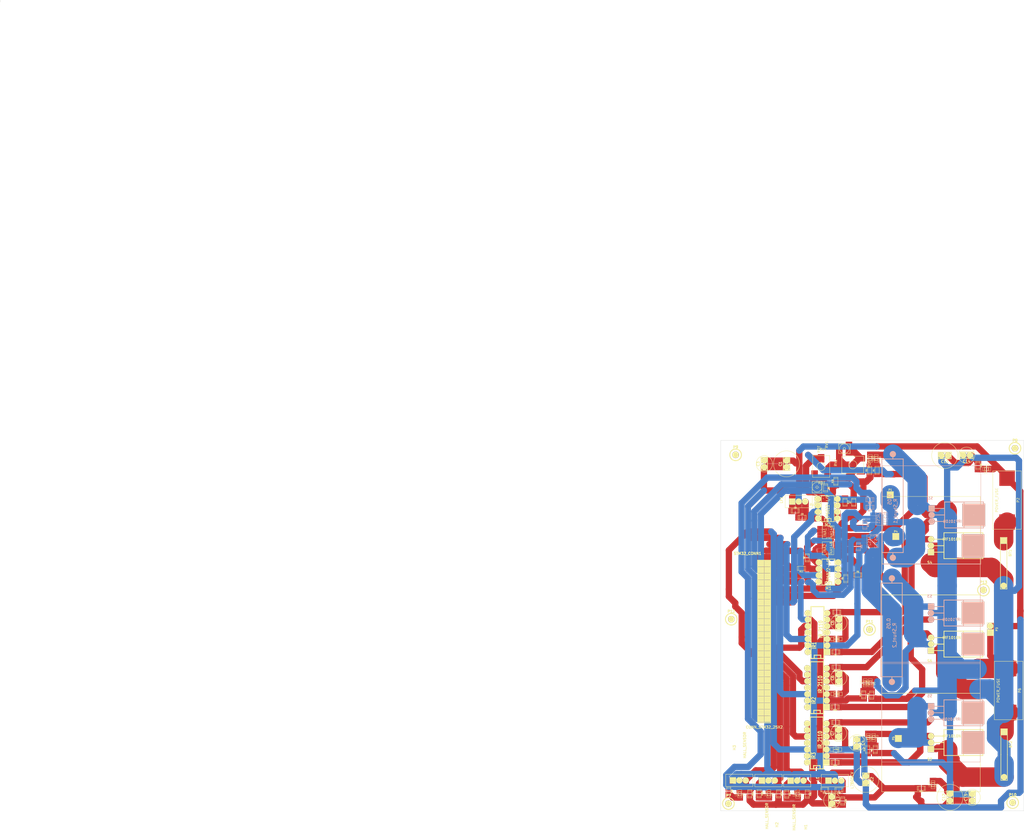
<source format=kicad_pcb>
(kicad_pcb (version 3) (host pcbnew "(2013-jul-07)-stable")
  (layers (15 F.Cu signal) (0 B.Cu signal hide) (18 B.Paste user) (19 F.Paste user) (20 B.SilkS user) (21 F.SilkS user) (22 B.Mask user) (23 F.Mask user) (28 Edge.Cuts user))
  (net 0 "")
  (net 1 +3.3V)
  (net 2 +48V)
  (net 3 +5V)
  (net 4 GND)
  (net 5 N-000001)
  (net 6 N-0000010)
  (net 7 N-00000102)
  (net 8 N-00000103)
  (net 9 N-00000106)
  (net 10 N-00000107)
  (net 11 N-00000108)
  (net 12 N-0000011)
  (net 13 N-00000111)
  (net 14 N-00000112)
  (net 15 N-00000113)
  (net 16 N-00000119)
  (net 17 N-0000012)
  (net 18 N-00000120)
  (net 19 N-00000121)
  (net 20 N-0000014)
  (net 21 N-0000015)
  (net 22 N-0000016)
  (net 23 N-0000017)
  (net 24 N-0000018)
  (net 25 N-000002)
  (net 26 N-0000021)
  (net 27 N-0000023)
  (net 28 N-0000024)
  (net 29 N-0000025)
  (net 30 N-0000027)
  (net 31 N-0000028)
  (net 32 N-0000029)
  (net 33 N-000003)
  (net 34 N-0000030)
  (net 35 N-0000031)
  (net 36 N-0000032)
  (net 37 N-0000033)
  (net 38 N-0000034)
  (net 39 N-0000035)
  (net 40 N-0000036)
  (net 41 N-0000037)
  (net 42 N-0000038)
  (net 43 N-0000039)
  (net 44 N-000004)
  (net 45 N-0000042)
  (net 46 N-0000044)
  (net 47 N-000005)
  (net 48 N-0000056)
  (net 49 N-000006)
  (net 50 N-0000060)
  (net 51 N-0000067)
  (net 52 N-000007)
  (net 53 N-000008)
  (net 54 N-0000082)
  (net 55 N-0000083)
  (net 56 N-0000084)
  (net 57 N-0000085)
  (net 58 N-0000086)
  (net 59 N-0000087)
  (net 60 N-000009)
  (net 61 N-0000093)
  (net 62 N-0000097)
  (net 63 VCC)
  (net 64 VDD)
  (module fuse_holder_SMD (layer F.Cu) (at 269.8496 162.5854 270)
    (fp_text reference P6 (at 0 -4.318 270) (layer F.SilkS))
    (fp_text value POWER_FUSE (at 0 4.064 270) (layer F.SilkS))
    (pad 2 smd rect (at 8.636 0 270) (size 6.096 6.096) (layers F.Cu F.Paste F.Mask) (net 20 N-0000014))
    (pad 1 smd rect (at -8.636 0 270) (size 6.096 6.096) (layers F.Cu F.Paste F.Mask) (net 2 +48V))
  )
  (module TO220_Big_Heat_Sink_Drain_Sink (layer F.Cu) (at 239.395 144.399)
    (fp_text reference S6 (at -0.508 6.604) (layer F.SilkS) (effects (font (size 1.016 1.016) (thickness 0.2032))))
    (fp_text value IRF1010N (at 8.128 -2.54) (layer F.SilkS) (effects (font (size 1.016 1.016) (thickness 0.2032))))
    (pad 1 thru_hole rect (at 0 2.54) (size 2.4638 2.4638) (drill 0.127) (layers *.Cu *.Mask F.SilkS) (net 4 GND))
    (pad 2 thru_hole circle (at 0 -2.54) (size 2.4638 2.4638) (drill 0.127) (layers *.Cu *.Mask F.SilkS) (net 8 N-00000103))
    (pad 3 thru_hole circle (at 0 0) (size 2.4638 2.4638) (drill 0.127) (layers *.Cu *.Mask F.SilkS) (net 35 N-0000031))
    (pad 3 thru_hole rect (at 16.51 0) (size 8.89 8.89) (drill 0.127) (layers *.Cu *.SilkS *.Mask) (net 35 N-0000031))
  )
  (module DIP-14__300 (layer F.Cu) (at 194.6148 183.1594 90)
    (fp_text reference IR3 (at -5.08 -1.27 90) (layer F.SilkS) (effects (font (size 1.524 1.143) (thickness 0.3048))))
    (fp_text value IR_2110 (at 1.27 1.27 90) (layer F.SilkS) (effects (font (size 1.524 1.143) (thickness 0.3048))))
    (pad 1 thru_hole rect (at -7.62 3.81 90) (size 2.4638 2.4638) (drill 0.127) (layers *.Cu *.Mask F.SilkS) (net 52 N-000007))
    (pad 2 thru_hole circle (at -5.08 3.81 90) (size 2.4638 2.4638) (drill 0.127) (layers *.Cu *.Mask F.SilkS) (net 4 GND))
    (pad 3 thru_hole circle (at -2.54 3.81 90) (size 2.4638 2.4638) (drill 0.127) (layers *.Cu *.Mask F.SilkS) (net 63 VCC))
    (pad 4 thru_hole circle (at 0 3.81 90) (size 2.4638 2.4638) (drill 0.127) (layers *.Cu *.Mask F.SilkS))
    (pad 5 thru_hole circle (at 2.54 3.81 90) (size 2.4638 2.4638) (drill 0.127) (layers *.Cu *.Mask F.SilkS) (net 15 N-00000113))
    (pad 6 thru_hole circle (at 5.08 3.81 90) (size 2.4638 2.4638) (drill 0.127) (layers *.Cu *.Mask F.SilkS) (net 60 N-000009))
    (pad 7 thru_hole circle (at 7.62 3.81 90) (size 2.4638 2.4638) (drill 0.127) (layers *.Cu *.Mask F.SilkS) (net 53 N-000008))
    (pad 8 thru_hole circle (at 7.62 -3.81 90) (size 2.4638 2.4638) (drill 0.127) (layers *.Cu *.Mask F.SilkS))
    (pad 9 thru_hole circle (at 5.08 -3.81 90) (size 2.4638 2.4638) (drill 0.127) (layers *.Cu *.Mask F.SilkS) (net 64 VDD))
    (pad 10 thru_hole circle (at 2.54 -3.81 90) (size 2.4638 2.4638) (drill 0.127) (layers *.Cu *.Mask F.SilkS) (net 23 N-0000017))
    (pad 11 thru_hole circle (at 0 -3.81 90) (size 2.4638 2.4638) (drill 0.127) (layers *.Cu *.Mask F.SilkS))
    (pad 12 thru_hole circle (at -2.54 -3.81 90) (size 2.4638 2.4638) (drill 0.127) (layers *.Cu *.Mask F.SilkS) (net 44 N-000004))
    (pad 13 thru_hole circle (at -5.08 -3.81 90) (size 2.4638 2.4638) (drill 0.127) (layers *.Cu *.Mask F.SilkS) (net 4 GND))
    (pad 14 thru_hole circle (at -7.62 -3.81 90) (size 2.4638 2.4638) (drill 0.127) (layers *.Cu *.Mask F.SilkS))
  )
  (module TO220_small_Heatsink_stand_reduced_area (layer F.Cu) (at 175.6283 197.9041 270)
    (fp_text reference H2 (at 17.3355 -3.3401 270) (layer F.SilkS) (effects (font (size 1.016 1.016) (thickness 0.2032))))
    (fp_text value HALL_SENSOR (at 13.9065 0.5969 270) (layer F.SilkS) (effects (font (size 1.016 1.016) (thickness 0.2032))))
    (pad 1 thru_hole rect (at 0 2.54 270) (size 2.4638 2.4638) (drill 0.127) (layers *.Cu *.Mask F.SilkS) (net 4 GND))
    (pad 2 thru_hole circle (at 0 -2.54 270) (size 2.4638 2.4638) (drill 0.127) (layers *.Cu *.Mask F.SilkS) (net 47 N-000005))
    (pad 3 thru_hole circle (at 0 0 270) (size 2.4638 2.4638) (drill 0.127) (layers *.Cu *.Mask F.SilkS) (net 3 +5V))
  )
  (module TO220_small_Heatsink_stand_reduced_area (layer F.Cu) (at 164.211 197.8406 270)
    (fp_text reference H3 (at -12.827 1.9304 270) (layer F.SilkS) (effects (font (size 1.016 1.016) (thickness 0.2032))))
    (fp_text value HALL_SENSOR (at -13.843 -2.1336 270) (layer F.SilkS) (effects (font (size 1.016 1.016) (thickness 0.2032))))
    (pad 1 thru_hole rect (at 0 2.54 270) (size 2.4638 2.4638) (drill 0.127) (layers *.Cu *.Mask F.SilkS) (net 4 GND))
    (pad 2 thru_hole circle (at 0 -2.54 270) (size 2.4638 2.4638) (drill 0.127) (layers *.Cu *.Mask F.SilkS) (net 48 N-0000056))
    (pad 3 thru_hole circle (at 0 0 270) (size 2.4638 2.4638) (drill 0.127) (layers *.Cu *.Mask F.SilkS) (net 3 +5V))
  )
  (module 10mm_C (layer F.Cu) (at 213.8426 197.4596 90)
    (fp_text reference C2 (at 0 2.413 90) (layer F.SilkS) (effects (font (size 1.016 1.016) (thickness 0.2032))))
    (fp_text value 1000uF hide)
    (pad 1 thru_hole circle (at -1.27 0 90) (size 2.4638 2.4638) (drill 0.127) (layers *.Cu *.Mask F.SilkS) (net 63 VCC))
    (pad 2 thru_hole circle (at 1.27 0 90) (size 2.4638 2.4638) (drill 0.127) (layers *.Cu *.Mask F.SilkS) (net 4 GND))
  )
  (module DIP-8__300 (layer F.Cu) (at 198.9074 91.2622 90)
    (fp_text reference M2 (at -6.35 0 180) (layer F.SilkS) (effects (font (size 1.27 1.143) (thickness 0.2032))))
    (fp_text value MCP6022-I/P (at 0 0 90) (layer F.SilkS) (effects (font (size 1.27 1.016) (thickness 0.2032))))
    (pad 1 thru_hole circle (at -3.81 3.81 90) (size 2.4638 2.4638) (drill 0.127) (layers *.Cu *.Mask F.SilkS) (net 62 N-0000097))
    (pad 2 thru_hole circle (at -1.27 3.81 90) (size 2.4638 2.4638) (drill 0.127) (layers *.Cu *.Mask F.SilkS) (net 62 N-0000097))
    (pad 3 thru_hole circle (at 1.27 3.81 90) (size 2.4638 2.4638) (drill 0.127) (layers *.Cu *.Mask F.SilkS) (net 22 N-0000016))
    (pad 4 thru_hole circle (at 3.81 3.81 90) (size 2.4638 2.4638) (drill 0.127) (layers *.Cu *.Mask F.SilkS) (net 4 GND))
    (pad 5 thru_hole circle (at 3.81 -3.81 90) (size 2.4638 2.4638) (drill 0.127) (layers *.Cu *.Mask F.SilkS) (net 26 N-0000021))
    (pad 6 thru_hole circle (at 1.27 -3.81 90) (size 2.4638 2.4638) (drill 0.127) (layers *.Cu *.Mask F.SilkS) (net 45 N-0000042))
    (pad 7 thru_hole circle (at -1.27 -3.81 90) (size 2.4638 2.4638) (drill 0.127) (layers *.Cu *.Mask F.SilkS) (net 45 N-0000042))
    (pad 8 thru_hole circle (at -3.81 -3.81 90) (size 2.4638 2.4638) (drill 0.127) (layers *.Cu *.Mask F.SilkS) (net 1 +3.3V))
  )
  (module R_Shunt (layer B.Cu) (at 224.4344 89.9414 270)
    (fp_text reference R_Shunt_1 (at 2.286 -1.016 270) (layer B.SilkS) (effects (font (size 1.397 1.27) (thickness 0.2032)) (justify mirror)))
    (fp_text value 0.05 (at -2.286 1.27 270) (layer B.SilkS) (effects (font (size 1.397 1.27) (thickness 0.2032)) (justify mirror)))
    (pad 1 thru_hole circle (at -20.066 0 270) (size 2.4638 2.4638) (drill 0.127) (layers *.Cu *.Mask B.SilkS) (net 24 N-0000018))
    (pad 2 thru_hole circle (at 20.574 0 270) (size 2.4638 2.4638) (drill 0.127) (layers *.Cu *.Mask B.SilkS) (net 31 N-0000028))
  )
  (module PIN_ARRAY_STM32_25X2 (layer F.Cu) (at 173.6598 140.9954)
    (fp_text reference STM32_CONN1 (at -6.223 -32.131) (layer F.SilkS) (effects (font (size 1.016 1.016) (thickness 0.27432))))
    (fp_text value CONN_STM32_25X2 (at 0.35 35.975) (layer F.SilkS) (effects (font (size 1.016 1.016) (thickness 0.2032))))
    (pad 1 thru_hole rect (at -0.9939 -28.2205 270) (size 2.4638 2.4638) (drill 0.127) (layers *.Cu *.Mask F.SilkS) (net 4 GND))
    (pad 2 thru_hole rect (at 1.524 -28.194 270) (size 2.4638 2.4638) (drill 0.127) (layers *.Cu *.Mask F.SilkS) (net 4 GND))
    (pad 11 thru_hole rect (at -0.9939 -15.5205 270) (size 2.4638 2.4638) (drill 0.127) (layers *.Cu *.Mask F.SilkS))
    (pad 4 thru_hole rect (at 1.5461 -25.6805 270) (size 2.4638 2.4638) (drill 0.127) (layers *.Cu *.Mask F.SilkS) (net 64 VDD))
    (pad 13 thru_hole rect (at -0.9939 -12.9805 270) (size 2.4638 2.4638) (drill 0.127) (layers *.Cu *.Mask F.SilkS) (net 42 N-0000038))
    (pad 6 thru_hole rect (at 1.5461 -23.1405 270) (size 2.4638 2.4638) (drill 0.127) (layers *.Cu *.Mask F.SilkS))
    (pad 15 thru_hole rect (at -0.9939 -10.4405 270) (size 2.4638 2.4638) (drill 0.127) (layers *.Cu *.Mask F.SilkS))
    (pad 8 thru_hole rect (at 1.5461 -20.6005 270) (size 2.4638 2.4638) (drill 0.127) (layers *.Cu *.Mask F.SilkS) (net 50 N-0000060))
    (pad 17 thru_hole rect (at -0.9939 -7.9005 270) (size 2.4638 2.4638) (drill 0.127) (layers *.Cu *.Mask F.SilkS))
    (pad 10 thru_hole rect (at 1.5461 -18.0605 270) (size 2.4638 2.4638) (drill 0.127) (layers *.Cu *.Mask F.SilkS))
    (pad 19 thru_hole rect (at -0.9939 -5.3605 270) (size 2.4638 2.4638) (drill 0.127) (layers *.Cu *.Mask F.SilkS))
    (pad 12 thru_hole rect (at 1.5461 -15.5205 270) (size 2.4638 2.4638) (drill 0.127) (layers *.Cu *.Mask F.SilkS) (net 27 N-0000023))
    (pad 21 thru_hole rect (at -0.9939 -2.8205 270) (size 2.4638 2.4638) (drill 0.127) (layers *.Cu *.Mask F.SilkS))
    (pad 14 thru_hole rect (at 1.5461 -12.9805 270) (size 2.4638 2.4638) (drill 0.127) (layers *.Cu *.Mask F.SilkS) (net 45 N-0000042))
    (pad 23 thru_hole rect (at -0.9939 -0.2805 270) (size 2.4638 2.4638) (drill 0.127) (layers *.Cu *.Mask F.SilkS))
    (pad 16 thru_hole rect (at 1.5461 -10.4405 270) (size 2.4638 2.4638) (drill 0.127) (layers *.Cu *.Mask F.SilkS))
    (pad 25 thru_hole rect (at -0.9939 2.2595 270) (size 2.4638 2.4638) (drill 0.127) (layers *.Cu *.Mask F.SilkS) (net 25 N-000002))
    (pad 18 thru_hole rect (at 1.5461 -7.9005 270) (size 2.4638 2.4638) (drill 0.127) (layers *.Cu *.Mask F.SilkS))
    (pad 27 thru_hole rect (at -0.9939 4.7995 270) (size 2.4638 2.4638) (drill 0.127) (layers *.Cu *.Mask F.SilkS) (net 33 N-000003))
    (pad 20 thru_hole rect (at 1.5461 -5.3605 270) (size 2.4638 2.4638) (drill 0.127) (layers *.Cu *.Mask F.SilkS))
    (pad 29 thru_hole rect (at -0.9939 7.3395 270) (size 2.4638 2.4638) (drill 0.127) (layers *.Cu *.Mask F.SilkS) (net 44 N-000004))
    (pad 22 thru_hole rect (at 1.5461 -2.8205 270) (size 2.4638 2.4638) (drill 0.127) (layers *.Cu *.Mask F.SilkS))
    (pad 31 thru_hole rect (at -0.9939 9.8795 270) (size 2.4638 2.4638) (drill 0.127) (layers *.Cu *.Mask F.SilkS))
    (pad 24 thru_hole rect (at 1.5461 -0.2805 270) (size 2.4638 2.4638) (drill 0.127) (layers *.Cu *.Mask F.SilkS))
    (pad 26 thru_hole rect (at 1.5461 2.2595 270) (size 2.4638 2.4638) (drill 0.127) (layers *.Cu *.Mask F.SilkS))
    (pad 33 thru_hole rect (at -0.9939 12.4195 270) (size 2.4638 2.4638) (drill 0.127) (layers *.Cu *.Mask F.SilkS))
    (pad 28 thru_hole rect (at 1.5461 4.7995 270) (size 2.4638 2.4638) (drill 0.127) (layers *.Cu *.Mask F.SilkS) (net 5 N-000001))
    (pad 32 thru_hole rect (at 1.5461 9.8795 270) (size 2.4638 2.4638) (drill 0.127) (layers *.Cu *.Mask F.SilkS) (net 23 N-0000017))
    (pad 34 thru_hole rect (at 1.5461 12.4195 270) (size 2.4638 2.4638) (drill 0.127) (layers *.Cu *.Mask F.SilkS) (net 46 N-0000044))
    (pad 36 thru_hole rect (at 1.5461 14.9595 270) (size 2.4638 2.4638) (drill 0.127) (layers *.Cu *.Mask F.SilkS) (net 47 N-000005))
    (pad 38 thru_hole rect (at 1.5461 17.4995 270) (size 2.4638 2.4638) (drill 0.127) (layers *.Cu *.Mask F.SilkS) (net 48 N-0000056))
    (pad 35 thru_hole rect (at -0.9939 14.9595 270) (size 2.4638 2.4638) (drill 0.127) (layers *.Cu *.Mask F.SilkS))
    (pad 37 thru_hole rect (at -0.9939 17.4995 270) (size 2.4638 2.4638) (drill 0.127) (layers *.Cu *.Mask F.SilkS))
    (pad 3 thru_hole rect (at -0.9939 -25.6805 270) (size 2.4638 2.4638) (drill 0.127) (layers *.Cu *.Mask F.SilkS) (net 64 VDD))
    (pad 5 thru_hole rect (at -0.9939 -23.1405 270) (size 2.4638 2.4638) (drill 0.127) (layers *.Cu *.Mask F.SilkS))
    (pad 7 thru_hole rect (at -0.9939 -20.6005 270) (size 2.4638 2.4638) (drill 0.127) (layers *.Cu *.Mask F.SilkS))
    (pad 9 thru_hole rect (at -0.9939 -18.0605 270) (size 2.4638 2.4638) (drill 0.127) (layers *.Cu *.Mask F.SilkS) (net 54 N-0000082))
    (pad 39 thru_hole rect (at -0.9939 20.0395 270) (size 2.4638 2.4638) (drill 0.127) (layers *.Cu *.Mask F.SilkS))
    (pad 40 thru_hole rect (at 1.5461 20.0395 270) (size 2.4638 2.4638) (drill 0.127) (layers *.Cu *.Mask F.SilkS))
    (pad 30 thru_hole rect (at 1.5461 7.3395 270) (size 2.4638 2.4638) (drill 0.127) (layers *.Cu *.Mask F.SilkS) (net 51 N-0000067))
    (pad 41 thru_hole rect (at -0.9939 22.5795 270) (size 2.4638 2.4638) (drill 0.127) (layers *.Cu *.Mask F.SilkS))
    (pad 42 thru_hole rect (at 1.5461 22.5795 270) (size 2.4638 2.4638) (drill 0.127) (layers *.Cu *.Mask F.SilkS))
    (pad 43 thru_hole rect (at -0.9939 25.1195 270) (size 2.4638 2.4638) (drill 0.127) (layers *.Cu *.Mask F.SilkS))
    (pad 44 thru_hole rect (at 1.5461 25.1195 270) (size 2.4638 2.4638) (drill 0.127) (layers *.Cu *.Mask F.SilkS))
    (pad 45 thru_hole rect (at -0.9939 27.6595 270) (size 2.4638 2.4638) (drill 0.127) (layers *.Cu *.Mask F.SilkS))
    (pad 46 thru_hole rect (at 1.5461 27.6595 270) (size 2.4638 2.4638) (drill 0.127) (layers *.Cu *.Mask F.SilkS))
    (pad 47 thru_hole rect (at -0.9939 30.1995 270) (size 2.4638 2.4638) (drill 0.127) (layers *.Cu *.Mask F.SilkS))
    (pad 48 thru_hole rect (at 1.5461 30.1995 270) (size 2.4638 2.4638) (drill 0.127) (layers *.Cu *.Mask F.SilkS))
    (pad 49 thru_hole rect (at -0.9939 32.7395 270) (size 2.4638 2.4638) (drill 0.127) (layers *.Cu *.Mask F.SilkS) (net 4 GND))
    (pad 50 thru_hole rect (at 1.5461 32.7395 270) (size 2.4638 2.4638) (drill 0.127) (layers *.Cu *.Mask F.SilkS) (net 4 GND))
  )
  (module R_Shunt (layer B.Cu) (at 224.0534 138.6332 270)
    (fp_text reference R_Shunt_2 (at 2.286 -1.016 270) (layer B.SilkS) (effects (font (size 1.397 1.27) (thickness 0.2032)) (justify mirror)))
    (fp_text value 0.05 (at -2.286 1.27 270) (layer B.SilkS) (effects (font (size 1.397 1.27) (thickness 0.2032)) (justify mirror)))
    (pad 1 thru_hole circle (at -20.066 0 270) (size 2.4638 2.4638) (drill 0.127) (layers *.Cu *.Mask B.SilkS) (net 35 N-0000031))
    (pad 2 thru_hole circle (at 20.574 0 270) (size 2.4638 2.4638) (drill 0.127) (layers *.Cu *.Mask B.SilkS) (net 58 N-0000086))
  )
  (module PIN_ARRAY_1 (layer F.Cu) (at 223.4184 85.8266)
    (fp_text reference P1 (at 0 -1.905) (layer F.SilkS) (effects (font (size 0.762 0.762) (thickness 0.1524))))
    (fp_text value CONN_1 hide)
    (pad 1 thru_hole rect (at 0 0) (size 2.54 2.54) (drill 0.127) (layers *.Cu *.Mask F.SilkS) (net 56 N-0000084))
  )
  (module PIN_ARRAY_1 (layer F.Cu) (at 225.5774 102.1588)
    (fp_text reference P4 (at 0 -1.905) (layer F.SilkS) (effects (font (size 0.762 0.762) (thickness 0.1524))))
    (fp_text value CONN_1 hide)
    (pad 1 thru_hole rect (at 0 0) (size 2.54 2.54) (drill 0.127) (layers *.Cu *.Mask F.SilkS) (net 57 N-0000085))
  )
  (module DIP-8__300 (layer F.Cu) (at 199.1614 116.1288 90)
    (fp_text reference M1 (at -6.35 0 180) (layer F.SilkS) (effects (font (size 1.27 1.143) (thickness 0.2032))))
    (fp_text value MCP6022-I/P (at 0 0 90) (layer F.SilkS) (effects (font (size 1.27 1.016) (thickness 0.2032))))
    (pad 1 thru_hole circle (at -3.81 3.81 90) (size 2.4638 2.4638) (drill 0.127) (layers *.Cu *.Mask F.SilkS) (net 27 N-0000023))
    (pad 2 thru_hole circle (at -1.27 3.81 90) (size 2.4638 2.4638) (drill 0.127) (layers *.Cu *.Mask F.SilkS) (net 36 N-0000032))
    (pad 3 thru_hole circle (at 1.27 3.81 90) (size 2.4638 2.4638) (drill 0.127) (layers *.Cu *.Mask F.SilkS) (net 43 N-0000039))
    (pad 4 thru_hole circle (at 3.81 3.81 90) (size 2.4638 2.4638) (drill 0.127) (layers *.Cu *.Mask F.SilkS) (net 4 GND))
    (pad 5 thru_hole circle (at 3.81 -3.81 90) (size 2.4638 2.4638) (drill 0.127) (layers *.Cu *.Mask F.SilkS) (net 41 N-0000037))
    (pad 6 thru_hole circle (at 1.27 -3.81 90) (size 2.4638 2.4638) (drill 0.127) (layers *.Cu *.Mask F.SilkS) (net 40 N-0000036))
    (pad 7 thru_hole circle (at -1.27 -3.81 90) (size 2.4638 2.4638) (drill 0.127) (layers *.Cu *.Mask F.SilkS) (net 42 N-0000038))
    (pad 8 thru_hole circle (at -3.81 -3.81 90) (size 2.4638 2.4638) (drill 0.127) (layers *.Cu *.Mask F.SilkS) (net 1 +3.3V))
  )
  (module DIP-14__300 (layer F.Cu) (at 194.691 161.4678 90)
    (fp_text reference IR2 (at -5.08 -1.27 90) (layer F.SilkS) (effects (font (size 1.524 1.143) (thickness 0.3048))))
    (fp_text value IR_2110 (at 1.27 1.27 90) (layer F.SilkS) (effects (font (size 1.524 1.143) (thickness 0.3048))))
    (pad 1 thru_hole rect (at -7.62 3.81 90) (size 2.4638 2.4638) (drill 0.127) (layers *.Cu *.Mask F.SilkS) (net 37 N-0000033))
    (pad 2 thru_hole circle (at -5.08 3.81 90) (size 2.4638 2.4638) (drill 0.127) (layers *.Cu *.Mask F.SilkS) (net 4 GND))
    (pad 3 thru_hole circle (at -2.54 3.81 90) (size 2.4638 2.4638) (drill 0.127) (layers *.Cu *.Mask F.SilkS) (net 63 VCC))
    (pad 4 thru_hole circle (at 0 3.81 90) (size 2.4638 2.4638) (drill 0.127) (layers *.Cu *.Mask F.SilkS))
    (pad 5 thru_hole circle (at 2.54 3.81 90) (size 2.4638 2.4638) (drill 0.127) (layers *.Cu *.Mask F.SilkS) (net 61 N-0000093))
    (pad 6 thru_hole circle (at 5.08 3.81 90) (size 2.4638 2.4638) (drill 0.127) (layers *.Cu *.Mask F.SilkS) (net 39 N-0000035))
    (pad 7 thru_hole circle (at 7.62 3.81 90) (size 2.4638 2.4638) (drill 0.127) (layers *.Cu *.Mask F.SilkS) (net 38 N-0000034))
    (pad 8 thru_hole circle (at 7.62 -3.81 90) (size 2.4638 2.4638) (drill 0.127) (layers *.Cu *.Mask F.SilkS))
    (pad 9 thru_hole circle (at 5.08 -3.81 90) (size 2.4638 2.4638) (drill 0.127) (layers *.Cu *.Mask F.SilkS) (net 64 VDD))
    (pad 10 thru_hole circle (at 2.54 -3.81 90) (size 2.4638 2.4638) (drill 0.127) (layers *.Cu *.Mask F.SilkS) (net 51 N-0000067))
    (pad 11 thru_hole circle (at 0 -3.81 90) (size 2.4638 2.4638) (drill 0.127) (layers *.Cu *.Mask F.SilkS))
    (pad 12 thru_hole circle (at -2.54 -3.81 90) (size 2.4638 2.4638) (drill 0.127) (layers *.Cu *.Mask F.SilkS) (net 33 N-000003))
    (pad 13 thru_hole circle (at -5.08 -3.81 90) (size 2.4638 2.4638) (drill 0.127) (layers *.Cu *.Mask F.SilkS) (net 4 GND))
    (pad 14 thru_hole circle (at -7.62 -3.81 90) (size 2.4638 2.4638) (drill 0.127) (layers *.Cu *.Mask F.SilkS))
  )
  (module DIP-14__300 (layer F.Cu) (at 194.8688 139.8524 90)
    (fp_text reference IR1 (at -5.08 -1.27 90) (layer F.SilkS) (effects (font (size 1.524 1.143) (thickness 0.3048))))
    (fp_text value IR_2110 (at 1.27 1.27 90) (layer F.SilkS) (effects (font (size 1.524 1.143) (thickness 0.3048))))
    (pad 1 thru_hole rect (at -7.62 3.81 90) (size 2.4638 2.4638) (drill 0.127) (layers *.Cu *.Mask F.SilkS) (net 6 N-0000010))
    (pad 2 thru_hole circle (at -5.08 3.81 90) (size 2.4638 2.4638) (drill 0.127) (layers *.Cu *.Mask F.SilkS) (net 4 GND))
    (pad 3 thru_hole circle (at -2.54 3.81 90) (size 2.4638 2.4638) (drill 0.127) (layers *.Cu *.Mask F.SilkS) (net 63 VCC))
    (pad 4 thru_hole circle (at 0 3.81 90) (size 2.4638 2.4638) (drill 0.127) (layers *.Cu *.Mask F.SilkS))
    (pad 5 thru_hole circle (at 2.54 3.81 90) (size 2.4638 2.4638) (drill 0.127) (layers *.Cu *.Mask F.SilkS) (net 11 N-00000108))
    (pad 6 thru_hole circle (at 5.08 3.81 90) (size 2.4638 2.4638) (drill 0.127) (layers *.Cu *.Mask F.SilkS) (net 17 N-0000012))
    (pad 7 thru_hole circle (at 7.62 3.81 90) (size 2.4638 2.4638) (drill 0.127) (layers *.Cu *.Mask F.SilkS) (net 12 N-0000011))
    (pad 8 thru_hole circle (at 7.62 -3.81 90) (size 2.4638 2.4638) (drill 0.127) (layers *.Cu *.Mask F.SilkS))
    (pad 9 thru_hole circle (at 5.08 -3.81 90) (size 2.4638 2.4638) (drill 0.127) (layers *.Cu *.Mask F.SilkS) (net 64 VDD))
    (pad 10 thru_hole circle (at 2.54 -3.81 90) (size 2.4638 2.4638) (drill 0.127) (layers *.Cu *.Mask F.SilkS) (net 5 N-000001))
    (pad 11 thru_hole circle (at 0 -3.81 90) (size 2.4638 2.4638) (drill 0.127) (layers *.Cu *.Mask F.SilkS))
    (pad 12 thru_hole circle (at -2.54 -3.81 90) (size 2.4638 2.4638) (drill 0.127) (layers *.Cu *.Mask F.SilkS) (net 25 N-000002))
    (pad 13 thru_hole circle (at -5.08 -3.81 90) (size 2.4638 2.4638) (drill 0.127) (layers *.Cu *.Mask F.SilkS) (net 4 GND))
    (pad 14 thru_hole circle (at -7.62 -3.81 90) (size 2.4638 2.4638) (drill 0.127) (layers *.Cu *.Mask F.SilkS))
  )
  (module PIN_ARRAY_1 (layer F.Cu) (at 226.568 181.3814 90)
    (fp_text reference P5 (at 0 -1.905 90) (layer F.SilkS) (effects (font (size 0.762 0.762) (thickness 0.1524))))
    (fp_text value CONN_1 hide)
    (pad 1 thru_hole rect (at 0 0 90) (size 2.54 2.54) (drill 0.127) (layers *.Cu *.Mask F.SilkS) (net 49 N-000006))
  )
  (module TO220_small_Heatsink_stand_reduced_area (layer F.Cu) (at 186.8805 197.9549 270)
    (fp_text reference H1 (at 18.1737 -3.3909 270) (layer F.SilkS) (effects (font (size 1.016 1.016) (thickness 0.2032))))
    (fp_text value HALL_SENSOR (at 14.3637 1.1811 270) (layer F.SilkS) (effects (font (size 1.016 1.016) (thickness 0.2032))))
    (pad 1 thru_hole rect (at 0 2.54 270) (size 2.4638 2.4638) (drill 0.127) (layers *.Cu *.Mask F.SilkS) (net 4 GND))
    (pad 2 thru_hole circle (at 0 -2.54 270) (size 2.4638 2.4638) (drill 0.127) (layers *.Cu *.Mask F.SilkS) (net 46 N-0000044))
    (pad 3 thru_hole circle (at 0 0 270) (size 2.4638 2.4638) (drill 0.127) (layers *.Cu *.Mask F.SilkS) (net 3 +5V))
  )
  (module TO220_small_Heatsink_stand_reduced_area (layer F.Cu) (at 201.7014 197.9422 270)
    (fp_text reference L1 (at -0.635 6.731 270) (layer F.SilkS) (effects (font (size 1.016 1.016) (thickness 0.2032))))
    (fp_text value L7805CV (at -0.127 -6.731 270) (layer F.SilkS) (effects (font (size 1.016 1.016) (thickness 0.2032))))
    (pad 1 thru_hole rect (at 0 2.54 270) (size 2.4638 2.4638) (drill 0.127) (layers *.Cu *.Mask F.SilkS) (net 63 VCC))
    (pad 2 thru_hole circle (at 0 -2.54 270) (size 2.4638 2.4638) (drill 0.127) (layers *.Cu *.Mask F.SilkS) (net 3 +5V))
    (pad 3 thru_hole circle (at 0 0 270) (size 2.4638 2.4638) (drill 0.127) (layers *.Cu *.Mask F.SilkS) (net 4 GND))
  )
  (module TO220_small_Heatsink_stand_reduced_area (layer F.Cu) (at 187.5028 88.4682 270)
    (fp_text reference LF1 (at -0.635 6.731 270) (layer F.SilkS) (effects (font (size 1.016 1.016) (thickness 0.2032))))
    (fp_text value LF33CV (at -0.127 -6.731 270) (layer F.SilkS) (effects (font (size 1.016 1.016) (thickness 0.2032))))
    (pad 1 thru_hole rect (at 0 2.54 270) (size 2.4638 2.4638) (drill 0.127) (layers *.Cu *.Mask F.SilkS) (net 63 VCC))
    (pad 2 thru_hole circle (at 0 -2.54 270) (size 2.4638 2.4638) (drill 0.127) (layers *.Cu *.Mask F.SilkS) (net 1 +3.3V))
    (pad 3 thru_hole circle (at 0 0 270) (size 2.4638 2.4638) (drill 0.127) (layers *.Cu *.Mask F.SilkS) (net 4 GND))
  )
  (module 6mm_C (layer F.Cu) (at 253.3396 70.3072)
    (fp_text reference C14 (at 0 2.413) (layer F.SilkS) (effects (font (size 1.016 1.016) (thickness 0.2032))))
    (fp_text value 100uF hide)
    (pad 1 thru_hole circle (at -1.27 0) (size 2.4638 2.4638) (drill 0.127) (layers *.Cu *.Mask F.SilkS) (net 2 +48V))
    (pad 2 thru_hole circle (at 1.27 0) (size 2.4638 2.4638) (drill 0.127) (layers *.Cu *.Mask F.SilkS) (net 4 GND))
  )
  (module 6mm_C (layer F.Cu) (at 255.5494 204.4954 270)
    (fp_text reference C15 (at 0 2.413 270) (layer F.SilkS) (effects (font (size 1.016 1.016) (thickness 0.2032))))
    (fp_text value 100uF hide)
    (pad 1 thru_hole circle (at -1.27 0 270) (size 2.4638 2.4638) (drill 0.127) (layers *.Cu *.Mask F.SilkS) (net 2 +48V))
    (pad 2 thru_hole circle (at 1.27 0 270) (size 2.4638 2.4638) (drill 0.127) (layers *.Cu *.Mask F.SilkS) (net 4 GND))
  )
  (module 10mm_C (layer F.Cu) (at 246.8372 204.4954 270)
    (fp_text reference C12 (at 0 2.413 270) (layer F.SilkS) (effects (font (size 1.016 1.016) (thickness 0.2032))))
    (fp_text value 1000uF hide)
    (pad 1 thru_hole circle (at -1.27 0 270) (size 2.4638 2.4638) (drill 0.127) (layers *.Cu *.Mask F.SilkS) (net 2 +48V))
    (pad 2 thru_hole circle (at 1.27 0 270) (size 2.4638 2.4638) (drill 0.127) (layers *.Cu *.Mask F.SilkS) (net 4 GND))
  )
  (module 10mm_C (layer F.Cu) (at 244.7798 70.4088)
    (fp_text reference C13 (at 0 2.413) (layer F.SilkS) (effects (font (size 1.016 1.016) (thickness 0.2032))))
    (fp_text value 1000uF hide)
    (pad 1 thru_hole circle (at -1.27 0) (size 2.4638 2.4638) (drill 0.127) (layers *.Cu *.Mask F.SilkS) (net 2 +48V))
    (pad 2 thru_hole circle (at 1.27 0) (size 2.4638 2.4638) (drill 0.127) (layers *.Cu *.Mask F.SilkS) (net 4 GND))
  )
  (module 6mm_C (layer F.Cu) (at 210.2866 183.134 90)
    (fp_text reference C4 (at 0 2.413 90) (layer F.SilkS) (effects (font (size 1.016 1.016) (thickness 0.2032))))
    (fp_text value 100uF hide)
    (pad 1 thru_hole circle (at -1.27 0 90) (size 2.4638 2.4638) (drill 0.127) (layers *.Cu *.Mask F.SilkS) (net 63 VCC))
    (pad 2 thru_hole circle (at 1.27 0 90) (size 2.4638 2.4638) (drill 0.127) (layers *.Cu *.Mask F.SilkS) (net 4 GND))
  )
  (module 6mm_C (layer F.Cu) (at 203.2 157.6578 270)
    (fp_text reference C6 (at 0 2.413 270) (layer F.SilkS) (effects (font (size 1.016 1.016) (thickness 0.2032))))
    (fp_text value 100uF hide)
    (pad 1 thru_hole circle (at -1.27 0 270) (size 2.4638 2.4638) (drill 0.127) (layers *.Cu *.Mask F.SilkS) (net 39 N-0000035))
    (pad 2 thru_hole circle (at 1.27 0 270) (size 2.4638 2.4638) (drill 0.127) (layers *.Cu *.Mask F.SilkS) (net 61 N-0000093))
  )
  (module 6mm_C (layer F.Cu) (at 174.0154 73.6854 270)
    (fp_text reference C3 (at 0 2.413 270) (layer F.SilkS) (effects (font (size 1.016 1.016) (thickness 0.2032))))
    (fp_text value 100uF hide)
    (pad 1 thru_hole circle (at -1.27 0 270) (size 2.4638 2.4638) (drill 0.127) (layers *.Cu *.Mask F.SilkS) (net 63 VCC))
    (pad 2 thru_hole circle (at 1.27 0 270) (size 2.4638 2.4638) (drill 0.127) (layers *.Cu *.Mask F.SilkS) (net 4 GND))
  )
  (module 6mm_C (layer F.Cu) (at 203.2508 136.0424 270)
    (fp_text reference C5 (at 0 2.413 270) (layer F.SilkS) (effects (font (size 1.016 1.016) (thickness 0.2032))))
    (fp_text value 100uF hide)
    (pad 1 thru_hole circle (at -1.27 0 270) (size 2.4638 2.4638) (drill 0.127) (layers *.Cu *.Mask F.SilkS) (net 17 N-0000012))
    (pad 2 thru_hole circle (at 1.27 0 270) (size 2.4638 2.4638) (drill 0.127) (layers *.Cu *.Mask F.SilkS) (net 11 N-00000108))
  )
  (module 10mm_C (layer F.Cu) (at 182.7276 73.6854 270)
    (fp_text reference C1 (at 0 2.413 270) (layer F.SilkS) (effects (font (size 1.016 1.016) (thickness 0.2032))))
    (fp_text value 1000uF hide)
    (pad 1 thru_hole circle (at -1.27 0 270) (size 2.4638 2.4638) (drill 0.127) (layers *.Cu *.Mask F.SilkS) (net 63 VCC))
    (pad 2 thru_hole circle (at 1.27 0 270) (size 2.4638 2.4638) (drill 0.127) (layers *.Cu *.Mask F.SilkS) (net 4 GND))
  )
  (module 6mm_C (layer F.Cu) (at 203.1238 179.3494 270)
    (fp_text reference C7 (at 0 2.413 270) (layer F.SilkS) (effects (font (size 1.016 1.016) (thickness 0.2032))))
    (fp_text value 100u hide)
    (pad 1 thru_hole circle (at -1.27 0 270) (size 2.4638 2.4638) (drill 0.127) (layers *.Cu *.Mask F.SilkS) (net 60 N-000009))
    (pad 2 thru_hole circle (at 1.27 0 270) (size 2.4638 2.4638) (drill 0.127) (layers *.Cu *.Mask F.SilkS) (net 15 N-00000113))
  )
  (module 6mm_C (layer F.Cu) (at 200.5076 205.5876 90)
    (fp_text reference C17 (at 0 2.413 90) (layer F.SilkS) (effects (font (size 1.016 1.016) (thickness 0.2032))))
    (fp_text value 100uF hide)
    (pad 1 thru_hole circle (at -1.27 0 90) (size 2.4638 2.4638) (drill 0.127) (layers *.Cu *.Mask F.SilkS) (net 64 VDD))
    (pad 2 thru_hole circle (at 1.27 0 90) (size 2.4638 2.4638) (drill 0.127) (layers *.Cu *.Mask F.SilkS) (net 4 GND))
  )
  (module INA_148 (layer F.Cu) (at 199.0598 100.5586 90)
    (fp_text reference INA1 (at 0 -1.27 90) (layer F.SilkS) (effects (font (size 1.143 1.016) (thickness 0.127))))
    (fp_text value INA148 (at 0 1.27 90) (layer F.SilkS) (effects (font (size 1.016 1.016) (thickness 0.127))))
    (pad 8 smd rect (at -1.905 -3.175 90) (size 1.2192 2.159) (layers F.Cu F.Paste F.Mask))
    (pad 7 smd rect (at -0.635 -3.175 90) (size 1.2192 2.159) (layers F.Cu F.Paste F.Mask) (net 1 +3.3V))
    (pad 6 smd rect (at 0.635 -3.175 90) (size 1.2192 2.159) (layers F.Cu F.Paste F.Mask) (net 43 N-0000039))
    (pad 5 smd rect (at 1.905 -3.175 90) (size 1.2192 2.159) (layers F.Cu F.Paste F.Mask))
    (pad 4 smd rect (at 1.905 3.175 90) (size 1.2192 2.159) (layers F.Cu F.Paste F.Mask) (net 4 GND))
    (pad 3 smd rect (at 0.635 3.175 90) (size 1.2192 2.159) (layers F.Cu F.Paste F.Mask) (net 24 N-0000018))
    (pad 2 smd rect (at -0.635 3.175 90) (size 1.2192 2.159) (layers F.Cu F.Paste F.Mask) (net 31 N-0000028))
    (pad 1 smd rect (at -1.905 3.175 90) (size 1.2192 2.159) (layers F.Cu F.Paste F.Mask) (net 62 N-0000097))
  )
  (module INA_148 (layer F.Cu) (at 199.009 106.807 90)
    (fp_text reference INA2 (at 0 -1.27 90) (layer F.SilkS) (effects (font (size 1.143 1.016) (thickness 0.127))))
    (fp_text value INA148 (at 0 1.27 90) (layer F.SilkS) (effects (font (size 1.016 1.016) (thickness 0.127))))
    (pad 8 smd rect (at -1.905 -3.175 90) (size 1.2192 2.159) (layers F.Cu F.Paste F.Mask))
    (pad 7 smd rect (at -0.635 -3.175 90) (size 1.2192 2.159) (layers F.Cu F.Paste F.Mask) (net 1 +3.3V))
    (pad 6 smd rect (at 0.635 -3.175 90) (size 1.2192 2.159) (layers F.Cu F.Paste F.Mask) (net 41 N-0000037))
    (pad 5 smd rect (at 1.905 -3.175 90) (size 1.2192 2.159) (layers F.Cu F.Paste F.Mask))
    (pad 4 smd rect (at 1.905 3.175 90) (size 1.2192 2.159) (layers F.Cu F.Paste F.Mask) (net 4 GND))
    (pad 3 smd rect (at 0.635 3.175 90) (size 1.2192 2.159) (layers F.Cu F.Paste F.Mask) (net 35 N-0000031))
    (pad 2 smd rect (at -0.635 3.175 90) (size 1.2192 2.159) (layers F.Cu F.Paste F.Mask) (net 58 N-0000086))
    (pad 1 smd rect (at -1.905 3.175 90) (size 1.2192 2.159) (layers F.Cu F.Paste F.Mask) (net 62 N-0000097))
  )
  (module TO220_Big_Heat_Sink_Drain_Sink (layer B.Cu) (at 239.649 93.726)
    (fp_text reference S1 (at -0.508 -6.604) (layer B.SilkS) (effects (font (size 1.016 1.016) (thickness 0.2032)) (justify mirror)))
    (fp_text value IRF1010N (at 8.128 2.54) (layer B.SilkS) (effects (font (size 1.016 1.016) (thickness 0.2032)) (justify mirror)))
    (pad 1 thru_hole rect (at 0 -2.54) (size 2.4638 2.4638) (drill 0.127) (layers *.Cu *.Mask B.SilkS) (net 24 N-0000018))
    (pad 2 thru_hole circle (at 0 2.54) (size 2.4638 2.4638) (drill 0.127) (layers *.Cu *.Mask B.SilkS) (net 9 N-00000106))
    (pad 3 thru_hole circle (at 0 0) (size 2.4638 2.4638) (drill 0.127) (layers *.Cu *.Mask B.SilkS) (net 2 +48V))
    (pad 3 thru_hole rect (at 16.51 0) (size 8.89 8.89) (drill 0.127) (layers *.Cu *.SilkS *.Mask) (net 2 +48V))
  )
  (module TO220_Big_Heat_Sink_Drain_Sink (layer F.Cu) (at 239.395 105.791)
    (fp_text reference S4 (at -0.508 6.604) (layer F.SilkS) (effects (font (size 1.016 1.016) (thickness 0.2032))))
    (fp_text value IRF1010N (at 8.128 -2.54) (layer F.SilkS) (effects (font (size 1.016 1.016) (thickness 0.2032))))
    (pad 1 thru_hole rect (at 0 2.54) (size 2.4638 2.4638) (drill 0.127) (layers *.Cu *.Mask F.SilkS) (net 4 GND))
    (pad 2 thru_hole circle (at 0 -2.54) (size 2.4638 2.4638) (drill 0.127) (layers *.Cu *.Mask F.SilkS) (net 10 N-00000107))
    (pad 3 thru_hole circle (at 0 0) (size 2.4638 2.4638) (drill 0.127) (layers *.Cu *.Mask F.SilkS) (net 24 N-0000018))
    (pad 3 thru_hole rect (at 16.51 0) (size 8.89 8.89) (drill 0.127) (layers *.Cu *.SilkS *.Mask) (net 24 N-0000018))
  )
  (module TO220_Big_Heat_Sink_Drain_Sink (layer B.Cu) (at 239.395 132.207)
    (fp_text reference S3 (at -0.508 -6.604) (layer B.SilkS) (effects (font (size 1.016 1.016) (thickness 0.2032)) (justify mirror)))
    (fp_text value IRF1010N (at 8.128 2.54) (layer B.SilkS) (effects (font (size 1.016 1.016) (thickness 0.2032)) (justify mirror)))
    (pad 1 thru_hole rect (at 0 -2.54) (size 2.4638 2.4638) (drill 0.127) (layers *.Cu *.Mask B.SilkS) (net 35 N-0000031))
    (pad 2 thru_hole circle (at 0 2.54) (size 2.4638 2.4638) (drill 0.127) (layers *.Cu *.Mask B.SilkS) (net 7 N-00000102))
    (pad 3 thru_hole circle (at 0 0) (size 2.4638 2.4638) (drill 0.127) (layers *.Cu *.Mask B.SilkS) (net 2 +48V))
    (pad 3 thru_hole rect (at 16.51 0) (size 8.89 8.89) (drill 0.127) (layers *.Cu *.SilkS *.Mask) (net 2 +48V))
  )
  (module TO220_Big_Heat_Sink_Drain_Sink (layer F.Cu) (at 239.395 183.007)
    (fp_text reference S2 (at -0.508 6.604) (layer F.SilkS) (effects (font (size 1.016 1.016) (thickness 0.2032))))
    (fp_text value IRF1010N (at 8.128 -2.54) (layer F.SilkS) (effects (font (size 1.016 1.016) (thickness 0.2032))))
    (pad 1 thru_hole rect (at 0 2.54) (size 2.4638 2.4638) (drill 0.127) (layers *.Cu *.Mask F.SilkS) (net 4 GND))
    (pad 2 thru_hole circle (at 0 -2.54) (size 2.4638 2.4638) (drill 0.127) (layers *.Cu *.Mask F.SilkS) (net 14 N-00000112))
    (pad 3 thru_hole circle (at 0 0) (size 2.4638 2.4638) (drill 0.127) (layers *.Cu *.Mask F.SilkS) (net 49 N-000006))
    (pad 3 thru_hole rect (at 16.51 0) (size 8.89 8.89) (drill 0.127) (layers *.Cu *.SilkS *.Mask) (net 49 N-000006))
  )
  (module TO220_Big_Heat_Sink_Drain_Sink (layer B.Cu) (at 239.395 171.323)
    (fp_text reference S5 (at -0.508 -6.604) (layer B.SilkS) (effects (font (size 1.016 1.016) (thickness 0.2032)) (justify mirror)))
    (fp_text value IRF1010N (at 8.128 2.54) (layer B.SilkS) (effects (font (size 1.016 1.016) (thickness 0.2032)) (justify mirror)))
    (pad 1 thru_hole rect (at 0 -2.54) (size 2.4638 2.4638) (drill 0.127) (layers *.Cu *.Mask B.SilkS) (net 49 N-000006))
    (pad 2 thru_hole circle (at 0 2.54) (size 2.4638 2.4638) (drill 0.127) (layers *.Cu *.Mask B.SilkS) (net 13 N-00000111))
    (pad 3 thru_hole circle (at 0 0) (size 2.4638 2.4638) (drill 0.127) (layers *.Cu *.Mask B.SilkS) (net 2 +48V))
    (pad 3 thru_hole rect (at 16.51 0) (size 8.89 8.89) (drill 0.127) (layers *.Cu *.SilkS *.Mask) (net 2 +48V))
  )
  (module ACS712 (layer B.Cu) (at 220.0402 95.3008 270)
    (fp_text reference ACS1 (at 0 1.27 270) (layer B.SilkS) (effects (font (size 1.143 1.016) (thickness 0.127)) (justify mirror)))
    (fp_text value ACS712 (at 0 -1.27 270) (layer B.SilkS) (effects (font (size 1.016 1.016) (thickness 0.127)) (justify mirror)))
    (pad 8 smd rect (at -1.905 3.175 270) (size 1.2192 2.54) (layers B.Cu B.Paste B.Mask) (net 3 +5V))
    (pad 7 smd rect (at -0.635 3.175 270) (size 1.2192 2.54) (layers B.Cu B.Paste B.Mask) (net 50 N-0000060))
    (pad 6 smd rect (at 0.635 3.175 270) (size 1.2192 2.54) (layers B.Cu B.Paste B.Mask) (net 32 N-0000029))
    (pad 5 smd rect (at 1.905 3.175 270) (size 1.2192 2.54) (layers B.Cu B.Paste B.Mask) (net 4 GND))
    (pad 4 smd rect (at 1.905 -3.175 270) (size 1.2192 2.54) (layers B.Cu B.Paste B.Mask) (net 31 N-0000028))
    (pad 3 smd rect (at 0.635 -3.175 270) (size 1.2192 2.54) (layers B.Cu B.Paste B.Mask) (net 31 N-0000028))
    (pad 2 smd rect (at -0.635 -3.175 270) (size 1.2192 2.54) (layers B.Cu B.Paste B.Mask) (net 56 N-0000084))
    (pad 1 smd rect (at -1.905 -3.175 270) (size 1.2192 2.54) (layers B.Cu B.Paste B.Mask) (net 56 N-0000084))
  )
  (module ACS712 (layer B.Cu) (at 216.535 103.9876 270)
    (fp_text reference ACS2 (at 0 1.27 270) (layer B.SilkS) (effects (font (size 1.143 1.016) (thickness 0.127)) (justify mirror)))
    (fp_text value ACS712 (at 0 -1.27 270) (layer B.SilkS) (effects (font (size 1.016 1.016) (thickness 0.127)) (justify mirror)))
    (pad 8 smd rect (at -1.905 3.175 270) (size 1.2192 2.54) (layers B.Cu B.Paste B.Mask) (net 3 +5V))
    (pad 7 smd rect (at -0.635 3.175 270) (size 1.2192 2.54) (layers B.Cu B.Paste B.Mask) (net 54 N-0000082))
    (pad 6 smd rect (at 0.635 3.175 270) (size 1.2192 2.54) (layers B.Cu B.Paste B.Mask) (net 59 N-0000087))
    (pad 5 smd rect (at 1.905 3.175 270) (size 1.2192 2.54) (layers B.Cu B.Paste B.Mask) (net 4 GND))
    (pad 4 smd rect (at 1.905 -3.175 270) (size 1.2192 2.54) (layers B.Cu B.Paste B.Mask) (net 58 N-0000086))
    (pad 3 smd rect (at 0.635 -3.175 270) (size 1.2192 2.54) (layers B.Cu B.Paste B.Mask) (net 58 N-0000086))
    (pad 2 smd rect (at -0.635 -3.175 270) (size 1.2192 2.54) (layers B.Cu B.Paste B.Mask) (net 57 N-0000085))
    (pad 1 smd rect (at -1.905 -3.175 270) (size 1.2192 2.54) (layers B.Cu B.Paste B.Mask) (net 57 N-0000085))
  )
  (module R_1206 (layer F.Cu) (at 202.0062 175.1076 180)
    (fp_text reference R19 (at 0.0254 -1.2954 180) (layer F.SilkS) (effects (font (size 0.50038 0.50038) (thickness 0.11938))))
    (fp_text value 36 hide)
    (pad 1 smd rect (at 1.397 0 180) (size 2.54 2.54) (layers F.Cu F.Paste F.Mask) (net 53 N-000008))
    (pad 2 smd rect (at -1.397 0 180) (size 2.54 2.54) (layers F.Cu F.Paste F.Mask) (net 13 N-00000111))
  )
  (module R_1206 (layer F.Cu) (at 182.8292 203.2 270)
    (fp_text reference R24 (at 0.0254 -1.2954 270) (layer F.SilkS) (effects (font (size 0.50038 0.50038) (thickness 0.11938))))
    (fp_text value 1k hide)
    (pad 1 smd rect (at 1.397 0 270) (size 2.54 2.54) (layers F.Cu F.Paste F.Mask) (net 19 N-00000121))
    (pad 2 smd rect (at -1.397 0 270) (size 2.54 2.54) (layers F.Cu F.Paste F.Mask) (net 4 GND))
  )
  (module R_1206 (layer F.Cu) (at 190.8556 203.2 270)
    (fp_text reference R21 (at 0.0254 -1.2954 270) (layer F.SilkS) (effects (font (size 0.50038 0.50038) (thickness 0.11938))))
    (fp_text value 1k hide)
    (pad 1 smd rect (at 1.397 0 270) (size 2.54 2.54) (layers F.Cu F.Paste F.Mask) (net 64 VDD))
    (pad 2 smd rect (at -1.397 0 270) (size 2.54 2.54) (layers F.Cu F.Paste F.Mask) (net 46 N-0000044))
  )
  (module R_1206 (layer F.Cu) (at 171.958 203.0476 270)
    (fp_text reference R25 (at 0.0254 -1.2954 270) (layer F.SilkS) (effects (font (size 0.50038 0.50038) (thickness 0.11938))))
    (fp_text value 1k hide)
    (pad 1 smd rect (at 1.397 0 270) (size 2.54 2.54) (layers F.Cu F.Paste F.Mask) (net 16 N-00000119))
    (pad 2 smd rect (at -1.397 0 270) (size 2.54 2.54) (layers F.Cu F.Paste F.Mask) (net 4 GND))
  )
  (module R_1206 (layer F.Cu) (at 179.6034 203.1238 270)
    (fp_text reference R22 (at 0.0254 -1.2954 270) (layer F.SilkS) (effects (font (size 0.50038 0.50038) (thickness 0.11938))))
    (fp_text value 1k hide)
    (pad 1 smd rect (at 1.397 0 270) (size 2.54 2.54) (layers F.Cu F.Paste F.Mask) (net 64 VDD))
    (pad 2 smd rect (at -1.397 0 270) (size 2.54 2.54) (layers F.Cu F.Paste F.Mask) (net 47 N-000005))
  )
  (module R_1206 (layer F.Cu) (at 168.3258 203.1238 270)
    (fp_text reference R23 (at 0.0254 -1.2954 270) (layer F.SilkS) (effects (font (size 0.50038 0.50038) (thickness 0.11938))))
    (fp_text value 1k hide)
    (pad 1 smd rect (at 1.397 0 270) (size 2.54 2.54) (layers F.Cu F.Paste F.Mask) (net 64 VDD))
    (pad 2 smd rect (at -1.397 0 270) (size 2.54 2.54) (layers F.Cu F.Paste F.Mask) (net 48 N-0000056))
  )
  (module R_1206 (layer F.Cu) (at 210.6676 117.2718)
    (fp_text reference R5 (at 0.0254 -1.2954) (layer F.SilkS) (effects (font (size 0.50038 0.50038) (thickness 0.11938))))
    (fp_text value 1k hide)
    (pad 1 smd rect (at 1.397 0) (size 2.54 2.54) (layers F.Cu F.Paste F.Mask) (net 62 N-0000097))
    (pad 2 smd rect (at -1.397 0) (size 2.54 2.54) (layers F.Cu F.Paste F.Mask) (net 36 N-0000032))
  )
  (module R_1206 (layer F.Cu) (at 190.8556 110.5408 90)
    (fp_text reference R8 (at 0.0254 -1.2954 90) (layer F.SilkS) (effects (font (size 0.50038 0.50038) (thickness 0.11938))))
    (fp_text value 1k hide)
    (pad 1 smd rect (at 1.397 0 90) (size 2.54 2.54) (layers F.Cu F.Paste F.Mask) (net 62 N-0000097))
    (pad 2 smd rect (at -1.397 0 90) (size 2.54 2.54) (layers F.Cu F.Paste F.Mask) (net 40 N-0000036))
  )
  (module R_1206 (layer F.Cu) (at 188.5696 114.681 180)
    (fp_text reference R11 (at 0.0254 -1.2954 180) (layer F.SilkS) (effects (font (size 0.50038 0.50038) (thickness 0.11938))))
    (fp_text value 1k hide)
    (pad 1 smd rect (at 1.397 0 180) (size 2.54 2.54) (layers F.Cu F.Paste F.Mask) (net 42 N-0000038))
    (pad 2 smd rect (at -1.397 0 180) (size 2.54 2.54) (layers F.Cu F.Paste F.Mask) (net 40 N-0000036))
  )
  (module R_1206 (layer F.Cu) (at 205.994 118.6688 90)
    (fp_text reference R9 (at 0.0254 -1.2954 90) (layer F.SilkS) (effects (font (size 0.50038 0.50038) (thickness 0.11938))))
    (fp_text value 1k hide)
    (pad 1 smd rect (at 1.397 0 90) (size 2.54 2.54) (layers F.Cu F.Paste F.Mask) (net 36 N-0000032))
    (pad 2 smd rect (at -1.397 0 90) (size 2.54 2.54) (layers F.Cu F.Paste F.Mask) (net 27 N-0000023))
  )
  (module R_1206 (layer F.Cu) (at 160.0708 202.057 270)
    (fp_text reference R26 (at 0.0254 -1.2954 270) (layer F.SilkS) (effects (font (size 0.50038 0.50038) (thickness 0.11938))))
    (fp_text value 1k hide)
    (pad 1 smd rect (at 1.397 0 270) (size 2.54 2.54) (layers F.Cu F.Paste F.Mask) (net 18 N-00000120))
    (pad 2 smd rect (at -1.397 0 270) (size 2.54 2.54) (layers F.Cu F.Paste F.Mask) (net 4 GND))
  )
  (module R_1206 (layer F.Cu) (at 218.2368 76.2254 90)
    (fp_text reference R1 (at 0.0254 -1.2954 90) (layer F.SilkS) (effects (font (size 0.50038 0.50038) (thickness 0.11938))))
    (fp_text value 1k hide)
    (pad 1 smd rect (at 1.397 0 90) (size 2.54 2.54) (layers F.Cu F.Paste F.Mask) (net 34 N-0000030))
    (pad 2 smd rect (at -1.397 0 90) (size 2.54 2.54) (layers F.Cu F.Paste F.Mask) (net 2 +48V))
  )
  (module R_1206 (layer F.Cu) (at 215.3666 76.2762 90)
    (fp_text reference R3 (at 0.0254 -1.2954 90) (layer F.SilkS) (effects (font (size 0.50038 0.50038) (thickness 0.11938))))
    (fp_text value 1k hide)
    (pad 1 smd rect (at 1.397 0 90) (size 2.54 2.54) (layers F.Cu F.Paste F.Mask) (net 34 N-0000030))
    (pad 2 smd rect (at -1.397 0 90) (size 2.54 2.54) (layers F.Cu F.Paste F.Mask) (net 4 GND))
  )
  (module R_1206 (layer F.Cu) (at 216.1032 164.3888 90)
    (fp_text reference R13 (at 0.0254 -1.2954 90) (layer F.SilkS) (effects (font (size 0.50038 0.50038) (thickness 0.11938))))
    (fp_text value 1k hide)
    (pad 1 smd rect (at 1.397 0 90) (size 2.54 2.54) (layers F.Cu F.Paste F.Mask) (net 29 N-0000025))
    (pad 2 smd rect (at -1.397 0 90) (size 2.54 2.54) (layers F.Cu F.Paste F.Mask) (net 2 +48V))
  )
  (module R_1206 (layer F.Cu) (at 212.979 164.2872 90)
    (fp_text reference R15 (at 0.0254 -1.2954 90) (layer F.SilkS) (effects (font (size 0.50038 0.50038) (thickness 0.11938))))
    (fp_text value 1k hide)
    (pad 1 smd rect (at 1.397 0 90) (size 2.54 2.54) (layers F.Cu F.Paste F.Mask) (net 29 N-0000025))
    (pad 2 smd rect (at -1.397 0 90) (size 2.54 2.54) (layers F.Cu F.Paste F.Mask) (net 4 GND))
  )
  (module R_1206 (layer F.Cu) (at 217.5256 185.7248 90)
    (fp_text reference R17 (at 0.0254 -1.2954 90) (layer F.SilkS) (effects (font (size 0.50038 0.50038) (thickness 0.11938))))
    (fp_text value 1k hide)
    (pad 1 smd rect (at 1.397 0 90) (size 2.54 2.54) (layers F.Cu F.Paste F.Mask) (net 28 N-0000024))
    (pad 2 smd rect (at -1.397 0 90) (size 2.54 2.54) (layers F.Cu F.Paste F.Mask) (net 2 +48V))
  )
  (module R_1206 (layer F.Cu) (at 214.5538 185.7248 90)
    (fp_text reference R18 (at 0.0254 -1.2954 90) (layer F.SilkS) (effects (font (size 0.50038 0.50038) (thickness 0.11938))))
    (fp_text value 1k hide)
    (pad 1 smd rect (at 1.397 0 90) (size 2.54 2.54) (layers F.Cu F.Paste F.Mask) (net 28 N-0000024))
    (pad 2 smd rect (at -1.397 0 90) (size 2.54 2.54) (layers F.Cu F.Paste F.Mask) (net 4 GND))
  )
  (module R_1206 (layer F.Cu) (at 201.803 190.7794 180)
    (fp_text reference R20 (at 0.0254 -1.2954 180) (layer F.SilkS) (effects (font (size 0.50038 0.50038) (thickness 0.11938))))
    (fp_text value 36 hide)
    (pad 1 smd rect (at 1.397 0 180) (size 2.54 2.54) (layers F.Cu F.Paste F.Mask) (net 52 N-000007))
    (pad 2 smd rect (at -1.397 0 180) (size 2.54 2.54) (layers F.Cu F.Paste F.Mask) (net 14 N-00000112))
  )
  (module R_1206 (layer F.Cu) (at 202.1586 153.416 180)
    (fp_text reference R14 (at 0.0254 -1.2954 180) (layer F.SilkS) (effects (font (size 0.50038 0.50038) (thickness 0.11938))))
    (fp_text value 36 hide)
    (pad 1 smd rect (at 1.397 0 180) (size 2.54 2.54) (layers F.Cu F.Paste F.Mask) (net 38 N-0000034))
    (pad 2 smd rect (at -1.397 0 180) (size 2.54 2.54) (layers F.Cu F.Paste F.Mask) (net 7 N-00000102))
  )
  (module R_1206 (layer F.Cu) (at 201.7776 169.0624 180)
    (fp_text reference R16 (at 0.0254 -1.2954 180) (layer F.SilkS) (effects (font (size 0.50038 0.50038) (thickness 0.11938))))
    (fp_text value 36 hide)
    (pad 1 smd rect (at 1.397 0 180) (size 2.54 2.54) (layers F.Cu F.Paste F.Mask) (net 37 N-0000033))
    (pad 2 smd rect (at -1.397 0 180) (size 2.54 2.54) (layers F.Cu F.Paste F.Mask) (net 8 N-00000103))
  )
  (module R_1206 (layer F.Cu) (at 198.0438 83.1342 270)
    (fp_text reference R6 (at 0.0254 -1.2954 270) (layer F.SilkS) (effects (font (size 0.50038 0.50038) (thickness 0.11938))))
    (fp_text value 3.9k hide)
    (pad 1 smd rect (at 1.397 0 270) (size 2.54 2.54) (layers F.Cu F.Paste F.Mask) (net 2 +48V))
    (pad 2 smd rect (at -1.397 0 270) (size 2.54 2.54) (layers F.Cu F.Paste F.Mask) (net 26 N-0000021))
  )
  (module R_1206 (layer F.Cu) (at 202.0824 80.5434 90)
    (fp_text reference R10 (at 0.0254 -1.2954 90) (layer F.SilkS) (effects (font (size 0.50038 0.50038) (thickness 0.11938))))
    (fp_text value 1k hide)
    (pad 1 smd rect (at 1.397 0 90) (size 2.54 2.54) (layers F.Cu F.Paste F.Mask) (net 4 GND))
    (pad 2 smd rect (at -1.397 0 90) (size 2.54 2.54) (layers F.Cu F.Paste F.Mask) (net 26 N-0000021))
  )
  (module R_1206 (layer F.Cu) (at 202.057 147.4724 180)
    (fp_text reference R4 (at 0.0254 -1.2954 180) (layer F.SilkS) (effects (font (size 0.50038 0.50038) (thickness 0.11938))))
    (fp_text value 36 hide)
    (pad 1 smd rect (at 1.397 0 180) (size 2.54 2.54) (layers F.Cu F.Paste F.Mask) (net 6 N-0000010))
    (pad 2 smd rect (at -1.397 0 180) (size 2.54 2.54) (layers F.Cu F.Paste F.Mask) (net 10 N-00000107))
  )
  (module R_1206 (layer F.Cu) (at 202.4126 131.8514 180)
    (fp_text reference R2 (at 0.0254 -1.2954 180) (layer F.SilkS) (effects (font (size 0.50038 0.50038) (thickness 0.11938))))
    (fp_text value 36 hide)
    (pad 1 smd rect (at 1.397 0 180) (size 2.54 2.54) (layers F.Cu F.Paste F.Mask) (net 12 N-0000011))
    (pad 2 smd rect (at -1.397 0 180) (size 2.54 2.54) (layers F.Cu F.Paste F.Mask) (net 9 N-00000106))
  )
  (module R_1206 (layer F.Cu) (at 205.6638 88.7476 270)
    (fp_text reference R12 (at 0.0254 -1.2954 270) (layer F.SilkS) (effects (font (size 0.50038 0.50038) (thickness 0.11938))))
    (fp_text value 1k hide)
    (pad 1 smd rect (at 1.397 0 270) (size 2.54 2.54) (layers F.Cu F.Paste F.Mask) (net 22 N-0000016))
    (pad 2 smd rect (at -1.397 0 270) (size 2.54 2.54) (layers F.Cu F.Paste F.Mask) (net 4 GND))
  )
  (module R_1206 (layer F.Cu) (at 209.0674 88.7476 90)
    (fp_text reference R7 (at 0.0254 -1.2954 90) (layer F.SilkS) (effects (font (size 0.50038 0.50038) (thickness 0.11938))))
    (fp_text value 1k hide)
    (pad 1 smd rect (at 1.397 0 90) (size 2.54 2.54) (layers F.Cu F.Paste F.Mask) (net 64 VDD))
    (pad 2 smd rect (at -1.397 0 90) (size 2.54 2.54) (layers F.Cu F.Paste F.Mask) (net 22 N-0000016))
  )
  (module c_1206 (layer F.Cu) (at 186.1058 92.1512)
    (fp_text reference C8 (at 0.0254 -1.2954) (layer F.SilkS) (effects (font (size 0.50038 0.50038) (thickness 0.11938))))
    (fp_text value 0.1uF hide)
    (pad 1 smd rect (at 1.397 0) (size 2.54 2.54) (layers F.Cu F.Paste F.Mask) (net 4 GND))
    (pad 2 smd rect (at -1.397 0) (size 2.54 2.54) (layers F.Cu F.Paste F.Mask) (net 63 VCC))
  )
  (module c_1206 (layer F.Cu) (at 188.8236 94.6912)
    (fp_text reference C9 (at 0.0254 -1.2954) (layer F.SilkS) (effects (font (size 0.50038 0.50038) (thickness 0.11938))))
    (fp_text value 2.2uF hide)
    (pad 1 smd rect (at 1.397 0) (size 2.54 2.54) (layers F.Cu F.Paste F.Mask) (net 1 +3.3V))
    (pad 2 smd rect (at -1.397 0) (size 2.54 2.54) (layers F.Cu F.Paste F.Mask) (net 4 GND))
  )
  (module c_1206 (layer F.Cu) (at 197.7136 201.4982 180)
    (fp_text reference C11 (at 0.0254 -1.2954 180) (layer F.SilkS) (effects (font (size 0.50038 0.50038) (thickness 0.11938))))
    (fp_text value 0.33uF hide)
    (pad 1 smd rect (at 1.397 0 180) (size 2.54 2.54) (layers F.Cu F.Paste F.Mask) (net 4 GND))
    (pad 2 smd rect (at -1.397 0 180) (size 2.54 2.54) (layers F.Cu F.Paste F.Mask) (net 63 VCC))
  )
  (module c_1206 (layer F.Cu) (at 203.2889 201.5109 180)
    (fp_text reference C10 (at 0.0254 -1.2954 180) (layer F.SilkS) (effects (font (size 0.50038 0.50038) (thickness 0.11938))))
    (fp_text value 0.1uF hide)
    (pad 1 smd rect (at 1.397 0 180) (size 2.54 2.54) (layers F.Cu F.Paste F.Mask) (net 4 GND))
    (pad 2 smd rect (at -1.397 0 180) (size 2.54 2.54) (layers F.Cu F.Paste F.Mask) (net 3 +5V))
  )
  (module c_1206 (layer B.Cu) (at 213.4616 97.7138 90)
    (fp_text reference C19 (at 0.0254 1.2954 90) (layer B.SilkS) (effects (font (size 0.50038 0.50038) (thickness 0.11938)) (justify mirror)))
    (fp_text value 1nF hide)
    (pad 1 smd rect (at 1.397 0 90) (size 1.6002 1.8034) (layers B.Cu B.Paste B.Mask) (net 32 N-0000029))
    (pad 2 smd rect (at -1.397 0 90) (size 1.6002 1.8034) (layers B.Cu B.Paste B.Mask) (net 4 GND))
  )
  (module c_1206 (layer B.Cu) (at 215.4428 90.7288)
    (fp_text reference C18 (at 0.0254 1.2954) (layer B.SilkS) (effects (font (size 0.50038 0.50038) (thickness 0.11938)) (justify mirror)))
    (fp_text value 0.1uF hide)
    (pad 1 smd rect (at 1.397 0) (size 1.6002 1.8034) (layers B.Cu B.Paste B.Mask) (net 3 +5V))
    (pad 2 smd rect (at -1.397 0) (size 1.6002 1.8034) (layers B.Cu B.Paste B.Mask) (net 4 GND))
  )
  (module c_1206 (layer B.Cu) (at 210.9216 106.1974 90)
    (fp_text reference C21 (at 0.0254 1.2954 90) (layer B.SilkS) (effects (font (size 0.50038 0.50038) (thickness 0.11938)) (justify mirror)))
    (fp_text value 1nF hide)
    (pad 1 smd rect (at 1.397 0 90) (size 1.6002 1.8034) (layers B.Cu B.Paste B.Mask) (net 59 N-0000087))
    (pad 2 smd rect (at -1.397 0 90) (size 1.6002 1.8034) (layers B.Cu B.Paste B.Mask) (net 4 GND))
  )
  (module c_1206 (layer B.Cu) (at 215.4428 87.7316)
    (fp_text reference C20 (at 0.0254 1.2954) (layer B.SilkS) (effects (font (size 0.50038 0.50038) (thickness 0.11938)) (justify mirror)))
    (fp_text value 0.1uF hide)
    (pad 1 smd rect (at 1.397 0) (size 1.6002 1.8034) (layers B.Cu B.Paste B.Mask) (net 3 +5V))
    (pad 2 smd rect (at -1.397 0) (size 1.6002 1.8034) (layers B.Cu B.Paste B.Mask) (net 4 GND))
  )
  (module LED-1206 (layer F.Cu) (at 164.3888 203.0984 270)
    (fp_text reference D4 (at 0.254 -1.524 270) (layer F.SilkS) (effects (font (size 0.762 0.762) (thickness 0.0889))))
    (fp_text value LED (at 0 1.524 270) (layer F.SilkS) (effects (font (size 0.762 0.762) (thickness 0.0889))))
    (pad 1 smd rect (at -1.41986 0 270) (size 2.54 2.54) (layers F.Cu F.Paste F.Mask) (net 48 N-0000056))
    (pad 2 smd rect (at 1.41986 0 270) (size 2.54 2.54) (layers F.Cu F.Paste F.Mask) (net 18 N-00000120))
  )
  (module LED-1206 (layer F.Cu) (at 175.7934 203.073 270)
    (fp_text reference D3 (at 0.254 -1.524 270) (layer F.SilkS) (effects (font (size 0.762 0.762) (thickness 0.0889))))
    (fp_text value LED (at 0 1.524 270) (layer F.SilkS) (effects (font (size 0.762 0.762) (thickness 0.0889))))
    (pad 1 smd rect (at -1.41986 0 270) (size 2.54 2.54) (layers F.Cu F.Paste F.Mask) (net 47 N-000005))
    (pad 2 smd rect (at 1.41986 0 270) (size 2.54 2.54) (layers F.Cu F.Paste F.Mask) (net 16 N-00000119))
  )
  (module LED-1206 (layer F.Cu) (at 187.071 203.2254 270)
    (fp_text reference D2 (at 0.254 -1.524 270) (layer F.SilkS) (effects (font (size 0.762 0.762) (thickness 0.0889))))
    (fp_text value LED (at 0 1.524 270) (layer F.SilkS) (effects (font (size 0.762 0.762) (thickness 0.0889))))
    (pad 1 smd rect (at -1.41986 0 270) (size 2.54 2.54) (layers F.Cu F.Paste F.Mask) (net 46 N-0000044))
    (pad 2 smd rect (at 1.41986 0 270) (size 2.54 2.54) (layers F.Cu F.Paste F.Mask) (net 19 N-00000121))
  )
  (module R_1206 (layer F.Cu) (at 235.6104 200.9394 180)
    (fp_text reference R27 (at 0.0254 -1.2954 180) (layer F.SilkS) (effects (font (size 0.50038 0.50038) (thickness 0.11938))))
    (fp_text value R hide)
    (pad 1 smd rect (at 1.397 0 180) (size 2.54 2.54) (layers F.Cu F.Paste F.Mask) (net 4 GND))
    (pad 2 smd rect (at -1.397 0 180) (size 2.54 2.54) (layers F.Cu F.Paste F.Mask) (net 30 N-0000027))
  )
  (module R_1206 (layer F.Cu) (at 257.81 74.3204 270)
    (fp_text reference R28 (at 0.0254 -1.2954 270) (layer F.SilkS) (effects (font (size 0.50038 0.50038) (thickness 0.11938))))
    (fp_text value R hide)
    (pad 1 smd rect (at 1.397 0 270) (size 2.54 2.54) (layers F.Cu F.Paste F.Mask) (net 55 N-0000083))
    (pad 2 smd rect (at -1.397 0 270) (size 2.54 2.54) (layers F.Cu F.Paste F.Mask) (net 4 GND))
  )
  (module LED-1206 (layer F.Cu) (at 240.1824 199.517 270)
    (fp_text reference D5 (at 0.254 -1.524 270) (layer F.SilkS) (effects (font (size 0.762 0.762) (thickness 0.0889))))
    (fp_text value LED (at 0 1.524 270) (layer F.SilkS) (effects (font (size 0.762 0.762) (thickness 0.0889))))
    (pad 1 smd rect (at -1.41986 0 270) (size 2.54 2.54) (layers F.Cu F.Paste F.Mask) (net 2 +48V))
    (pad 2 smd rect (at 1.41986 0 270) (size 2.54 2.54) (layers F.Cu F.Paste F.Mask) (net 30 N-0000027))
  )
  (module LED-1206 (layer F.Cu) (at 261.1882 75.7174 180)
    (fp_text reference D1 (at 0.254 -1.524 180) (layer F.SilkS) (effects (font (size 0.762 0.762) (thickness 0.0889))))
    (fp_text value LED (at 0 1.524 180) (layer F.SilkS) (effects (font (size 0.762 0.762) (thickness 0.0889))))
    (pad 1 smd rect (at -1.41986 0 180) (size 2.54 2.54) (layers F.Cu F.Paste F.Mask) (net 63 VCC))
    (pad 2 smd rect (at 1.41986 0 180) (size 2.54 2.54) (layers F.Cu F.Paste F.Mask) (net 55 N-0000083))
  )
  (module fuse_holder_SMD (layer F.Cu) (at 269.24 87.9094 270)
    (fp_text reference P2 (at 0 -4.318 270) (layer F.SilkS))
    (fp_text value POWER_FUSE (at 0 4.064 270) (layer F.SilkS))
    (pad 2 smd rect (at 8.636 0 270) (size 6.096 6.096) (layers F.Cu F.Paste F.Mask) (net 21 N-0000015))
    (pad 1 smd rect (at -8.636 0 270) (size 6.096 6.096) (layers F.Cu F.Paste F.Mask) (net 63 VCC))
  )
  (module pin_2 (layer F.Cu) (at 262.6614 138.5824 90)
    (fp_text reference P3 (at 0 2.54 90) (layer F.SilkS) (effects (font (size 0.762 0.762) (thickness 0.1524))))
    (fp_text value CONN_2 hide)
    (pad 1 thru_hole rect (at -1.27 0 90) (size 2.4638 2.4638) (drill 0.127) (layers *.Cu *.Mask F.SilkS) (net 2 +48V))
    (pad 2 thru_hole circle (at 1.27 0 90) (size 2.4638 2.4638) (drill 0.127) (layers *.Cu *.Mask F.SilkS) (net 63 VCC))
  )
  (module Trimmer_20K_1.5mmW_4.5mmL_3.8mmH (layer F.Cu) (at 194.691 82.8294 180)
    (fp_text reference RV3 (at 1.5875 -6.9342 180) (layer F.SilkS))
    (fp_text value POT (at -0.254 -9.9568 180) (layer F.SilkS))
    (pad 1 smd rect (at 0 -2.0066 180) (size 2.54 2.54) (layers F.Cu F.Paste F.Mask) (net 2 +48V))
    (pad 2 smd rect (at -1.4478 1.8034 180) (size 2.54 2.54) (layers F.Cu F.Paste F.Mask) (net 26 N-0000021))
    (pad 3 smd rect (at 1.4478 1.8034 180) (size 2.54 2.54) (layers F.Cu F.Paste F.Mask))
  )
  (module Trimmer_20K_1.5mmW_4.5mmL_3.8mmH (layer F.Cu) (at 205.4098 67.7164 90)
    (fp_text reference RV1 (at 1.5875 -6.9342 90) (layer F.SilkS))
    (fp_text value POT (at -0.254 -9.9568 90) (layer F.SilkS))
    (pad 1 smd rect (at 0 -2.0066 90) (size 2.54 2.54) (layers F.Cu F.Paste F.Mask) (net 26 N-0000021))
    (pad 2 smd rect (at -1.4478 1.8034 90) (size 2.54 2.54) (layers F.Cu F.Paste F.Mask) (net 4 GND))
    (pad 3 smd rect (at 1.4478 1.8034 90) (size 2.54 2.54) (layers F.Cu F.Paste F.Mask))
  )
  (module Trimmer_100K_5.21mmW_6.71mmL (layer F.Cu) (at 196.2912 74.7014)
    (fp_text reference RV4 (at 0.762 -6.6802) (layer F.SilkS))
    (fp_text value POT (at 0.2286 6.477) (layer F.SilkS))
    (pad 1 smd rect (at 0 -3.1877) (size 2.54 3.3274) (layers F.Cu F.Paste F.Mask) (net 2 +48V))
    (pad 2 smd rect (at 2.54 3.1877) (size 2.54 3.3274) (layers F.Cu F.Paste F.Mask) (net 26 N-0000021))
    (pad 3 smd rect (at -2.54 3.1877) (size 2.54 3.3274) (layers F.Cu F.Paste F.Mask))
  )
  (module Trimmer_100K_5.21mmW_6.71mmL (layer F.Cu) (at 208.6864 74.041 90)
    (fp_text reference RV2 (at 0.762 -6.6802 90) (layer F.SilkS))
    (fp_text value POT (at 0.2286 6.477 90) (layer F.SilkS))
    (pad 1 smd rect (at 0 -3.1877 90) (size 2.54 3.81) (layers F.Cu F.Paste F.Mask) (net 26 N-0000021))
    (pad 2 smd rect (at 2.54 3.1877 90) (size 2.54 3.3274) (layers F.Cu F.Paste F.Mask) (net 4 GND))
    (pad 3 smd rect (at -2.54 3.1877 90) (size 2.54 3.3274) (layers F.Cu F.Paste F.Mask))
  )
  (module LED-1206 (layer F.Cu) (at 217.8812 71.5772 270)
    (fp_text reference D10 (at 0.254 -1.524 270) (layer F.SilkS) (effects (font (size 0.762 0.762) (thickness 0.0889))))
    (fp_text value LED (at 0 1.524 270) (layer F.SilkS) (effects (font (size 0.762 0.762) (thickness 0.0889))))
    (pad 1 smd rect (at -1.41986 0 270) (size 2.54 2.54) (layers F.Cu F.Paste F.Mask) (net 24 N-0000018))
    (pad 2 smd rect (at 1.41986 0 270) (size 2.54 2.54) (layers F.Cu F.Paste F.Mask) (net 34 N-0000030))
  )
  (module LED-1206 (layer F.Cu) (at 215.5952 71.5772 90)
    (fp_text reference D11 (at 0.254 -1.524 90) (layer F.SilkS) (effects (font (size 0.762 0.762) (thickness 0.0889))))
    (fp_text value LED (at 0 1.524 90) (layer F.SilkS) (effects (font (size 0.762 0.762) (thickness 0.0889))))
    (pad 1 smd rect (at -1.41986 0 90) (size 2.54 2.54) (layers F.Cu F.Paste F.Mask) (net 34 N-0000030))
    (pad 2 smd rect (at 1.41986 0 90) (size 2.54 2.54) (layers F.Cu F.Paste F.Mask) (net 24 N-0000018))
  )
  (module LED-1206 (layer F.Cu) (at 215.5825 159.6009 270)
    (fp_text reference D8 (at 0.254 -1.524 270) (layer F.SilkS) (effects (font (size 0.762 0.762) (thickness 0.0889))))
    (fp_text value LED (at 0 1.524 270) (layer F.SilkS) (effects (font (size 0.762 0.762) (thickness 0.0889))))
    (pad 1 smd rect (at -1.41986 0 270) (size 2.54 2.54) (layers F.Cu F.Paste F.Mask) (net 35 N-0000031))
    (pad 2 smd rect (at 1.41986 0 270) (size 2.54 2.54) (layers F.Cu F.Paste F.Mask) (net 29 N-0000025))
  )
  (module LED-1206 (layer F.Cu) (at 213.5505 159.6009 90)
    (fp_text reference D9 (at 0.254 -1.524 90) (layer F.SilkS) (effects (font (size 0.762 0.762) (thickness 0.0889))))
    (fp_text value LED (at 0 1.524 90) (layer F.SilkS) (effects (font (size 0.762 0.762) (thickness 0.0889))))
    (pad 1 smd rect (at -1.41986 0 90) (size 2.54 2.54) (layers F.Cu F.Paste F.Mask) (net 29 N-0000025))
    (pad 2 smd rect (at 1.41986 0 90) (size 2.54 2.54) (layers F.Cu F.Paste F.Mask) (net 35 N-0000031))
  )
  (module LED-1206 (layer F.Cu) (at 214.8205 181.0385 270)
    (fp_text reference D6 (at 0.254 -1.524 270) (layer F.SilkS) (effects (font (size 0.762 0.762) (thickness 0.0889))))
    (fp_text value LED (at 0 1.524 270) (layer F.SilkS) (effects (font (size 0.762 0.762) (thickness 0.0889))))
    (pad 1 smd rect (at -1.41986 0 270) (size 2.54 2.54) (layers F.Cu F.Paste F.Mask) (net 49 N-000006))
    (pad 2 smd rect (at 1.41986 0 270) (size 2.54 2.54) (layers F.Cu F.Paste F.Mask) (net 28 N-0000024))
  )
  (module LED-1206 (layer F.Cu) (at 216.8525 181.0385 90)
    (fp_text reference D7 (at 0.254 -1.524 90) (layer F.SilkS) (effects (font (size 0.762 0.762) (thickness 0.0889))))
    (fp_text value LED (at 0 1.524 90) (layer F.SilkS) (effects (font (size 0.762 0.762) (thickness 0.0889))))
    (pad 1 smd rect (at -1.41986 0 90) (size 2.54 2.54) (layers F.Cu F.Paste F.Mask) (net 28 N-0000024))
    (pad 2 smd rect (at 1.41986 0 90) (size 2.54 2.54) (layers F.Cu F.Paste F.Mask) (net 49 N-000006))
  )
  (module SOD-123 (layer F.Cu) (at 202.1332 185.7502)
    (fp_text reference 1N3 (at -0.0508 -0.4064) (layer F.SilkS) (effects (font (size 0.254 0.254) (thickness 0.0508))))
    (fp_text value 1N4003 (at 0 0) (layer F.SilkS) (effects (font (size 0.4318 0.4318) (thickness 0.0889))))
    (pad 1 smd rect (at -1.6256 -0.0254) (size 2.54 2.54) (layers F.Cu F.Paste F.Mask) (net 63 VCC))
    (pad 2 smd rect (at 1.651 -0.0254) (size 2.54 2.54) (layers F.Cu F.Paste F.Mask) (net 60 N-000009))
  )
  (module SOD-123 (layer F.Cu) (at 202.3364 163.957)
    (fp_text reference 1N2 (at -0.0508 -0.4064) (layer F.SilkS) (effects (font (size 0.254 0.254) (thickness 0.0508))))
    (fp_text value 1N4003 (at 0 0) (layer F.SilkS) (effects (font (size 0.4318 0.4318) (thickness 0.0889))))
    (pad 1 smd rect (at -1.6256 -0.0254) (size 2.54 2.54) (layers F.Cu F.Paste F.Mask) (net 63 VCC))
    (pad 2 smd rect (at 1.651 -0.0254) (size 2.54 2.54) (layers F.Cu F.Paste F.Mask) (net 39 N-0000035))
  )
  (module SOD-123 (layer F.Cu) (at 202.2856 142.4178)
    (fp_text reference 1N1 (at -0.0508 -0.4064) (layer F.SilkS) (effects (font (size 0.254 0.254) (thickness 0.0508))))
    (fp_text value 1N4003 (at 0 0) (layer F.SilkS) (effects (font (size 0.4318 0.4318) (thickness 0.0889))))
    (pad 1 smd rect (at -1.6256 -0.0254) (size 2.54 2.54) (layers F.Cu F.Paste F.Mask) (net 63 VCC))
    (pad 2 smd rect (at 1.651 -0.0254) (size 2.54 2.54) (layers F.Cu F.Paste F.Mask) (net 17 N-0000012))
  )
  (module c_1206 (layer F.Cu) (at 204.7494 205.9178 270)
    (fp_text reference C16 (at 0.0254 -1.2954 270) (layer F.SilkS) (effects (font (size 0.50038 0.50038) (thickness 0.11938))))
    (fp_text value 10uF hide)
    (pad 1 smd rect (at 1.397 0 270) (size 2.54 2.54) (layers F.Cu F.Paste F.Mask) (net 64 VDD))
    (pad 2 smd rect (at -1.397 0 270) (size 2.54 2.54) (layers F.Cu F.Paste F.Mask) (net 4 GND))
  )
  (module 1pin (layer F.Cu) (at 161.0614 134.62)
    (fp_text reference P12 (at 0 -3.048) (layer F.SilkS) (effects (font (size 1.016 1.016) (thickness 0.254))))
    (fp_text value CONN_1 hide)
    (pad 1 thru_hole circle (at 0 0) (size 2.54 2.54) (drill 0.127) (layers *.Cu *.Mask F.SilkS))
  )
  (module 1pin (layer F.Cu) (at 159.9438 206.9338)
    (fp_text reference P7 (at 0 -3.048) (layer F.SilkS) (effects (font (size 1.016 1.016) (thickness 0.254))))
    (fp_text value CONN_1 hide)
    (pad 1 thru_hole circle (at 0 0) (size 2.54 2.54) (drill 0.127) (layers *.Cu *.Mask F.SilkS))
  )
  (module 1pin (layer F.Cu) (at 272.3388 67.564)
    (fp_text reference P8 (at 0 -3.048) (layer F.SilkS) (effects (font (size 1.016 1.016) (thickness 0.254))))
    (fp_text value CONN_1 hide)
    (pad 1 thru_hole circle (at 0 0) (size 2.54 2.54) (drill 0.127) (layers *.Cu *.Mask F.SilkS))
  )
  (module 1pin (layer F.Cu) (at 162.7632 70.1548)
    (fp_text reference P9 (at 0 -3.048) (layer F.SilkS) (effects (font (size 1.016 1.016) (thickness 0.254))))
    (fp_text value CONN_1 hide)
    (pad 1 thru_hole circle (at 0 0) (size 2.54 2.54) (drill 0.127) (layers *.Cu *.Mask F.SilkS))
  )
  (module 1pin (layer F.Cu) (at 271.4244 206.5528)
    (fp_text reference P10 (at 0 -3.048) (layer F.SilkS) (effects (font (size 1.016 1.016) (thickness 0.254))))
    (fp_text value CONN_1 hide)
    (pad 1 thru_hole circle (at 0 0) (size 2.54 2.54) (drill 0.127) (layers *.Cu *.Mask F.SilkS))
  )
  (module 1pin (layer F.Cu) (at 215.2904 138.6332)
    (fp_text reference P11 (at 0 -3.048) (layer F.SilkS) (effects (font (size 1.016 1.016) (thickness 0.254))))
    (fp_text value CONN_1 hide)
    (pad 1 thru_hole circle (at 0 0) (size 2.54 2.54) (drill 0.127) (layers *.Cu *.Mask F.SilkS))
  )
  (module 1pin (layer F.Cu) (at 259.969 123.19)
    (fp_text reference P13 (at 0 -3.048) (layer F.SilkS) (effects (font (size 1.016 1.016) (thickness 0.254))))
    (fp_text value CONN_1 hide)
    (pad 1 thru_hole circle (at 0 0) (size 2.54 2.54) (drill 0.127) (layers *.Cu *.Mask F.SilkS))
  )
  (module Battery_2x1 (layer F.Cu) (at 267.8938 113.3602 270)
    (fp_text reference BT1 (at -4.699 -2.54 270) (layer F.SilkS) (effects (font (size 1.016 1.016) (thickness 0.2032))))
    (fp_text value BATTERY_12V hide)
    (pad 1 thru_hole rect (at -9.525 0 270) (size 2.4638 2.4638) (drill 0.127) (layers *.Cu *.Mask F.SilkS) (net 21 N-0000015))
    (pad 2 thru_hole circle (at 8.128 0 270) (size 2.4638 2.4638) (drill 0.127) (layers *.Cu *.Mask F.SilkS) (net 4 GND))
  )
  (module Battery_2x1 (layer F.Cu) (at 268.0716 188.4172 270)
    (fp_text reference BT2 (at -4.699 -2.54 270) (layer F.SilkS) (effects (font (size 1.016 1.016) (thickness 0.2032))))
    (fp_text value BATTERY_48 hide)
    (pad 1 thru_hole rect (at -9.525 0 270) (size 2.4638 2.4638) (drill 0.127) (layers *.Cu *.Mask F.SilkS) (net 20 N-0000014))
    (pad 2 thru_hole circle (at 8.128 0 270) (size 2.4638 2.4638) (drill 0.127) (layers *.Cu *.Mask F.SilkS) (net 4 GND))
  )
  (gr_line (start 171.45 209.804) (end 156.972 209.804) (angle 90) (layer Edge.Cuts) (width 0.1))
  (gr_line (start 275.844 64.516) (end 275.844 209.804) (angle 90) (layer Edge.Cuts) (width 0.1))
  (gr_line (start 260.858 64.516) (end 275.844 64.516) (angle 90) (layer Edge.Cuts) (width 0.1))
  (gr_line (start 171.45 209.804) (end 275.844 209.804) (angle 90) (layer Edge.Cuts) (width 0.1))
  (gr_line (start 156.972 64.516) (end 156.972 209.804) (angle 90) (layer Edge.Cuts) (width 0.1))
  (gr_line (start 260.858 64.516) (end 156.972 64.516) (angle 90) (layer Edge.Cuts) (width 0.1))
  (gr_line (start -125.73 -108.204) (end -125.73 -107.442) (angle 90) (layer Edge.Cuts) (width 0.1))
  (segment (start 198.031098 103.847902) (end 198.031098 104.965502) (width 2.032) (layer F.Cu) (net 1))
  (segment (start 198.0438 104.978204) (end 198.0438 107.124498) (width 2.032) (layer F.Cu) (net 1))
  (segment (start 198.031098 104.965502) (end 198.0438 104.978204) (width 2.032) (layer F.Cu) (net 1))
  (segment (start 198.031098 100.2538) (end 198.031098 103.847902) (width 2.032) (layer F.Cu) (net 1))
  (segment (start 198.031098 103.847902) (end 198.0184 103.8606) (width 2.032) (layer F.Cu) (net 1))
  (segment (start 198.0438 107.124498) (end 198.0438 107.442) (width 2.032) (layer F.Cu) (net 1))
  (segment (start 195.834 107.442) (end 198.0438 107.442) (width 1.2192) (layer F.Cu) (net 1))
  (segment (start 198.0438 109.7534) (end 198.0438 107.124498) (width 2.032) (layer F.Cu) (net 1))
  (segment (start 197.0024 119.9388) (end 197.9168 119.0244) (width 2.4638) (layer F.Cu) (net 1))
  (segment (start 197.9168 119.0244) (end 197.9168 111.8108) (width 2.4638) (layer F.Cu) (net 1))
  (segment (start 195.3514 119.9388) (end 197.0024 119.9388) (width 2.4638) (layer F.Cu) (net 1))
  (segment (start 197.9168 111.8108) (end 197.9168 109.8804) (width 2.032) (layer F.Cu) (net 1))
  (segment (start 197.9168 109.8804) (end 198.0438 109.7534) (width 2.032) (layer F.Cu) (net 1))
  (segment (start 195.8848 101.1936) (end 198.031098 101.1936) (width 1.2192) (layer F.Cu) (net 1))
  (segment (start 198.031098 101.1936) (end 198.031098 100.2538) (width 2.032) (layer F.Cu) (net 1))
  (segment (start 198.031098 100.2538) (end 198.031098 98.1202) (width 2.032) (layer F.Cu) (net 1))
  (segment (start 196.6976 95.0722) (end 195.0974 95.0722) (width 2.032) (layer F.Cu) (net 1))
  (segment (start 198.031098 96.405698) (end 198.031098 98.1202) (width 2.032) (layer F.Cu) (net 1))
  (segment (start 196.6976 95.0722) (end 198.031098 96.405698) (width 2.032) (layer F.Cu) (net 1))
  (segment (start 190.2206 94.6912) (end 190.2206 88.646) (width 2.4638) (layer F.Cu) (net 1))
  (segment (start 190.2206 88.646) (end 190.0428 88.4682) (width 2.4638) (layer F.Cu) (net 1))
  (segment (start 190.0428 88.4682) (end 190.0428 93.7768) (width 2.4638) (layer F.Cu) (net 1))
  (segment (start 190.0428 93.7768) (end 191.3382 95.0722) (width 2.4638) (layer F.Cu) (net 1))
  (segment (start 191.3382 95.0722) (end 195.0974 95.0722) (width 2.4638) (layer F.Cu) (net 1))
  (segment (start 197.866 107.2134) (end 197.866 106.9848) (width 1.016) (layer F.Cu) (net 1))
  (segment (start 197.4088 107.442) (end 195.834 107.442) (width 1.016) (layer F.Cu) (net 1))
  (segment (start 197.866 106.9848) (end 197.4088 107.442) (width 1.016) (layer F.Cu) (net 1))
  (segment (start 197.866 107.2134) (end 197.739 107.3404) (width 1.905) (layer F.Cu) (net 1))
  (segment (start 198.031098 101.1936) (end 197.866 101.1936) (width 1.016) (layer F.Cu) (net 1))
  (segment (start 198.0438 101.1936) (end 198.2724 101.4222) (width 1.016) (layer F.Cu) (net 1))
  (segment (start 197.866 101.1936) (end 198.0438 101.1936) (width 1.016) (layer F.Cu) (net 1))
  (segment (start 240.1824 198.09714) (end 242.95354 198.09714) (width 2.4638) (layer F.Cu) (net 2))
  (segment (start 245.7196 202.1078) (end 246.8372 203.2254) (width 2.4638) (layer F.Cu) (net 2))
  (segment (start 245.7196 200.8632) (end 245.7196 202.1078) (width 2.4638) (layer F.Cu) (net 2))
  (segment (start 242.95354 198.09714) (end 245.7196 200.8632) (width 2.4638) (layer F.Cu) (net 2))
  (segment (start 196.2912 71.5137) (end 193.3321 71.5137) (width 2.54) (layer F.Cu) (net 2))
  (segment (start 191.4398 84.836) (end 194.691 84.836) (width 2.54) (layer F.Cu) (net 2))
  (segment (start 190.3476 83.7438) (end 191.4398 84.836) (width 2.54) (layer F.Cu) (net 2))
  (segment (start 190.3476 74.4982) (end 190.3476 83.7438) (width 2.54) (layer F.Cu) (net 2))
  (segment (start 193.3321 71.5137) (end 190.3476 74.4982) (width 2.54) (layer F.Cu) (net 2))
  (segment (start 262.6614 139.8524) (end 262.6614 148.9202) (width 2.4638) (layer F.Cu) (net 2))
  (segment (start 262.6614 148.9202) (end 267.6906 153.9494) (width 2.4638) (layer F.Cu) (net 2))
  (segment (start 267.6906 153.9494) (end 269.8496 153.9494) (width 2.4638) (layer F.Cu) (net 2))
  (segment (start 269.8496 153.9494) (end 257.683 153.9494) (width 7.62) (layer F.Cu) (net 2))
  (segment (start 250.825 154.2542) (end 245.7196 149.1488) (width 7.62) (layer B.Cu) (net 2))
  (segment (start 257.3782 154.2542) (end 250.825 154.2542) (width 7.62) (layer B.Cu) (net 2))
  (segment (start 257.4798 154.1526) (end 257.3782 154.2542) (width 7.62) (layer B.Cu) (net 2))
  (via (at 257.4798 154.1526) (size 0.127) (layers F.Cu B.Cu) (net 2))
  (segment (start 257.683 153.9494) (end 257.4798 154.1526) (width 7.62) (layer F.Cu) (net 2))
  (segment (start 196.2912 71.5137) (end 192.5193 71.5137) (width 2.4638) (layer F.Cu) (net 2))
  (segment (start 224.7646 77.8002) (end 224.7646 77.6986) (width 2.4638) (layer F.Cu) (net 2))
  (segment (start 224.663 77.6986) (end 224.7646 77.8002) (width 2.4638) (layer F.Cu) (net 2))
  (segment (start 223.6724 77.6986) (end 224.663 77.6986) (width 2.4638) (layer F.Cu) (net 2))
  (segment (start 223.647 77.724) (end 223.6724 77.6986) (width 2.4638) (layer F.Cu) (net 2))
  (via (at 223.647 77.724) (size 0.127) (layers F.Cu B.Cu) (net 2))
  (segment (start 221.8436 77.724) (end 223.647 77.724) (width 2.4638) (layer B.Cu) (net 2))
  (segment (start 220.3196 76.2) (end 221.8436 77.724) (width 2.4638) (layer B.Cu) (net 2))
  (segment (start 197.2056 76.2) (end 220.3196 76.2) (width 2.4638) (layer B.Cu) (net 2))
  (segment (start 191.1858 70.1802) (end 197.2056 76.2) (width 2.4638) (layer B.Cu) (net 2))
  (via (at 191.1858 70.1802) (size 0.127) (layers F.Cu B.Cu) (net 2))
  (segment (start 192.5193 71.5137) (end 191.1858 70.1802) (width 2.4638) (layer F.Cu) (net 2))
  (segment (start 245.7196 75.0824) (end 249.555 75.0824) (width 2.4638) (layer B.Cu) (net 2))
  (segment (start 252.0696 72.5678) (end 252.0696 70.3072) (width 2.4638) (layer B.Cu) (net 2))
  (segment (start 249.555 75.0824) (end 252.0696 72.5678) (width 2.4638) (layer B.Cu) (net 2))
  (segment (start 245.7196 94.8182) (end 245.7196 75.0824) (width 2.4638) (layer B.Cu) (net 2))
  (segment (start 245.7196 75.0824) (end 245.7196 75.0316) (width 2.4638) (layer B.Cu) (net 2))
  (segment (start 243.5098 72.8218) (end 243.5098 70.4088) (width 2.4638) (layer B.Cu) (net 2))
  (segment (start 245.7196 75.0316) (end 243.5098 72.8218) (width 2.4638) (layer B.Cu) (net 2))
  (segment (start 219.1131 187.1345) (end 224.8789 187.1345) (width 2.4638) (layer F.Cu) (net 2))
  (segment (start 243.7892 190.7794) (end 246.8372 193.8274) (width 2.4638) (layer B.Cu) (net 2))
  (segment (start 228.5238 190.7794) (end 243.7892 190.7794) (width 2.4638) (layer B.Cu) (net 2))
  (segment (start 224.8916 187.1472) (end 228.5238 190.7794) (width 2.4638) (layer B.Cu) (net 2))
  (via (at 224.8916 187.1472) (size 0.127) (layers F.Cu B.Cu) (net 2))
  (segment (start 224.8789 187.1345) (end 224.8916 187.1472) (width 2.4638) (layer F.Cu) (net 2))
  (segment (start 216.8525 187.1345) (end 219.1131 187.1345) (width 1.905) (layer F.Cu) (net 2))
  (segment (start 219.1131 187.1345) (end 219.1258 187.1472) (width 1.905) (layer F.Cu) (net 2))
  (segment (start 217.8812 77.6732) (end 220.1926 77.6732) (width 1.905) (layer F.Cu) (net 2))
  (segment (start 220.1926 77.6732) (end 220.218 77.6986) (width 1.905) (layer F.Cu) (net 2))
  (segment (start 220.218 77.6986) (end 224.7646 77.6986) (width 2.4638) (layer F.Cu) (net 2))
  (segment (start 237.5408 93.726) (end 239.649 93.726) (width 2.4638) (layer F.Cu) (net 2))
  (segment (start 224.7646 77.6986) (end 235.5342 77.6986) (width 2.4638) (layer F.Cu) (net 2))
  (segment (start 235.5342 77.6986) (end 236.8296 78.994) (width 2.4638) (layer F.Cu) (net 2))
  (segment (start 236.8296 78.994) (end 236.8296 93.0148) (width 2.4638) (layer F.Cu) (net 2))
  (segment (start 236.8296 93.0148) (end 237.5408 93.726) (width 2.4638) (layer F.Cu) (net 2))
  (via (at 233.1466 162.6362) (size 0.127) (layers F.Cu B.Cu) (net 2))
  (segment (start 217.6653 165.6969) (end 217.805 165.8366) (width 2.4638) (layer F.Cu) (net 2))
  (segment (start 217.805 165.8366) (end 229.9462 165.8366) (width 2.4638) (layer F.Cu) (net 2))
  (segment (start 229.9462 165.8366) (end 233.1466 162.6362) (width 2.4638) (layer F.Cu) (net 2))
  (segment (start 215.5825 165.6969) (end 217.6653 165.6969) (width 1.524) (layer F.Cu) (net 2))
  (segment (start 233.1466 162.6362) (end 245.7196 162.6362) (width 2.4638) (layer B.Cu) (net 2))
  (segment (start 245.7196 162.6362) (end 245.5164 162.6362) (width 2.4638) (layer B.Cu) (net 2))
  (segment (start 245.5164 162.6362) (end 245.7196 162.6362) (width 2.4638) (layer B.Cu) (net 2))
  (segment (start 246.8372 203.2254) (end 255.5494 203.2254) (width 2.4638) (layer B.Cu) (net 2))
  (segment (start 246.8372 203.2254) (end 246.8372 193.8274) (width 2.4638) (layer B.Cu) (net 2))
  (segment (start 246.8372 193.8274) (end 246.8372 171.7802) (width 2.4638) (layer B.Cu) (net 2))
  (segment (start 246.8372 171.7802) (end 245.7196 170.6626) (width 2.4638) (layer B.Cu) (net 2))
  (segment (start 245.7196 94.8182) (end 243.2812 94.8182) (width 2.4638) (layer B.Cu) (net 2))
  (segment (start 242.189 93.726) (end 239.649 93.726) (width 2.4638) (layer B.Cu) (net 2))
  (segment (start 243.2812 94.8182) (end 242.189 93.726) (width 2.4638) (layer B.Cu) (net 2))
  (segment (start 245.7196 134.0104) (end 245.7196 121.4882) (width 7.62) (layer B.Cu) (net 2))
  (segment (start 245.7196 121.4882) (end 245.7196 94.8182) (width 7.62) (layer B.Cu) (net 2))
  (segment (start 245.7196 94.8182) (end 245.4402 94.5388) (width 7.62) (layer B.Cu) (net 2))
  (segment (start 245.7196 170.6626) (end 242.7732 170.6626) (width 2.4638) (layer B.Cu) (net 2))
  (segment (start 242.1128 171.323) (end 239.395 171.323) (width 2.4638) (layer B.Cu) (net 2))
  (segment (start 242.7732 170.6626) (end 242.1128 171.323) (width 2.4638) (layer B.Cu) (net 2))
  (segment (start 245.7196 134.0104) (end 245.7196 149.1488) (width 7.62) (layer B.Cu) (net 2))
  (segment (start 245.7196 149.1488) (end 245.7196 162.6362) (width 7.62) (layer B.Cu) (net 2))
  (segment (start 245.7196 162.6362) (end 245.7196 170.6626) (width 7.62) (layer B.Cu) (net 2))
  (segment (start 243.9162 132.207) (end 245.7196 134.0104) (width 2.4638) (layer B.Cu) (net 2))
  (segment (start 239.395 132.207) (end 243.9162 132.207) (width 2.4638) (layer B.Cu) (net 2))
  (segment (start 245.7196 170.6626) (end 245.6688 170.7134) (width 7.62) (layer B.Cu) (net 2))
  (segment (start 197.9676 84.7344) (end 194.7926 84.7344) (width 2.4638) (layer F.Cu) (net 2))
  (segment (start 194.7926 84.7344) (end 194.691 84.836) (width 2.4638) (layer F.Cu) (net 2))
  (segment (start 216.8398 87.7316) (end 216.8398 86.7156) (width 2.4638) (layer B.Cu) (net 3))
  (segment (start 159.7914 200.3806) (end 165.5572 200.3806) (width 2.4638) (layer B.Cu) (net 3))
  (segment (start 159.0802 199.6694) (end 159.7914 200.3806) (width 2.4638) (layer B.Cu) (net 3))
  (segment (start 159.0802 195.7578) (end 159.0802 199.6694) (width 2.4638) (layer B.Cu) (net 3))
  (segment (start 162.2806 192.5574) (end 159.0802 195.7578) (width 2.4638) (layer B.Cu) (net 3))
  (segment (start 167.6654 192.5574) (end 162.2806 192.5574) (width 2.4638) (layer B.Cu) (net 3))
  (segment (start 172.593 187.6298) (end 167.6654 192.5574) (width 2.4638) (layer B.Cu) (net 3))
  (segment (start 172.593 178.6636) (end 172.593 187.6298) (width 2.4638) (layer B.Cu) (net 3))
  (segment (start 167.6146 173.6852) (end 172.593 178.6636) (width 2.4638) (layer B.Cu) (net 3))
  (segment (start 167.6146 118.541802) (end 167.6146 173.6852) (width 2.4638) (layer B.Cu) (net 3))
  (segment (start 165.1 116.027202) (end 167.6146 118.541802) (width 2.4638) (layer B.Cu) (net 3))
  (segment (start 165.1 89.1032) (end 165.1 116.027202) (width 2.4638) (layer B.Cu) (net 3))
  (segment (start 175.133 79.0702) (end 165.1 89.1032) (width 2.4638) (layer B.Cu) (net 3))
  (segment (start 208.6102 79.0702) (end 175.133 79.0702) (width 2.4638) (layer B.Cu) (net 3))
  (segment (start 210.1596 80.6196) (end 208.6102 79.0702) (width 2.4638) (layer B.Cu) (net 3))
  (segment (start 210.1596 83.1596) (end 210.1596 80.6196) (width 2.4638) (layer B.Cu) (net 3))
  (segment (start 212.09 85.09) (end 210.1596 83.1596) (width 2.4638) (layer B.Cu) (net 3))
  (segment (start 215.2142 85.09) (end 212.09 85.09) (width 2.4638) (layer B.Cu) (net 3))
  (segment (start 216.8398 86.7156) (end 215.2142 85.09) (width 2.4638) (layer B.Cu) (net 3))
  (segment (start 186.8805 197.9549) (end 186.8805 199.0217) (width 2.4638) (layer B.Cu) (net 3))
  (segment (start 204.2414 199.898) (end 204.2414 197.9422) (width 2.4638) (layer B.Cu) (net 3))
  (segment (start 203.6572 200.4822) (end 204.2414 199.898) (width 2.4638) (layer B.Cu) (net 3))
  (segment (start 188.341 200.4822) (end 203.6572 200.4822) (width 2.4638) (layer B.Cu) (net 3))
  (segment (start 186.8805 199.0217) (end 188.341 200.4822) (width 2.4638) (layer B.Cu) (net 3))
  (segment (start 182.2196 200.4822) (end 176.7586 200.4822) (width 2.4638) (layer B.Cu) (net 3))
  (segment (start 186.8805 199.7837) (end 186.182 200.4822) (width 2.4638) (layer B.Cu) (net 3))
  (segment (start 186.182 200.4822) (end 182.2196 200.4822) (width 2.4638) (layer B.Cu) (net 3))
  (segment (start 186.8805 197.9549) (end 186.8805 199.7837) (width 2.4638) (layer B.Cu) (net 3))
  (segment (start 176.7586 200.4822) (end 175.6283 199.3519) (width 2.4638) (layer B.Cu) (net 3))
  (segment (start 164.211 197.8406) (end 164.211 199.0344) (width 2.4638) (layer B.Cu) (net 3))
  (segment (start 164.211 199.0344) (end 165.5572 200.3806) (width 2.4638) (layer B.Cu) (net 3))
  (segment (start 175.6283 199.7329) (end 175.6283 199.3519) (width 2.4638) (layer B.Cu) (net 3))
  (segment (start 165.5572 200.3806) (end 171.2976 200.3806) (width 2.4638) (layer B.Cu) (net 3))
  (segment (start 171.2976 200.3806) (end 171.4246 200.5076) (width 2.4638) (layer B.Cu) (net 3))
  (segment (start 171.4246 200.5076) (end 174.8536 200.5076) (width 2.4638) (layer B.Cu) (net 3))
  (segment (start 174.8536 200.5076) (end 175.6283 199.7329) (width 2.4638) (layer B.Cu) (net 3))
  (segment (start 175.6283 199.3519) (end 175.6283 197.9041) (width 2.4638) (layer B.Cu) (net 3))
  (segment (start 204.2414 197.9422) (end 204.3938 197.9422) (width 2.4638) (layer F.Cu) (net 3))
  (segment (start 204.6859 198.2343) (end 204.6859 201.5109) (width 2.4638) (layer F.Cu) (net 3))
  (segment (start 204.3938 197.9422) (end 204.6859 198.2343) (width 2.4638) (layer F.Cu) (net 3))
  (segment (start 216.0016 101.9048) (end 213.5378 101.9048) (width 1.016) (layer B.Cu) (net 3))
  (segment (start 219.4052 98.6536) (end 216.154 101.9048) (width 2.4638) (layer B.Cu) (net 3))
  (segment (start 216.154 101.9048) (end 216.0016 101.9048) (width 2.4638) (layer B.Cu) (net 3))
  (segment (start 216.8652 93.3958) (end 218.7702 93.3958) (width 1.016) (layer B.Cu) (net 3))
  (segment (start 218.7702 93.3958) (end 219.4052 94.0308) (width 1.016) (layer B.Cu) (net 3))
  (segment (start 219.4052 94.0308) (end 219.4052 98.6536) (width 2.4638) (layer B.Cu) (net 3))
  (segment (start 213.5378 101.9048) (end 213.36 102.0826) (width 1.016) (layer B.Cu) (net 3))
  (segment (start 216.8398 90.7288) (end 216.8398 87.7316) (width 2.4638) (layer B.Cu) (net 3))
  (segment (start 216.8398 90.7288) (end 216.8398 93.3704) (width 1.016) (layer B.Cu) (net 3))
  (segment (start 216.8398 93.3704) (end 216.8652 93.3958) (width 1.016) (layer B.Cu) (net 3))
  (segment (start 213.4616 99.1108) (end 214.8078 99.1108) (width 2.4638) (layer B.Cu) (net 4))
  (segment (start 214.8078 99.1108) (end 215.8746 98.044) (width 2.4638) (layer B.Cu) (net 4))
  (segment (start 213.36 105.8926) (end 213.36 106.7562) (width 1.2192) (layer B.Cu) (net 4))
  (segment (start 213.36 106.7562) (end 212.5218 107.5944) (width 2.4638) (layer B.Cu) (net 4))
  (segment (start 212.5218 107.5944) (end 210.9216 107.5944) (width 2.4638) (layer B.Cu) (net 4))
  (segment (start 202.2348 98.6536) (end 202.8698 98.6536) (width 1.2192) (layer F.Cu) (net 4))
  (segment (start 202.8698 98.6536) (end 204.216 97.3074) (width 1.2192) (layer F.Cu) (net 4))
  (segment (start 203.835002 104.902) (end 203.580998 104.902) (width 1.2192) (layer F.Cu) (net 4))
  (segment (start 203.580998 104.902) (end 203.047598 104.3686) (width 1.2192) (layer F.Cu) (net 4))
  (segment (start 203.047598 104.3686) (end 202.184 104.902) (width 1.2192) (layer F.Cu) (net 4))
  (segment (start 202.184 104.902) (end 203.835002 104.902) (width 1.2192) (layer F.Cu) (net 4))
  (segment (start 203.835002 104.902) (end 203.8604 104.927398) (width 1.2192) (layer F.Cu) (net 4))
  (segment (start 202.9714 104.14) (end 203.276198 104.14) (width 1.905) (layer B.Cu) (net 4))
  (via (at 203.276198 104.14) (size 0.127) (layers F.Cu B.Cu) (net 4))
  (segment (start 203.276198 104.14) (end 203.047598 104.3686) (width 1.905) (layer F.Cu) (net 4))
  (segment (start 203.047598 104.3686) (end 202.9714 104.3686) (width 1.905) (layer F.Cu) (net 4))
  (segment (start 204.7494 204.5208) (end 217.2462 204.5208) (width 2.4638) (layer F.Cu) (net 4))
  (segment (start 217.2462 204.5208) (end 220.8276 200.9394) (width 2.4638) (layer F.Cu) (net 4))
  (segment (start 234.2134 200.9394) (end 220.8276 200.9394) (width 2.4638) (layer F.Cu) (net 4))
  (segment (start 216.0778 196.1896) (end 213.8426 196.1896) (width 2.4638) (layer F.Cu) (net 4))
  (segment (start 220.8276 200.9394) (end 216.0778 196.1896) (width 2.4638) (layer F.Cu) (net 4))
  (segment (start 200.5076 204.3176) (end 204.5462 204.3176) (width 2.4638) (layer F.Cu) (net 4))
  (segment (start 204.5462 204.3176) (end 204.7494 204.5208) (width 2.4638) (layer F.Cu) (net 4))
  (segment (start 201.7014 197.9422) (end 201.7014 201.3204) (width 2.4638) (layer F.Cu) (net 4))
  (segment (start 201.7014 201.3204) (end 201.8919 201.5109) (width 2.4638) (layer F.Cu) (net 4))
  (segment (start 200.5076 204.3176) (end 201.1426 204.3176) (width 2.4638) (layer F.Cu) (net 4))
  (segment (start 201.1426 204.3176) (end 201.8919 203.5683) (width 2.4638) (layer F.Cu) (net 4))
  (segment (start 201.8919 203.5683) (end 201.8919 201.5109) (width 2.4638) (layer F.Cu) (net 4))
  (segment (start 196.3166 201.4982) (end 196.3166 203.2508) (width 2.4638) (layer F.Cu) (net 4))
  (segment (start 200.5076 204.330298) (end 200.5076 204.3176) (width 2.4638) (layer F.Cu) (net 4))
  (segment (start 197.396098 204.330298) (end 200.5076 204.330298) (width 2.4638) (layer F.Cu) (net 4))
  (segment (start 196.3166 203.2508) (end 197.396098 204.330298) (width 2.4638) (layer F.Cu) (net 4))
  (segment (start 234.2134 200.9394) (end 234.2134 203.7334) (width 2.4638) (layer F.Cu) (net 4))
  (segment (start 234.2134 203.7334) (end 233.5784 204.3684) (width 2.4638) (layer F.Cu) (net 4))
  (segment (start 210.3628 95.0214) (end 210.3628 94.5388) (width 2.4638) (layer F.Cu) (net 4))
  (segment (start 212.852 92.0496) (end 212.852 80.645) (width 2.4638) (layer F.Cu) (net 4))
  (segment (start 210.3628 94.5388) (end 212.852 92.0496) (width 2.4638) (layer F.Cu) (net 4))
  (segment (start 213.4616 99.1108) (end 209.9056 99.1108) (width 2.4638) (layer B.Cu) (net 4))
  (segment (start 208.8388 98.044) (end 209.9056 99.1108) (width 2.4638) (layer B.Cu) (net 4))
  (segment (start 208.8388 96.5454) (end 208.8388 98.044) (width 2.4638) (layer B.Cu) (net 4))
  (segment (start 209.2198 96.1644) (end 208.8388 96.5454) (width 2.4638) (layer B.Cu) (net 4))
  (via (at 209.2198 96.1644) (size 0.127) (layers F.Cu B.Cu) (net 4))
  (segment (start 210.3628 95.0214) (end 209.2198 96.1644) (width 2.4638) (layer F.Cu) (net 4))
  (segment (start 209.9564 94.615) (end 210.3628 95.0214) (width 2.4638) (layer F.Cu) (net 4))
  (segment (start 206.9084 94.615) (end 209.9564 94.615) (width 2.4638) (layer F.Cu) (net 4))
  (segment (start 204.216 97.3074) (end 206.9084 94.615) (width 2.4638) (layer F.Cu) (net 4))
  (segment (start 202.7174 87.4522) (end 205.5622 87.4522) (width 2.4638) (layer F.Cu) (net 4))
  (segment (start 205.5622 87.4522) (end 205.6638 87.3506) (width 2.4638) (layer F.Cu) (net 4))
  (segment (start 182.8292 201.803) (end 182.8292 199.4662) (width 2.54) (layer F.Cu) (net 4))
  (segment (start 182.8292 199.4662) (end 184.3405 197.9549) (width 2.54) (layer F.Cu) (net 4))
  (segment (start 171.958 201.6506) (end 171.958 199.0344) (width 2.54) (layer F.Cu) (net 4))
  (segment (start 171.958 199.0344) (end 173.0883 197.9041) (width 2.54) (layer F.Cu) (net 4))
  (segment (start 161.671 197.8406) (end 161.29 197.8406) (width 2.54) (layer F.Cu) (net 4))
  (segment (start 160.0708 199.0598) (end 160.0708 200.66) (width 2.54) (layer F.Cu) (net 4))
  (segment (start 161.29 197.8406) (end 160.0708 199.0598) (width 2.54) (layer F.Cu) (net 4))
  (segment (start 211.8741 71.501) (end 211.2772 71.501) (width 2.54) (layer F.Cu) (net 4))
  (segment (start 208.8388 76.7334) (end 206.4258 79.1464) (width 2.54) (layer F.Cu) (net 4))
  (segment (start 208.8388 73.9394) (end 208.8388 76.7334) (width 2.54) (layer F.Cu) (net 4))
  (segment (start 211.2772 71.501) (end 208.8388 73.9394) (width 2.54) (layer F.Cu) (net 4))
  (segment (start 207.2132 69.1642) (end 209.5373 69.1642) (width 2.54) (layer F.Cu) (net 4))
  (segment (start 209.5373 69.1642) (end 211.8741 71.501) (width 2.54) (layer F.Cu) (net 4))
  (segment (start 215.5952 77.6732) (end 215.5952 79.0702) (width 2.54) (layer F.Cu) (net 4))
  (segment (start 215.5952 79.0702) (end 214.0204 80.645) (width 2.54) (layer F.Cu) (net 4))
  (segment (start 214.0204 80.645) (end 212.852 80.645) (width 2.54) (layer F.Cu) (net 4))
  (segment (start 212.852 80.645) (end 210.3628 80.645) (width 2.54) (layer F.Cu) (net 4))
  (segment (start 210.3628 80.645) (end 208.8642 79.1464) (width 2.4638) (layer F.Cu) (net 4))
  (segment (start 208.8642 79.1464) (end 206.4258 79.1464) (width 2.4638) (layer F.Cu) (net 4))
  (segment (start 268.0716 184.404) (end 266.954 184.404) (width 5.08) (layer B.Cu) (net 4))
  (segment (start 266.954 184.404) (end 263.8552 181.3052) (width 5.08) (layer B.Cu) (net 4))
  (segment (start 263.8552 181.3052) (end 263.8552 175.4378) (width 5.08) (layer B.Cu) (net 4))
  (segment (start 263.8552 175.4378) (end 267.8938 171.3992) (width 5.08) (layer B.Cu) (net 4))
  (segment (start 254.6096 70.3072) (end 255.1938 70.3072) (width 2.4638) (layer F.Cu) (net 4))
  (segment (start 255.1938 70.3072) (end 257.81 72.9234) (width 2.4638) (layer F.Cu) (net 4))
  (segment (start 267.8938 123.444) (end 272.2118 123.444) (width 2.4638) (layer B.Cu) (net 4))
  (segment (start 255.6002 71.2978) (end 254.6096 70.3072) (width 2.4638) (layer B.Cu) (net 4))
  (segment (start 272.7706 71.2978) (end 255.6002 71.2978) (width 2.4638) (layer B.Cu) (net 4))
  (segment (start 273.9136 72.4408) (end 272.7706 71.2978) (width 2.4638) (layer B.Cu) (net 4))
  (segment (start 273.9136 121.7422) (end 273.9136 72.4408) (width 2.4638) (layer B.Cu) (net 4))
  (segment (start 272.2118 123.444) (end 273.9136 121.7422) (width 2.4638) (layer B.Cu) (net 4))
  (segment (start 245.1608 146.4056) (end 245.1608 155.448) (width 7.62) (layer F.Cu) (net 4))
  (segment (start 262.509 162.0012) (end 267.8938 167.386) (width 7.62) (layer B.Cu) (net 4))
  (segment (start 258.3434 162.0012) (end 262.509 162.0012) (width 7.62) (layer B.Cu) (net 4))
  (segment (start 258.191 162.1536) (end 258.3434 162.0012) (width 7.62) (layer B.Cu) (net 4))
  (via (at 258.191 162.1536) (size 0.127) (layers F.Cu B.Cu) (net 4))
  (segment (start 251.8664 162.1536) (end 258.191 162.1536) (width 7.62) (layer F.Cu) (net 4))
  (segment (start 245.1608 155.448) (end 251.8664 162.1536) (width 7.62) (layer F.Cu) (net 4))
  (segment (start 268.0716 184.404) (end 267.7922 184.404) (width 5.08) (layer B.Cu) (net 4))
  (segment (start 268.0716 191.1604) (end 268.0716 184.404) (width 5.08) (layer B.Cu) (net 4))
  (segment (start 268.0716 196.5452) (end 268.0716 191.1604) (width 7.62) (layer B.Cu) (net 4))
  (segment (start 268.0716 196.5452) (end 251.8156 196.5452) (width 7.62) (layer F.Cu) (net 4))
  (segment (start 245.9736 190.7032) (end 245.9736 185.801) (width 7.62) (layer F.Cu) (net 4))
  (segment (start 251.8156 196.5452) (end 245.9736 190.7032) (width 7.62) (layer F.Cu) (net 4))
  (segment (start 267.8938 121.4882) (end 267.8938 123.444) (width 7.62) (layer B.Cu) (net 4))
  (segment (start 267.8938 123.444) (end 267.8938 167.386) (width 7.62) (layer B.Cu) (net 4))
  (segment (start 267.8938 167.386) (end 267.8938 171.3992) (width 7.62) (layer B.Cu) (net 4))
  (segment (start 267.9192 171.4246) (end 267.9192 171.5008) (width 7.62) (layer B.Cu) (net 4))
  (segment (start 267.8938 171.3992) (end 267.9192 171.4246) (width 7.62) (layer B.Cu) (net 4))
  (segment (start 267.8938 121.4882) (end 267.8938 119.1514) (width 7.62) (layer F.Cu) (net 4))
  (segment (start 263.0678 114.3254) (end 249.6312 114.3254) (width 7.62) (layer F.Cu) (net 4))
  (segment (start 267.8938 119.1514) (end 263.0678 114.3254) (width 7.62) (layer F.Cu) (net 4))
  (segment (start 239.395 108.331) (end 241.0206 108.331) (width 2.4638) (layer F.Cu) (net 4))
  (segment (start 241.0206 108.331) (end 247.015 114.3254) (width 2.4638) (layer F.Cu) (net 4))
  (segment (start 240.9698 114.3254) (end 240.9698 109.9058) (width 2.4638) (layer F.Cu) (net 4))
  (segment (start 240.9698 109.9058) (end 239.395 108.331) (width 2.4638) (layer F.Cu) (net 4))
  (segment (start 249.6312 114.3254) (end 247.015 114.3254) (width 7.62) (layer F.Cu) (net 4))
  (segment (start 247.015 114.3254) (end 240.9698 114.3254) (width 7.62) (layer F.Cu) (net 4))
  (segment (start 239.1918 112.5474) (end 239.1156 112.5474) (width 7.62) (layer F.Cu) (net 4))
  (segment (start 240.9698 114.3254) (end 239.1918 112.5474) (width 7.62) (layer F.Cu) (net 4))
  (segment (start 243.0526 108.4072) (end 243.713 108.4072) (width 2.4638) (layer F.Cu) (net 4))
  (segment (start 243.713 108.4072) (end 249.6312 114.3254) (width 2.4638) (layer F.Cu) (net 4))
  (segment (start 243.0526 108.4072) (end 243.0526 108.331) (width 2.4638) (layer F.Cu) (net 4))
  (segment (start 244.348 208.2546) (end 246.8372 205.7654) (width 2.4638) (layer F.Cu) (net 4))
  (segment (start 236.5756 208.2546) (end 244.348 208.2546) (width 2.4638) (layer F.Cu) (net 4))
  (segment (start 235.585 207.264) (end 236.5756 208.2546) (width 2.4638) (layer F.Cu) (net 4))
  (segment (start 235.585 205.9178) (end 235.585 207.264) (width 2.4638) (layer F.Cu) (net 4))
  (segment (start 235.1278 205.9178) (end 233.5784 204.3684) (width 2.4638) (layer F.Cu) (net 4))
  (segment (start 235.585 205.9178) (end 235.1278 205.9178) (width 2.4638) (layer F.Cu) (net 4))
  (segment (start 173.863 84.1248) (end 173.863 75.1078) (width 2.4638) (layer F.Cu) (net 4))
  (segment (start 173.863 75.1078) (end 174.0154 74.9554) (width 2.4638) (layer F.Cu) (net 4))
  (segment (start 174.0154 74.9554) (end 182.7276 74.9554) (width 2.4638) (layer F.Cu) (net 4))
  (segment (start 246.0498 70.4088) (end 246.0498 70.4342) (width 2.4638) (layer F.Cu) (net 4))
  (segment (start 254.6096 72.8472) (end 254.6096 70.3072) (width 2.4638) (layer F.Cu) (net 4))
  (segment (start 254.1016 73.3552) (end 254.6096 72.8472) (width 2.4638) (layer F.Cu) (net 4))
  (segment (start 248.9708 73.3552) (end 254.1016 73.3552) (width 2.4638) (layer F.Cu) (net 4))
  (segment (start 246.0498 70.4342) (end 248.9708 73.3552) (width 2.4638) (layer F.Cu) (net 4))
  (segment (start 173.863 84.1248) (end 183.134 84.1248) (width 2.4638) (layer F.Cu) (net 4))
  (segment (start 170.1546 172.6946) (end 171.1949 173.7349) (width 2.4638) (layer B.Cu) (net 4))
  (segment (start 172.6659 173.7349) (end 171.1949 173.7349) (width 2.4638) (layer B.Cu) (net 4))
  (segment (start 185.064398 84.201002) (end 186.6646 84.201002) (width 2.4638) (layer B.Cu) (net 4))
  (segment (start 167.64 115.0874) (end 170.1546 117.602) (width 2.286) (layer B.Cu) (net 4))
  (segment (start 167.64 90.3478) (end 167.64 115.0874) (width 2.286) (layer B.Cu) (net 4))
  (segment (start 173.863 84.1248) (end 167.64 90.3478) (width 2.4638) (layer B.Cu) (net 4))
  (via (at 173.863 84.1248) (size 0.127) (layers F.Cu B.Cu) (net 4))
  (segment (start 170.1546 117.602) (end 170.1546 172.6946) (width 2.4638) (layer B.Cu) (net 4))
  (segment (start 183.362598 84.201002) (end 185.064398 84.201002) (width 2.4638) (layer B.Cu) (net 4))
  (segment (start 183.2864 84.2772) (end 183.362598 84.201002) (width 2.4638) (layer B.Cu) (net 4))
  (via (at 183.2864 84.2772) (size 0.127) (layers F.Cu B.Cu) (net 4))
  (segment (start 183.134 84.1248) (end 183.2864 84.2772) (width 2.4638) (layer F.Cu) (net 4))
  (segment (start 187.5028 88.4682) (end 187.5028 85.039202) (width 2.4638) (layer B.Cu) (net 4))
  (segment (start 187.5028 85.039202) (end 186.6646 84.201002) (width 2.4638) (layer B.Cu) (net 4))
  (segment (start 187.5028 92.1512) (end 187.5028 94.615) (width 2.4638) (layer F.Cu) (net 4))
  (segment (start 187.5028 94.615) (end 187.4266 94.6912) (width 2.4638) (layer F.Cu) (net 4))
  (segment (start 187.5028 88.4682) (end 187.5028 92.1512) (width 2.4638) (layer F.Cu) (net 4))
  (segment (start 210.2866 181.864) (end 212.8012 181.864) (width 2.4638) (layer B.Cu) (net 4))
  (segment (start 212.8012 181.864) (end 213.2584 182.3212) (width 2.4638) (layer B.Cu) (net 4))
  (segment (start 213.2584 182.3212) (end 213.2584 195.656198) (width 2.4638) (layer B.Cu) (net 4))
  (segment (start 213.2584 195.656198) (end 213.8426 196.240398) (width 2.4638) (layer B.Cu) (net 4))
  (segment (start 213.8426 196.240398) (end 213.8426 196.1896) (width 2.4638) (layer B.Cu) (net 4))
  (segment (start 233.5784 204.3684) (end 235.4834 206.2734) (width 2.4638) (layer F.Cu) (net 4))
  (segment (start 214.8205 187.1345) (end 213.6013 187.1345) (width 1.905) (layer F.Cu) (net 4))
  (segment (start 212.4964 188.2394) (end 198.4248 188.2394) (width 1.905) (layer F.Cu) (net 4))
  (segment (start 213.6013 187.1345) (end 212.4964 188.2394) (width 1.905) (layer F.Cu) (net 4))
  (segment (start 211.7217 165.6969) (end 206.819498 165.6969) (width 2.4638) (layer F.Cu) (net 4))
  (segment (start 198.501 166.497002) (end 198.501 166.5478) (width 2.4638) (layer F.Cu) (net 4))
  (segment (start 206.019396 166.497002) (end 198.501 166.497002) (width 2.4638) (layer F.Cu) (net 4))
  (segment (start 206.819498 165.6969) (end 206.019396 166.497002) (width 2.4638) (layer F.Cu) (net 4))
  (segment (start 213.5505 165.6969) (end 211.7217 165.6969) (width 1.524) (layer F.Cu) (net 4))
  (segment (start 211.7217 165.6969) (end 211.709 165.6842) (width 1.524) (layer F.Cu) (net 4))
  (segment (start 246.8372 205.7654) (end 255.5494 205.7654) (width 2.4638) (layer F.Cu) (net 4))
  (segment (start 246.8372 205.7654) (end 248.3612 205.7654) (width 2.4638) (layer F.Cu) (net 4))
  (segment (start 248.3612 205.7654) (end 249.4026 204.724) (width 2.4638) (layer F.Cu) (net 4))
  (segment (start 249.4026 204.724) (end 249.4026 189.23) (width 2.4638) (layer F.Cu) (net 4))
  (segment (start 249.4026 189.23) (end 245.9736 185.801) (width 2.4638) (layer F.Cu) (net 4))
  (segment (start 245.9736 185.801) (end 245.6688 185.4962) (width 2.4638) (layer F.Cu) (net 4))
  (segment (start 245.6688 185.4962) (end 245.1608 184.9882) (width 2.4638) (layer F.Cu) (net 4))
  (segment (start 239.395 108.331) (end 243.0526 108.331) (width 2.4638) (layer F.Cu) (net 4))
  (segment (start 243.0526 108.331) (end 243.3828 108.331) (width 2.4638) (layer F.Cu) (net 4))
  (segment (start 243.3828 108.331) (end 243.3828 108.331) (width 2.4638) (layer F.Cu) (net 4))
  (segment (start 202.9714 104.3686) (end 202.7428 104.3686) (width 1.905) (layer F.Cu) (net 4))
  (segment (start 202.7428 104.3686) (end 202.4634 104.0892) (width 1.905) (layer F.Cu) (net 4))
  (segment (start 202.7428 104.3686) (end 202.9714 104.14) (width 1.905) (layer B.Cu) (net 4))
  (segment (start 202.9714 104.14) (end 202.7682 104.14) (width 1.905) (layer B.Cu) (net 4))
  (segment (start 202.7682 104.14) (end 202.9714 104.14) (width 1.905) (layer B.Cu) (net 4))
  (segment (start 202.438 104.902) (end 202.9714 104.3686) (width 1.016) (layer F.Cu) (net 4))
  (segment (start 202.184 104.902) (end 202.438 104.902) (width 1.016) (layer F.Cu) (net 4))
  (segment (start 211.2772 107.7976) (end 211.2772 113.0808) (width 2.4638) (layer B.Cu) (net 4))
  (segment (start 206.4512 144.9324) (end 198.6788 144.9324) (width 2.4638) (layer B.Cu) (net 4))
  (segment (start 210.5406 140.843) (end 206.4512 144.9324) (width 2.4638) (layer B.Cu) (net 4))
  (segment (start 210.5406 113.8174) (end 210.5406 128.5494) (width 2.4638) (layer B.Cu) (net 4))
  (segment (start 210.5406 128.5494) (end 210.5406 140.843) (width 2.4638) (layer B.Cu) (net 4))
  (segment (start 211.2772 113.0808) (end 210.5406 113.8174) (width 2.4638) (layer B.Cu) (net 4))
  (segment (start 206.4258 79.1464) (end 202.946 79.1464) (width 2.4638) (layer F.Cu) (net 4))
  (segment (start 202.946 79.1464) (end 202.0824 79.1464) (width 2.4638) (layer F.Cu) (net 4))
  (segment (start 172.6659 112.7749) (end 172.6659 93.4499) (width 2.4638) (layer B.Cu) (net 4))
  (segment (start 172.6659 93.4499) (end 181.914798 84.201002) (width 2.4638) (layer B.Cu) (net 4))
  (segment (start 181.914798 84.201002) (end 186.6646 84.201002) (width 2.4638) (layer B.Cu) (net 4))
  (segment (start 197.942202 84.201002) (end 201.1934 87.4522) (width 2.4638) (layer B.Cu) (net 4))
  (segment (start 186.6646 84.201002) (end 197.942202 84.201002) (width 2.4638) (layer B.Cu) (net 4))
  (segment (start 245.1608 184.9882) (end 241.9858 184.9882) (width 2.4638) (layer F.Cu) (net 4))
  (segment (start 241.427 185.547) (end 239.395 185.547) (width 2.4638) (layer F.Cu) (net 4))
  (segment (start 241.9858 184.9882) (end 241.427 185.547) (width 2.4638) (layer F.Cu) (net 4))
  (segment (start 245.1608 146.4056) (end 245.0084 146.4056) (width 2.4638) (layer F.Cu) (net 4))
  (segment (start 245.0084 146.4056) (end 241.9096 146.4056) (width 2.4638) (layer F.Cu) (net 4))
  (segment (start 241.3762 146.939) (end 239.395 146.939) (width 2.4638) (layer F.Cu) (net 4))
  (segment (start 241.9096 146.4056) (end 241.3762 146.939) (width 2.4638) (layer F.Cu) (net 4))
  (segment (start 245.1608 146.4056) (end 245.1354 146.431) (width 7.62) (layer F.Cu) (net 4))
  (segment (start 172.6659 173.7349) (end 175.234598 173.7349) (width 2.4638) (layer F.Cu) (net 4))
  (segment (start 175.234598 173.7349) (end 175.2059 173.7349) (width 2.4638) (layer F.Cu) (net 4))
  (segment (start 175.2059 173.7349) (end 175.2059 193.1383) (width 2.4638) (layer B.Cu) (net 4))
  (segment (start 175.2059 193.1383) (end 177.4444 195.3768) (width 2.4638) (layer B.Cu) (net 4))
  (segment (start 198.4248 188.2394) (end 197.104 188.2394) (width 2.4638) (layer B.Cu) (net 4))
  (segment (start 196.088 193.8782) (end 197.612 195.4022) (width 2.4638) (layer B.Cu) (net 4))
  (segment (start 196.088 189.2554) (end 196.088 193.8782) (width 2.4638) (layer B.Cu) (net 4))
  (segment (start 197.104 188.2394) (end 196.088 189.2554) (width 2.4638) (layer B.Cu) (net 4))
  (segment (start 189.8904 195.4022) (end 197.612 195.4022) (width 2.4638) (layer B.Cu) (net 4))
  (segment (start 184.3405 197.9549) (end 184.3405 196.8881) (width 2.4638) (layer B.Cu) (net 4))
  (segment (start 185.8264 195.4022) (end 189.8904 195.4022) (width 2.4638) (layer B.Cu) (net 4))
  (segment (start 184.3405 196.8881) (end 185.8264 195.4022) (width 2.4638) (layer B.Cu) (net 4))
  (segment (start 197.612 195.4022) (end 201.295 195.4022) (width 2.4638) (layer B.Cu) (net 4))
  (segment (start 201.295 195.4022) (end 201.7014 195.8086) (width 2.4638) (layer B.Cu) (net 4))
  (segment (start 201.7014 195.8086) (end 201.7014 197.9422) (width 2.4638) (layer B.Cu) (net 4))
  (segment (start 175.9204 195.3768) (end 177.4444 195.3768) (width 2.4638) (layer B.Cu) (net 4))
  (segment (start 173.0883 197.9041) (end 173.0883 196.8373) (width 2.4638) (layer B.Cu) (net 4))
  (segment (start 174.5488 195.3768) (end 175.9204 195.3768) (width 2.4638) (layer B.Cu) (net 4))
  (segment (start 173.0883 196.8373) (end 174.5488 195.3768) (width 2.4638) (layer B.Cu) (net 4))
  (segment (start 177.4444 195.3768) (end 183.769 195.3768) (width 2.4638) (layer B.Cu) (net 4))
  (segment (start 183.769 195.3768) (end 184.3405 195.9483) (width 2.4638) (layer B.Cu) (net 4))
  (segment (start 184.3405 195.9483) (end 184.3405 197.9549) (width 2.4638) (layer B.Cu) (net 4))
  (segment (start 164.9476 195.326) (end 172.2882 195.326) (width 2.4638) (layer B.Cu) (net 4))
  (segment (start 161.671 196.8246) (end 163.1696 195.326) (width 2.4638) (layer B.Cu) (net 4))
  (segment (start 163.1696 195.326) (end 164.9476 195.326) (width 2.4638) (layer B.Cu) (net 4))
  (segment (start 161.671 197.8406) (end 161.671 196.8246) (width 2.4638) (layer B.Cu) (net 4))
  (segment (start 173.0883 196.1261) (end 173.0883 197.9041) (width 2.4638) (layer B.Cu) (net 4))
  (segment (start 172.2882 195.326) (end 173.0883 196.1261) (width 2.4638) (layer B.Cu) (net 4))
  (segment (start 202.7174 87.4522) (end 203.8096 87.4522) (width 2.4638) (layer B.Cu) (net 4))
  (segment (start 204.089 87.7316) (end 214.0458 87.7316) (width 2.4638) (layer B.Cu) (net 4))
  (segment (start 203.8096 87.4522) (end 204.089 87.7316) (width 2.4638) (layer B.Cu) (net 4))
  (segment (start 211.2772 107.7976) (end 212.3186 107.7976) (width 1.016) (layer B.Cu) (net 4))
  (segment (start 212.3186 107.7976) (end 213.36 106.7562) (width 1.016) (layer B.Cu) (net 4))
  (segment (start 202.0824 79.1464) (end 202.946 79.1464) (width 2.4638) (layer F.Cu) (net 4))
  (segment (start 202.9714 112.3188) (end 202.9714 104.14) (width 2.4638) (layer B.Cu) (net 4))
  (segment (start 202.9714 104.14) (end 202.9714 99.1108) (width 2.4638) (layer B.Cu) (net 4))
  (segment (start 202.9714 99.1108) (end 200.152 96.2914) (width 2.4638) (layer B.Cu) (net 4))
  (segment (start 200.152 96.2914) (end 200.152 87.9094) (width 2.4638) (layer B.Cu) (net 4))
  (segment (start 200.152 87.9094) (end 200.6092 87.4522) (width 2.4638) (layer B.Cu) (net 4))
  (segment (start 200.6092 87.4522) (end 201.1934 87.4522) (width 2.4638) (layer B.Cu) (net 4))
  (segment (start 201.1934 87.4522) (end 202.7174 87.4522) (width 2.4638) (layer B.Cu) (net 4))
  (segment (start 216.8652 97.2058) (end 216.8652 98.425) (width 1.016) (layer B.Cu) (net 4))
  (segment (start 216.8652 98.425) (end 216.1794 99.1108) (width 1.016) (layer B.Cu) (net 4))
  (segment (start 216.1794 99.1108) (end 213.4616 99.1108) (width 1.016) (layer B.Cu) (net 4))
  (segment (start 214.0458 87.7316) (end 214.0458 90.7288) (width 2.4638) (layer B.Cu) (net 4))
  (segment (start 190.8048 188.2394) (end 191.9224 188.2394) (width 2.4638) (layer B.Cu) (net 4))
  (segment (start 192.024 166.5478) (end 190.881 166.5478) (width 2.4638) (layer B.Cu) (net 4))
  (segment (start 193.3956 167.9194) (end 192.024 166.5478) (width 2.4638) (layer B.Cu) (net 4))
  (segment (start 193.3956 169.672) (end 193.3956 167.9194) (width 2.4638) (layer B.Cu) (net 4))
  (segment (start 193.3194 169.7482) (end 193.3956 169.672) (width 2.4638) (layer B.Cu) (net 4))
  (segment (start 193.3194 186.8424) (end 193.3194 169.7482) (width 2.4638) (layer B.Cu) (net 4))
  (segment (start 191.9224 188.2394) (end 193.3194 186.8424) (width 2.4638) (layer B.Cu) (net 4))
  (segment (start 191.0588 144.9324) (end 192.1002 144.9324) (width 2.4638) (layer B.Cu) (net 4))
  (segment (start 192.1002 144.9324) (end 193.5988 146.431) (width 2.4638) (layer B.Cu) (net 4))
  (segment (start 193.5988 146.431) (end 193.5988 151.003) (width 2.4638) (layer B.Cu) (net 4))
  (segment (start 193.5988 151.003) (end 193.421 151.1808) (width 2.4638) (layer B.Cu) (net 4))
  (segment (start 193.421 151.1808) (end 193.421 165.1762) (width 2.4638) (layer B.Cu) (net 4))
  (segment (start 193.421 165.1762) (end 192.0494 166.5478) (width 2.4638) (layer B.Cu) (net 4))
  (segment (start 192.0494 166.5478) (end 190.881 166.5478) (width 2.4638) (layer B.Cu) (net 4))
  (segment (start 190.8048 188.2394) (end 198.4248 188.2394) (width 2.4638) (layer B.Cu) (net 4))
  (segment (start 190.881 166.5478) (end 198.501 166.5478) (width 2.4638) (layer B.Cu) (net 4))
  (segment (start 191.0588 144.9324) (end 198.6788 144.9324) (width 2.4638) (layer B.Cu) (net 4))
  (segment (start 172.6659 112.7749) (end 175.1573 112.7749) (width 2.4638) (layer F.Cu) (net 4))
  (segment (start 175.1573 112.7749) (end 175.1838 112.8014) (width 2.4638) (layer F.Cu) (net 4))
  (segment (start 177.7481 145.7949) (end 187.8087 145.7949) (width 2.4638) (layer F.Cu) (net 5))
  (segment (start 189.9158 137.3124) (end 191.0588 137.3124) (width 2.4638) (layer F.Cu) (net 5))
  (segment (start 188.4934 138.7348) (end 189.9158 137.3124) (width 2.4638) (layer F.Cu) (net 5))
  (segment (start 188.4934 145.1102) (end 188.4934 138.7348) (width 2.4638) (layer F.Cu) (net 5))
  (segment (start 187.8087 145.7949) (end 188.4934 145.1102) (width 2.4638) (layer F.Cu) (net 5))
  (segment (start 175.2059 145.7949) (end 177.7481 145.7949) (width 2.4638) (layer F.Cu) (net 5))
  (segment (start 177.7481 145.7949) (end 177.7492 145.796) (width 2.4638) (layer F.Cu) (net 5))
  (segment (start 198.6788 147.4724) (end 200.66 147.4724) (width 2.4638) (layer F.Cu) (net 6))
  (segment (start 203.5556 153.416) (end 214.122 153.416) (width 2.4638) (layer F.Cu) (net 7))
  (segment (start 232.791 134.747) (end 239.395 134.747) (width 2.4638) (layer F.Cu) (net 7))
  (segment (start 214.122 153.416) (end 232.791 134.747) (width 2.4638) (layer F.Cu) (net 7))
  (segment (start 203.1746 169.0624) (end 230.5304 169.0624) (width 2.4638) (layer F.Cu) (net 8))
  (segment (start 237.744 140.208) (end 239.395 141.859) (width 2.4638) (layer F.Cu) (net 8))
  (segment (start 233.9086 140.208) (end 237.744 140.208) (width 2.4638) (layer F.Cu) (net 8))
  (segment (start 231.4448 142.6718) (end 233.9086 140.208) (width 2.4638) (layer F.Cu) (net 8))
  (segment (start 231.4448 149.8092) (end 231.4448 142.6718) (width 2.4638) (layer F.Cu) (net 8))
  (segment (start 235.9152 154.2796) (end 231.4448 149.8092) (width 2.4638) (layer F.Cu) (net 8))
  (segment (start 235.9152 163.6776) (end 235.9152 154.2796) (width 2.4638) (layer F.Cu) (net 8))
  (segment (start 230.5304 169.0624) (end 235.9152 163.6776) (width 2.4638) (layer F.Cu) (net 8))
  (segment (start 229.108 128.143) (end 229.108 105.3338) (width 2.4638) (layer F.Cu) (net 9))
  (segment (start 227.8634 131.8514) (end 229.1842 130.5306) (width 2.4638) (layer F.Cu) (net 9))
  (segment (start 229.1842 130.5306) (end 229.1842 128.2192) (width 2.4638) (layer F.Cu) (net 9))
  (segment (start 229.1842 128.2192) (end 229.108 128.143) (width 2.4638) (layer F.Cu) (net 9))
  (segment (start 203.8096 131.8514) (end 227.8634 131.8514) (width 2.4638) (layer F.Cu) (net 9))
  (segment (start 238.252 96.266) (end 239.649 96.266) (width 2.4638) (layer F.Cu) (net 9))
  (segment (start 237.3122 97.2058) (end 238.252 96.266) (width 2.4638) (layer F.Cu) (net 9))
  (segment (start 237.3122 99.5934) (end 237.3122 97.2058) (width 2.4638) (layer F.Cu) (net 9))
  (segment (start 236.143802 100.761798) (end 237.3122 99.5934) (width 2.4638) (layer F.Cu) (net 9))
  (segment (start 233.680002 100.761798) (end 236.143802 100.761798) (width 2.4638) (layer F.Cu) (net 9))
  (segment (start 229.108 105.3338) (end 233.680002 100.761798) (width 2.4638) (layer F.Cu) (net 9))
  (segment (start 203.454 147.4724) (end 216.154 147.4724) (width 2.4638) (layer F.Cu) (net 10))
  (segment (start 235.0262 103.251) (end 239.395 103.251) (width 2.4638) (layer F.Cu) (net 10))
  (segment (start 231.7496 106.5276) (end 235.0262 103.251) (width 2.4638) (layer F.Cu) (net 10))
  (segment (start 231.7496 131.8768) (end 231.7496 106.5276) (width 2.4638) (layer F.Cu) (net 10))
  (segment (start 216.154 147.4724) (end 231.7496 131.8768) (width 2.4638) (layer F.Cu) (net 10))
  (segment (start 198.6788 137.3124) (end 203.200002 137.3124) (width 2.4638) (layer F.Cu) (net 11))
  (segment (start 203.2508 137.261602) (end 203.2508 137.3124) (width 2.4638) (layer F.Cu) (net 11))
  (segment (start 203.200002 137.3124) (end 203.2508 137.261602) (width 2.4638) (layer F.Cu) (net 11))
  (segment (start 198.6788 132.2324) (end 200.6346 132.2324) (width 2.4638) (layer F.Cu) (net 12))
  (segment (start 200.6346 132.2324) (end 201.0156 131.8514) (width 2.4638) (layer F.Cu) (net 12))
  (segment (start 203.4032 175.1076) (end 238.1504 175.1076) (width 2.4638) (layer F.Cu) (net 13))
  (segment (start 238.1504 175.1076) (end 239.395 173.863) (width 2.4638) (layer F.Cu) (net 13))
  (segment (start 203.2 190.7794) (end 230.8352 190.7794) (width 2.54) (layer F.Cu) (net 14))
  (segment (start 236.3978 180.467) (end 239.395 180.467) (width 2.54) (layer F.Cu) (net 14))
  (segment (start 235.1532 181.7116) (end 236.3978 180.467) (width 2.54) (layer F.Cu) (net 14))
  (segment (start 235.1532 186.4614) (end 235.1532 181.7116) (width 2.54) (layer F.Cu) (net 14))
  (segment (start 230.8352 190.7794) (end 235.1532 186.4614) (width 2.54) (layer F.Cu) (net 14))
  (segment (start 198.4248 180.6194) (end 203.073002 180.6194) (width 2.4638) (layer F.Cu) (net 15))
  (segment (start 203.1238 180.568602) (end 203.1238 180.6194) (width 2.4638) (layer F.Cu) (net 15))
  (segment (start 203.073002 180.6194) (end 203.1238 180.568602) (width 2.4638) (layer F.Cu) (net 15))
  (segment (start 175.7934 204.49286) (end 172.00626 204.49286) (width 2.54) (layer F.Cu) (net 16))
  (segment (start 172.00626 204.49286) (end 171.958 204.4446) (width 2.54) (layer F.Cu) (net 16))
  (segment (start 205.8416 137.16) (end 205.8416 141.8336) (width 2.4638) (layer F.Cu) (net 17))
  (segment (start 205.3082 134.7724) (end 205.8416 135.3058) (width 2.4638) (layer F.Cu) (net 17))
  (segment (start 205.8416 135.3058) (end 205.8416 137.16) (width 2.4638) (layer F.Cu) (net 17))
  (segment (start 203.2508 134.7724) (end 205.3082 134.7724) (width 2.4638) (layer F.Cu) (net 17))
  (segment (start 205.2828 142.3924) (end 203.9366 142.3924) (width 2.4638) (layer F.Cu) (net 17))
  (segment (start 205.8416 141.8336) (end 205.2828 142.3924) (width 2.4638) (layer F.Cu) (net 17))
  (segment (start 198.6788 134.7724) (end 203.2508 134.7724) (width 2.4638) (layer F.Cu) (net 17))
  (segment (start 160.0708 203.454) (end 160.5788 203.454) (width 2.54) (layer F.Cu) (net 18))
  (segment (start 161.64306 204.51826) (end 164.3888 204.51826) (width 2.54) (layer F.Cu) (net 18))
  (segment (start 160.5788 203.454) (end 161.64306 204.51826) (width 2.54) (layer F.Cu) (net 18))
  (segment (start 182.8292 204.597) (end 187.02274 204.597) (width 2.54) (layer F.Cu) (net 19))
  (segment (start 187.02274 204.597) (end 187.071 204.64526) (width 2.54) (layer F.Cu) (net 19))
  (segment (start 268.0716 178.8922) (end 268.0716 172.9994) (width 7.62) (layer F.Cu) (net 20))
  (segment (start 268.0716 172.9994) (end 269.8496 171.2214) (width 7.62) (layer F.Cu) (net 20))
  (segment (start 267.8938 103.8352) (end 267.8938 97.8916) (width 7.62) (layer F.Cu) (net 21))
  (segment (start 267.8938 97.8916) (end 269.24 96.5454) (width 7.62) (layer F.Cu) (net 21))
  (segment (start 209.0674 90.1446) (end 205.6638 90.1446) (width 2.4638) (layer F.Cu) (net 22))
  (segment (start 205.6638 90.1446) (end 204.4446 90.1446) (width 2.4638) (layer F.Cu) (net 22))
  (segment (start 204.2922 89.9922) (end 202.7174 89.9922) (width 2.4638) (layer F.Cu) (net 22))
  (segment (start 204.4446 90.1446) (end 204.2922 89.9922) (width 2.4638) (layer F.Cu) (net 22))
  (segment (start 178.1037 150.8749) (end 179.2721 150.8749) (width 2.4638) (layer F.Cu) (net 23))
  (segment (start 186.3598 180.6194) (end 190.8048 180.6194) (width 2.4638) (layer F.Cu) (net 23))
  (segment (start 185.2422 179.5018) (end 186.3598 180.6194) (width 2.4638) (layer F.Cu) (net 23))
  (segment (start 185.2422 156.845) (end 185.2422 179.5018) (width 2.4638) (layer F.Cu) (net 23))
  (segment (start 179.2721 150.8749) (end 185.2422 156.845) (width 2.4638) (layer F.Cu) (net 23))
  (segment (start 175.2059 150.8749) (end 177.6476 150.8749) (width 2.4638) (layer F.Cu) (net 23))
  (segment (start 177.6476 150.8749) (end 178.1037 150.8749) (width 2.4638) (layer F.Cu) (net 23))
  (segment (start 178.1037 150.8749) (end 178.1048 150.876) (width 2.4638) (layer F.Cu) (net 23))
  (segment (start 202.2348 99.9236) (end 205.3844 99.9236) (width 1.2192) (layer F.Cu) (net 24))
  (segment (start 205.3844 99.9236) (end 206.4258 98.8822) (width 1.2192) (layer F.Cu) (net 24))
  (segment (start 206.4258 98.8822) (end 207.5942 98.8822) (width 1.2192) (layer F.Cu) (net 24))
  (segment (start 208.026 99.314) (end 208.026 98.8822) (width 1.2192) (layer F.Cu) (net 24))
  (segment (start 207.5942 98.8822) (end 208.026 99.314) (width 1.2192) (layer F.Cu) (net 24))
  (segment (start 217.8812 70.15734) (end 224.15246 70.15734) (width 2.4638) (layer F.Cu) (net 24))
  (segment (start 224.15246 70.15734) (end 224.4344 69.8754) (width 2.4638) (layer F.Cu) (net 24))
  (segment (start 215.5952 70.15734) (end 217.8812 70.15734) (width 2.4638) (layer F.Cu) (net 24))
  (segment (start 245.7196 92.1258) (end 245.7196 93.5228) (width 2.4638) (layer F.Cu) (net 24))
  (segment (start 243.3828 91.186) (end 239.649 91.186) (width 2.4638) (layer F.Cu) (net 24))
  (segment (start 245.7196 93.5228) (end 243.3828 91.186) (width 2.4638) (layer F.Cu) (net 24))
  (segment (start 245.7196 103.4542) (end 245.7196 92.1258) (width 7.62) (layer F.Cu) (net 24))
  (segment (start 243.3828 105.791) (end 245.7196 103.4542) (width 2.4638) (layer F.Cu) (net 24))
  (segment (start 239.395 105.791) (end 243.3828 105.791) (width 2.4638) (layer F.Cu) (net 24))
  (segment (start 245.7196 92.1258) (end 245.1862 91.5924) (width 7.62) (layer F.Cu) (net 24))
  (segment (start 239.649 91.186) (end 238.6076 91.186) (width 2.4638) (layer B.Cu) (net 24))
  (segment (start 238.6076 91.186) (end 234.0102 86.5886) (width 2.4638) (layer B.Cu) (net 24))
  (segment (start 205.7908 99.9236) (end 205.7908 99.5172) (width 1.016) (layer F.Cu) (net 24))
  (segment (start 205.7908 99.5172) (end 206.4258 98.8822) (width 1.016) (layer F.Cu) (net 24))
  (segment (start 234.0102 89.8398) (end 234.0102 89.9922) (width 2.4638) (layer B.Cu) (net 24))
  (segment (start 234.188 90.0176) (end 234.0102 89.8398) (width 2.4638) (layer B.Cu) (net 24))
  (via (at 234.188 90.0176) (size 0.127) (layers F.Cu B.Cu) (net 24))
  (segment (start 225.3234 98.8822) (end 234.188 90.0176) (width 2.4638) (layer F.Cu) (net 24))
  (segment (start 206.4258 98.8822) (end 208.026 98.8822) (width 2.4638) (layer F.Cu) (net 24))
  (segment (start 208.026 98.8822) (end 225.3234 98.8822) (width 2.4638) (layer F.Cu) (net 24))
  (segment (start 202.2348 99.9236) (end 205.7908 99.9236) (width 1.016) (layer F.Cu) (net 24))
  (segment (start 205.7908 99.9236) (end 205.8416 99.8728) (width 1.016) (layer F.Cu) (net 24))
  (segment (start 234.0102 89.9922) (end 234.0102 86.5886) (width 7.62) (layer B.Cu) (net 24))
  (segment (start 234.0102 86.5886) (end 234.0102 79.4512) (width 7.62) (layer B.Cu) (net 24))
  (segment (start 234.0102 79.4512) (end 224.4344 69.8754) (width 7.62) (layer B.Cu) (net 24))
  (via (at 183.0832 105.206798) (size 0.127) (layers F.Cu B.Cu) (net 25))
  (segment (start 191.0588 142.3924) (end 184.4294 142.3924) (width 2.4638) (layer B.Cu) (net 25))
  (segment (start 182.702204 140.665204) (end 184.4294 142.3924) (width 2.4638) (layer B.Cu) (net 25))
  (segment (start 182.702204 105.587794) (end 182.702204 140.665204) (width 2.4638) (layer B.Cu) (net 25))
  (segment (start 182.702204 105.587794) (end 183.0832 105.206798) (width 2.4638) (layer B.Cu) (net 25))
  (segment (start 180.213 105.206798) (end 183.0832 105.206798) (width 2.4638) (layer F.Cu) (net 25))
  (segment (start 178.9684 105.206798) (end 180.213 105.206798) (width 2.4638) (layer F.Cu) (net 25))
  (segment (start 180.213 105.206798) (end 180.441598 105.206798) (width 2.4638) (layer F.Cu) (net 25))
  (segment (start 176.0474 105.206798) (end 178.9684 105.206798) (width 2.4638) (layer F.Cu) (net 25))
  (segment (start 180.441598 105.206798) (end 180.4416 105.2068) (width 2.4638) (layer F.Cu) (net 25))
  (segment (start 172.6659 143.2549) (end 171.4997 143.2549) (width 2.4638) (layer F.Cu) (net 25))
  (segment (start 176.0474 105.206798) (end 176.911 105.206798) (width 2.4638) (layer F.Cu) (net 25))
  (segment (start 200.914 85.0392) (end 200.914 83.1088) (width 2.4638) (layer F.Cu) (net 26))
  (segment (start 199.5932 87.1728) (end 200.914 85.852) (width 2.032) (layer F.Cu) (net 26))
  (segment (start 200.914 85.852) (end 200.914 85.0392) (width 2.032) (layer F.Cu) (net 26))
  (segment (start 199.5932 87.4522) (end 199.5932 87.1728) (width 2.032) (layer F.Cu) (net 26))
  (segment (start 200.914 83.1088) (end 202.0824 81.9404) (width 2.4638) (layer F.Cu) (net 26))
  (segment (start 195.0974 87.4522) (end 199.5932 87.4522) (width 2.4638) (layer F.Cu) (net 26))
  (segment (start 199.5932 87.4522) (end 199.9488 87.0966) (width 2.4638) (layer F.Cu) (net 26))
  (segment (start 205.4987 74.041) (end 205.4987 74.0283) (width 2.54) (layer F.Cu) (net 26))
  (segment (start 203.4032 71.9328) (end 203.4032 67.7164) (width 2.54) (layer F.Cu) (net 26))
  (segment (start 205.4987 74.0283) (end 203.4032 71.9328) (width 2.54) (layer F.Cu) (net 26))
  (segment (start 198.8312 77.8891) (end 198.8312 75.5396) (width 2.54) (layer F.Cu) (net 26))
  (segment (start 200.3298 74.041) (end 205.4987 74.041) (width 2.54) (layer F.Cu) (net 26))
  (segment (start 198.8312 75.5396) (end 200.3298 74.041) (width 2.54) (layer F.Cu) (net 26))
  (segment (start 198.8312 77.8891) (end 198.8312 78.3336) (width 2.4638) (layer F.Cu) (net 26))
  (segment (start 198.8312 78.3336) (end 196.1388 81.026) (width 2.4638) (layer F.Cu) (net 26))
  (segment (start 202.0824 81.9404) (end 199.7964 81.9404) (width 2.4638) (layer F.Cu) (net 26))
  (segment (start 197.0532 81.9404) (end 196.1388 81.026) (width 2.4638) (layer F.Cu) (net 26))
  (segment (start 197.9676 81.9404) (end 197.0532 81.9404) (width 2.4638) (layer F.Cu) (net 26))
  (segment (start 199.7964 81.9404) (end 197.9676 81.9404) (width 2.4638) (layer F.Cu) (net 26))
  (segment (start 205.994 120.0658) (end 203.0984 120.0658) (width 2.54) (layer F.Cu) (net 27))
  (segment (start 203.0984 120.0658) (end 202.9714 119.9388) (width 2.54) (layer F.Cu) (net 27))
  (segment (start 202.9714 123.6218) (end 202.9714 119.9388) (width 2.4638) (layer F.Cu) (net 27))
  (segment (start 201.1183 125.4749) (end 202.9714 123.6218) (width 2.4638) (layer F.Cu) (net 27))
  (segment (start 185.2168 125.4749) (end 201.1183 125.4749) (width 2.4638) (layer F.Cu) (net 27))
  (segment (start 185.2168 125.4749) (end 185.2919 125.4749) (width 2.4638) (layer F.Cu) (net 27))
  (segment (start 177.9005 125.4749) (end 183.9468 125.4749) (width 2.4638) (layer F.Cu) (net 27))
  (segment (start 183.9468 125.4749) (end 185.2168 125.4749) (width 2.4638) (layer F.Cu) (net 27))
  (segment (start 185.2919 125.4749) (end 185.293 125.476) (width 2.4638) (layer F.Cu) (net 27))
  (segment (start 175.2059 125.4749) (end 177.9005 125.4749) (width 2.4638) (layer F.Cu) (net 27))
  (segment (start 177.9005 125.4749) (end 177.9016 125.476) (width 2.4638) (layer F.Cu) (net 27))
  (segment (start 214.8205 182.45836) (end 216.8525 182.45836) (width 2.4638) (layer F.Cu) (net 28))
  (segment (start 216.8525 182.45836) (end 216.8525 184.3405) (width 2.4638) (layer F.Cu) (net 28))
  (segment (start 216.8525 184.3405) (end 214.8205 184.3405) (width 2.4638) (layer F.Cu) (net 28))
  (segment (start 214.8205 184.3405) (end 214.8205 182.45836) (width 2.4638) (layer F.Cu) (net 28))
  (segment (start 213.5505 161.02076) (end 215.5825 161.02076) (width 2.4638) (layer F.Cu) (net 29))
  (segment (start 215.5825 161.02076) (end 215.5825 162.9029) (width 2.4638) (layer F.Cu) (net 29))
  (segment (start 215.5825 162.9029) (end 213.5505 162.9029) (width 2.4638) (layer F.Cu) (net 29))
  (segment (start 213.5505 162.9029) (end 213.5505 161.02076) (width 2.4638) (layer F.Cu) (net 29))
  (segment (start 240.1824 200.93686) (end 237.00994 200.93686) (width 2.4638) (layer F.Cu) (net 30))
  (segment (start 237.00994 200.93686) (end 237.0074 200.9394) (width 2.4638) (layer F.Cu) (net 30))
  (segment (start 202.2348 101.1936) (end 204.3938 101.1936) (width 1.2192) (layer F.Cu) (net 31))
  (segment (start 204.3938 101.1936) (end 205.232 102.0318) (width 1.2192) (layer F.Cu) (net 31))
  (segment (start 224.4344 110.5154) (end 225.7552 110.5154) (width 2.286) (layer B.Cu) (net 31))
  (segment (start 225.7552 110.5154) (end 225.8314 110.4392) (width 2.286) (layer B.Cu) (net 31))
  (segment (start 205.232 102.0318) (end 216.2556 102.0318) (width 2.4638) (layer F.Cu) (net 31))
  (segment (start 216.2556 102.0318) (end 221.805502 107.581702) (width 2.4638) (layer F.Cu) (net 31))
  (segment (start 221.805502 107.581702) (end 221.805502 109.537502) (width 2.4638) (layer F.Cu) (net 31))
  (segment (start 221.805502 109.537502) (end 222.7834 110.5154) (width 2.4638) (layer F.Cu) (net 31))
  (segment (start 222.7834 110.5154) (end 224.4344 110.5154) (width 2.4638) (layer F.Cu) (net 31))
  (segment (start 225.8314 110.4392) (end 229.8446 110.4392) (width 7.62) (layer B.Cu) (net 31))
  (segment (start 229.8446 110.4392) (end 225.8314 110.4392) (width 7.62) (layer B.Cu) (net 31))
  (segment (start 229.8446 110.4392) (end 233.2736 107.0102) (width 7.62) (layer B.Cu) (net 31))
  (segment (start 233.2736 98.552) (end 233.2736 107.0102) (width 7.62) (layer B.Cu) (net 31))
  (segment (start 231.2924 96.5708) (end 233.2736 98.552) (width 2.4638) (layer B.Cu) (net 31))
  (segment (start 223.2152 96.5708) (end 231.2924 96.5708) (width 2.4638) (layer B.Cu) (net 31))
  (segment (start 233.2736 107.0102) (end 229.8446 110.4392) (width 7.62) (layer B.Cu) (net 31))
  (segment (start 223.2152 95.9358) (end 223.2152 96.5708) (width 1.016) (layer B.Cu) (net 31))
  (segment (start 223.2152 96.5708) (end 223.2152 97.2058) (width 1.016) (layer B.Cu) (net 31))
  (segment (start 216.8652 95.9358) (end 213.8426 95.9358) (width 1.016) (layer B.Cu) (net 32))
  (segment (start 213.8426 95.9358) (end 213.4616 96.3168) (width 1.016) (layer B.Cu) (net 32))
  (segment (start 180.3654 102.717596) (end 168.478204 102.717596) (width 2.4638) (layer F.Cu) (net 33))
  (via (at 180.3654 102.717596) (size 0.127) (layers F.Cu B.Cu) (net 33))
  (segment (start 172.6659 145.7949) (end 170.4837 145.7949) (width 2.4638) (layer F.Cu) (net 33))
  (segment (start 181.3306 164.0078) (end 190.881 164.0078) (width 2.4638) (layer B.Cu) (net 33))
  (segment (start 180.213002 162.890202) (end 181.3306 164.0078) (width 2.4638) (layer B.Cu) (net 33))
  (segment (start 180.213002 102.869994) (end 180.213002 162.890202) (width 2.4638) (layer B.Cu) (net 33))
  (segment (start 180.3654 102.717596) (end 180.213002 102.869994) (width 2.4638) (layer B.Cu) (net 33))
  (segment (start 215.5952 72.99706) (end 217.8812 72.99706) (width 2.4638) (layer F.Cu) (net 34))
  (segment (start 217.8812 72.99706) (end 217.8812 74.8792) (width 2.4638) (layer F.Cu) (net 34))
  (segment (start 217.8812 74.8792) (end 215.5952 74.8792) (width 2.4638) (layer F.Cu) (net 34))
  (segment (start 215.5952 74.8792) (end 215.5952 72.99706) (width 2.4638) (layer F.Cu) (net 34))
  (segment (start 202.184 106.172) (end 204.3938 106.172) (width 1.2192) (layer F.Cu) (net 35))
  (segment (start 204.3938 106.172) (end 205.867 104.6988) (width 1.2192) (layer F.Cu) (net 35))
  (segment (start 215.5825 158.18104) (end 213.5505 158.18104) (width 2.4638) (layer F.Cu) (net 35))
  (segment (start 239.395 144.399) (end 232.3846 144.399) (width 2.4638) (layer B.Cu) (net 35))
  (segment (start 217.54084 158.18104) (end 215.5825 158.18104) (width 2.4638) (layer F.Cu) (net 35))
  (segment (start 218.3384 158.9786) (end 217.54084 158.18104) (width 2.4638) (layer F.Cu) (net 35))
  (via (at 218.3384 158.9786) (size 0.127) (layers F.Cu B.Cu) (net 35))
  (segment (start 218.3384 160.8328) (end 218.3384 158.9786) (width 2.4638) (layer B.Cu) (net 35))
  (segment (start 221.9706 164.465) (end 218.3384 160.8328) (width 2.4638) (layer B.Cu) (net 35))
  (segment (start 226.3648 164.465) (end 221.9706 164.465) (width 2.4638) (layer B.Cu) (net 35))
  (segment (start 229.4128 161.417) (end 226.3648 164.465) (width 2.4638) (layer B.Cu) (net 35))
  (segment (start 229.4128 147.3708) (end 229.4128 161.417) (width 2.4638) (layer B.Cu) (net 35))
  (segment (start 232.3846 144.399) (end 229.4128 147.3708) (width 2.4638) (layer B.Cu) (net 35))
  (segment (start 239.395 144.399) (end 237.3122 144.399) (width 2.4638) (layer B.Cu) (net 35))
  (segment (start 237.3122 144.399) (end 232.5624 139.6492) (width 2.4638) (layer B.Cu) (net 35))
  (segment (start 239.395 129.667) (end 235.2802 129.667) (width 2.4638) (layer B.Cu) (net 35))
  (segment (start 235.2802 129.667) (end 224.155 118.5418) (width 2.4638) (layer B.Cu) (net 35))
  (segment (start 224.155 118.5418) (end 224.0534 118.5672) (width 2.4638) (layer B.Cu) (net 35))
  (segment (start 239.395 129.667) (end 234.2896 129.667) (width 2.4638) (layer B.Cu) (net 35))
  (segment (start 234.2896 129.667) (end 232.5624 127.9398) (width 2.4638) (layer B.Cu) (net 35))
  (segment (start 232.5624 127.9398) (end 232.5624 139.6492) (width 7.62) (layer B.Cu) (net 35))
  (segment (start 232.5624 139.6492) (end 232.5624 140.4112) (width 7.62) (layer B.Cu) (net 35))
  (segment (start 232.5624 140.4112) (end 233.934 141.7828) (width 7.62) (layer B.Cu) (net 35))
  (segment (start 224.155 119.5324) (end 232.5624 127.9398) (width 7.62) (layer B.Cu) (net 35))
  (segment (start 224.155 118.5418) (end 224.155 119.5324) (width 7.62) (layer B.Cu) (net 35))
  (segment (start 205.867 104.6988) (end 215.2142 104.6988) (width 2.4638) (layer F.Cu) (net 35))
  (segment (start 204.3938 106.172) (end 205.867 104.6988) (width 1.016) (layer F.Cu) (net 35))
  (segment (start 220.853 118.5418) (end 224.155 118.5418) (width 2.4638) (layer F.Cu) (net 35))
  (segment (start 219.4052 117.094) (end 220.853 118.5418) (width 2.4638) (layer F.Cu) (net 35))
  (segment (start 219.4052 117.8814) (end 219.4052 117.094) (width 2.4638) (layer F.Cu) (net 35))
  (segment (start 219.4052 108.8898) (end 219.4052 117.8814) (width 2.286) (layer F.Cu) (net 35))
  (segment (start 215.2142 104.6988) (end 219.4052 108.8898) (width 2.286) (layer F.Cu) (net 35))
  (segment (start 205.994 117.2718) (end 209.2706 117.2718) (width 2.4638) (layer F.Cu) (net 36))
  (segment (start 202.9714 117.3988) (end 205.867 117.3988) (width 2.4638) (layer F.Cu) (net 36))
  (segment (start 205.867 117.3988) (end 205.994 117.2718) (width 2.4638) (layer F.Cu) (net 36))
  (segment (start 198.501 169.0878) (end 200.3552 169.0878) (width 2.4638) (layer F.Cu) (net 37))
  (segment (start 200.3552 169.0878) (end 200.3806 169.0624) (width 2.4638) (layer F.Cu) (net 37))
  (segment (start 198.501 153.8478) (end 200.3298 153.8478) (width 2.4638) (layer F.Cu) (net 38))
  (segment (start 200.3298 153.8478) (end 200.7616 153.416) (width 2.4638) (layer F.Cu) (net 38))
  (segment (start 204.0382 164.0078) (end 204.7494 164.0078) (width 2.4638) (layer F.Cu) (net 39))
  (segment (start 204.6986 156.3878) (end 203.2 156.3878) (width 2.4638) (layer F.Cu) (net 39))
  (segment (start 205.9686 157.6578) (end 204.6986 156.3878) (width 2.4638) (layer F.Cu) (net 39))
  (segment (start 205.9686 162.7886) (end 205.9686 157.6578) (width 2.4638) (layer F.Cu) (net 39))
  (segment (start 204.7494 164.0078) (end 205.9686 162.7886) (width 2.4638) (layer F.Cu) (net 39))
  (segment (start 198.501 156.3878) (end 203.2 156.3878) (width 2.4638) (layer F.Cu) (net 39))
  (segment (start 190.8556 111.9378) (end 190.8556 113.792) (width 2.4638) (layer F.Cu) (net 40))
  (segment (start 190.8556 113.792) (end 189.9666 114.681) (width 2.4638) (layer F.Cu) (net 40))
  (segment (start 189.9666 114.681) (end 191.9732 114.681) (width 2.4638) (layer F.Cu) (net 40))
  (segment (start 191.9732 114.681) (end 192.151 114.8588) (width 2.4638) (layer F.Cu) (net 40))
  (segment (start 195.3514 114.8588) (end 192.151 114.8588) (width 2.4638) (layer F.Cu) (net 40))
  (segment (start 192.151 114.8588) (end 191.9986 114.7064) (width 2.4638) (layer F.Cu) (net 40))
  (segment (start 193.8147 106.8451) (end 193.8147 108.2929) (width 1.524) (layer F.Cu) (net 41))
  (segment (start 194.4624 112.3188) (end 193.4464 111.3028) (width 2.4638) (layer F.Cu) (net 41))
  (segment (start 193.4464 111.3028) (end 193.4464 108.6612) (width 2.4638) (layer F.Cu) (net 41))
  (segment (start 194.4624 112.3188) (end 195.3514 112.3188) (width 2.4638) (layer F.Cu) (net 41))
  (segment (start 193.8147 108.2929) (end 193.4464 108.6612) (width 1.524) (layer F.Cu) (net 41))
  (segment (start 193.8147 106.8451) (end 194.4878 106.172) (width 1.2192) (layer F.Cu) (net 41))
  (segment (start 193.8147 106.8451) (end 193.4972 107.1626) (width 1.2192) (layer F.Cu) (net 41))
  (segment (start 195.834 106.172) (end 194.4878 106.172) (width 1.2192) (layer F.Cu) (net 41))
  (segment (start 194.4878 106.172) (end 193.8782 106.7816) (width 1.016) (layer F.Cu) (net 41))
  (segment (start 193.4972 107.1626) (end 193.8782 106.7816) (width 1.016) (layer F.Cu) (net 41))
  (segment (start 187.1726 114.681) (end 184.5564 114.681) (width 2.4638) (layer F.Cu) (net 42))
  (segment (start 184.531 114.7064) (end 181.737 111.9124) (width 2.4638) (layer F.Cu) (net 42))
  (segment (start 181.737 111.9124) (end 181.737 109.601) (width 2.4638) (layer F.Cu) (net 42))
  (segment (start 181.737 109.601) (end 183.5658 107.7722) (width 2.4638) (layer F.Cu) (net 42))
  (segment (start 183.5658 107.7722) (end 183.5658 107.823) (width 2.4638) (layer F.Cu) (net 42))
  (segment (start 184.5564 114.681) (end 184.531 114.7064) (width 2.4638) (layer F.Cu) (net 42))
  (segment (start 183.8452 107.823) (end 183.5658 107.823) (width 2.4638) (layer F.Cu) (net 42))
  (segment (start 183.5658 107.823) (end 188.2902 107.823) (width 2.4638) (layer F.Cu) (net 42))
  (segment (start 179.6034 107.696) (end 179.6796 107.7722) (width 2.4638) (layer F.Cu) (net 42))
  (segment (start 179.6796 107.7722) (end 183.7944 107.7722) (width 2.4638) (layer F.Cu) (net 42))
  (segment (start 183.7944 107.7722) (end 183.8452 107.823) (width 2.4638) (layer F.Cu) (net 42))
  (segment (start 171.6775 128.0149) (end 170.1546 126.492) (width 2.4638) (layer F.Cu) (net 42))
  (segment (start 172.6659 128.0149) (end 171.6775 128.0149) (width 2.4638) (layer F.Cu) (net 42))
  (segment (start 174.6504 107.696) (end 179.6034 107.696) (width 2.4638) (layer F.Cu) (net 42))
  (segment (start 189.5348 117.3988) (end 195.3514 117.3988) (width 2.4638) (layer B.Cu) (net 42))
  (segment (start 188.214 116.078) (end 189.5348 117.3988) (width 2.286) (layer B.Cu) (net 42))
  (segment (start 188.214 107.8992) (end 188.214 116.078) (width 2.4638) (layer B.Cu) (net 42))
  (segment (start 188.2902 107.823) (end 188.214 107.8992) (width 2.286) (layer B.Cu) (net 42))
  (via (at 188.2902 107.823) (size 0.127) (layers F.Cu B.Cu) (net 42))
  (segment (start 193.3956 99.9236) (end 192.7098 100.6094) (width 2.54) (layer F.Cu) (net 43))
  (segment (start 192.3542 100.965) (end 192.3542 101.0158) (width 2.54) (layer B.Cu) (net 43))
  (segment (start 192.7098 100.6094) (end 192.3542 100.965) (width 2.54) (layer B.Cu) (net 43))
  (via (at 192.7098 100.6094) (size 0.127) (layers F.Cu B.Cu) (net 43))
  (segment (start 195.8848 99.9236) (end 193.3956 99.9236) (width 1.2192) (layer F.Cu) (net 43))
  (segment (start 193.3956 99.9236) (end 193.3702 99.8982) (width 1.2192) (layer F.Cu) (net 43))
  (segment (start 192.4558 109.7534) (end 196.3928 109.7534) (width 2.4638) (layer B.Cu) (net 43))
  (segment (start 196.3928 109.7534) (end 197.8914 111.252) (width 2.4638) (layer B.Cu) (net 43))
  (segment (start 197.8914 111.252) (end 197.8914 113.8174) (width 2.4638) (layer B.Cu) (net 43))
  (segment (start 197.8914 113.8174) (end 198.9328 114.8588) (width 2.4638) (layer B.Cu) (net 43))
  (segment (start 198.9328 114.8588) (end 202.9714 114.8588) (width 2.4638) (layer B.Cu) (net 43))
  (segment (start 191.0588 108.3564) (end 192.4558 109.7534) (width 2.286) (layer B.Cu) (net 43))
  (segment (start 191.0588 102.3112) (end 191.0588 108.3564) (width 2.286) (layer B.Cu) (net 43))
  (segment (start 192.3542 101.0158) (end 191.0588 102.3112) (width 2.286) (layer B.Cu) (net 43))
  (segment (start 193.4464 99.9236) (end 192.3542 101.0158) (width 2.54) (layer B.Cu) (net 43))
  (segment (start 177.7238 118.3894) (end 177.7238 183.388) (width 2.4638) (layer B.Cu) (net 44))
  (segment (start 180.0352 185.6994) (end 190.8048 185.6994) (width 2.4638) (layer B.Cu) (net 44))
  (segment (start 177.7238 183.388) (end 180.0352 185.6994) (width 2.4638) (layer B.Cu) (net 44))
  (via (at 176.6824 100.228394) (size 0.127) (layers F.Cu B.Cu) (net 44))
  (segment (start 166.413268 101.251932) (end 167.436806 100.228394) (width 2.4638) (layer F.Cu) (net 44))
  (segment (start 167.436806 100.228394) (end 176.6824 100.228394) (width 2.4638) (layer F.Cu) (net 44))
  (segment (start 160.121594 122.8598) (end 160.121594 107.553942) (width 2.4638) (layer F.Cu) (net 44))
  (segment (start 162.0266 127.6604) (end 160.121594 125.755394) (width 2.4638) (layer F.Cu) (net 44))
  (segment (start 160.121594 125.755394) (end 160.121594 122.8598) (width 2.4638) (layer F.Cu) (net 44))
  (segment (start 165.150796 141.6304) (end 165.150796 132.156196) (width 2.4638) (layer F.Cu) (net 44))
  (segment (start 169.4677 148.3349) (end 165.150796 144.017996) (width 2.4638) (layer F.Cu) (net 44))
  (segment (start 165.150796 144.017996) (end 165.150796 141.6304) (width 2.4638) (layer F.Cu) (net 44))
  (segment (start 172.6659 148.3349) (end 169.4677 148.3349) (width 2.4638) (layer F.Cu) (net 44))
  (segment (start 162.628668 128.237068) (end 162.052 127.6604) (width 2.4638) (layer F.Cu) (net 44))
  (segment (start 162.628668 129.634068) (end 162.628668 128.237068) (width 2.4638) (layer F.Cu) (net 44))
  (segment (start 165.150796 132.156196) (end 162.628668 129.634068) (width 2.4638) (layer F.Cu) (net 44))
  (segment (start 162.052 127.6604) (end 162.0266 127.6604) (width 2.4638) (layer F.Cu) (net 44))
  (segment (start 160.121594 107.553942) (end 166.413268 101.262268) (width 2.4638) (layer F.Cu) (net 44))
  (segment (start 166.413268 101.262268) (end 166.413268 101.251932) (width 2.4638) (layer F.Cu) (net 44))
  (segment (start 177.7238 101.269794) (end 177.7238 118.3894) (width 2.4638) (layer B.Cu) (net 44))
  (segment (start 177.7238 118.3894) (end 177.7238 118.7958) (width 2.4638) (layer B.Cu) (net 44))
  (segment (start 176.6824 100.228394) (end 177.7238 101.269794) (width 2.4638) (layer B.Cu) (net 44))
  (segment (start 195.0974 92.5322) (end 195.0974 89.9922) (width 2.4638) (layer B.Cu) (net 45))
  (segment (start 190.9064 97.2312) (end 190.9572 97.2312) (width 2.4638) (layer B.Cu) (net 45))
  (segment (start 193.3956 92.5322) (end 195.0974 92.5322) (width 2.4638) (layer B.Cu) (net 45))
  (segment (start 192.3796 93.5482) (end 193.3956 92.5322) (width 2.4638) (layer B.Cu) (net 45))
  (segment (start 192.3796 95.8088) (end 192.3796 93.5482) (width 2.4638) (layer B.Cu) (net 45))
  (segment (start 190.9572 97.2312) (end 192.3796 95.8088) (width 2.4638) (layer B.Cu) (net 45))
  (segment (start 185.7248 127.508) (end 185.7248 102.4128) (width 2.4638) (layer B.Cu) (net 45))
  (segment (start 185.7248 102.4128) (end 190.9064 97.2312) (width 2.4638) (layer B.Cu) (net 45))
  (segment (start 190.9064 97.2312) (end 190.9064 97.2058) (width 2.4638) (layer B.Cu) (net 45))
  (segment (start 183.9468 128.0149) (end 183.9468 128.0668) (width 2.4638) (layer F.Cu) (net 45))
  (segment (start 183.9987 128.0149) (end 183.9468 128.0668) (width 2.4638) (layer F.Cu) (net 45))
  (segment (start 185.2157 128.0149) (end 183.9987 128.0149) (width 2.4638) (layer F.Cu) (net 45))
  (segment (start 185.2168 128.016) (end 185.2157 128.0149) (width 2.4638) (layer F.Cu) (net 45))
  (via (at 185.2168 128.016) (size 0.127) (layers F.Cu B.Cu) (net 45))
  (segment (start 185.7248 127.508) (end 185.2168 128.016) (width 2.4638) (layer B.Cu) (net 45))
  (segment (start 177.6984 128.0149) (end 183.9468 128.0149) (width 2.4638) (layer F.Cu) (net 45))
  (segment (start 183.9468 128.0149) (end 185.3173 128.0149) (width 2.4638) (layer F.Cu) (net 45))
  (segment (start 185.3173 128.0149) (end 185.3184 128.016) (width 2.4638) (layer F.Cu) (net 45))
  (segment (start 175.2059 128.0149) (end 177.6984 128.0149) (width 2.4638) (layer F.Cu) (net 45))
  (segment (start 177.6984 128.0149) (end 177.9513 128.0149) (width 2.4638) (layer F.Cu) (net 45))
  (segment (start 177.9513 128.0149) (end 177.9524 128.016) (width 2.4638) (layer F.Cu) (net 45))
  (segment (start 190.8556 201.803) (end 190.8556 199.39) (width 2.54) (layer F.Cu) (net 46))
  (segment (start 190.8556 199.39) (end 189.4205 197.9549) (width 2.54) (layer F.Cu) (net 46))
  (segment (start 187.071 201.80554) (end 190.85306 201.80554) (width 2.54) (layer F.Cu) (net 46))
  (segment (start 190.85306 201.80554) (end 190.8556 201.803) (width 2.54) (layer F.Cu) (net 46))
  (segment (start 182.7276 176.7586) (end 182.7276 193.4718) (width 2.4638) (layer F.Cu) (net 46))
  (segment (start 182.7276 193.4718) (end 183.6928 194.437) (width 2.4638) (layer F.Cu) (net 46))
  (segment (start 183.6928 194.437) (end 188.2394 194.437) (width 2.4638) (layer F.Cu) (net 46))
  (segment (start 188.2394 194.437) (end 189.4205 195.6181) (width 2.4638) (layer F.Cu) (net 46))
  (segment (start 189.4205 195.6181) (end 189.4205 197.9549) (width 2.4638) (layer F.Cu) (net 46))
  (segment (start 182.7276 176.7586) (end 182.7276 160.6042) (width 2.4638) (layer F.Cu) (net 46))
  (segment (start 182.019206 157.203406) (end 182.7276 157.9118) (width 2.4638) (layer F.Cu) (net 46))
  (segment (start 182.7276 157.9118) (end 182.7276 160.6042) (width 2.4638) (layer F.Cu) (net 46))
  (segment (start 177.8762 153.4149) (end 178.184628 153.4149) (width 2.4638) (layer F.Cu) (net 46))
  (segment (start 178.184628 153.4149) (end 181.973134 157.203406) (width 2.4638) (layer F.Cu) (net 46))
  (segment (start 181.973134 157.203406) (end 182.019206 157.203406) (width 2.4638) (layer F.Cu) (net 46))
  (segment (start 175.2059 153.4149) (end 177.8762 153.4149) (width 2.4638) (layer F.Cu) (net 46))
  (segment (start 177.8762 153.4149) (end 177.9513 153.4149) (width 2.4638) (layer F.Cu) (net 46))
  (segment (start 177.9513 153.4149) (end 177.9524 153.416) (width 2.4638) (layer F.Cu) (net 46))
  (segment (start 175.7934 201.65314) (end 179.52974 201.65314) (width 2.54) (layer F.Cu) (net 47))
  (segment (start 179.52974 201.65314) (end 179.6034 201.7268) (width 2.54) (layer F.Cu) (net 47))
  (segment (start 179.6034 201.7268) (end 179.6034 199.3392) (width 2.54) (layer F.Cu) (net 47))
  (segment (start 179.6034 199.3392) (end 178.1683 197.9041) (width 2.54) (layer F.Cu) (net 47))
  (segment (start 180.213002 176.5808) (end 180.213002 197.027798) (width 2.4638) (layer F.Cu) (net 47))
  (segment (start 177.204364 155.9549) (end 180.213002 158.963538) (width 2.4638) (layer F.Cu) (net 47))
  (segment (start 180.213002 158.963538) (end 180.213002 176.5808) (width 2.4638) (layer F.Cu) (net 47))
  (segment (start 175.2059 155.9549) (end 177.204364 155.9549) (width 2.4638) (layer F.Cu) (net 47))
  (segment (start 179.3367 197.9041) (end 178.1683 197.9041) (width 2.4638) (layer F.Cu) (net 47))
  (segment (start 180.213002 197.027798) (end 179.3367 197.9041) (width 2.4638) (layer F.Cu) (net 47))
  (segment (start 164.3888 201.67854) (end 168.27754 201.67854) (width 2.54) (layer F.Cu) (net 48))
  (segment (start 166.751 200.025) (end 166.751 197.8406) (width 2.54) (layer F.Cu) (net 48))
  (segment (start 167.89908 201.17308) (end 166.751 200.025) (width 2.54) (layer F.Cu) (net 48))
  (segment (start 168.783 201.17308) (end 167.89908 201.17308) (width 2.54) (layer F.Cu) (net 48))
  (segment (start 168.27754 201.67854) (end 168.783 201.17308) (width 2.54) (layer F.Cu) (net 48))
  (segment (start 177.7238 176.5808) (end 177.7238 192.7606) (width 2.4638) (layer F.Cu) (net 48))
  (segment (start 175.2059 158.4949) (end 176.2241 158.4949) (width 2.4638) (layer F.Cu) (net 48))
  (segment (start 177.7238 159.9946) (end 177.7238 164.5158) (width 2.4638) (layer F.Cu) (net 48))
  (segment (start 176.2241 158.4949) (end 177.7238 159.9946) (width 2.4638) (layer F.Cu) (net 48))
  (segment (start 177.7238 176.5808) (end 177.7238 164.5158) (width 2.4638) (layer F.Cu) (net 48))
  (segment (start 170.688 193.9036) (end 166.751 197.8406) (width 2.4638) (layer F.Cu) (net 48))
  (segment (start 176.5808 193.9036) (end 170.688 193.9036) (width 2.4638) (layer F.Cu) (net 48))
  (segment (start 177.7238 192.7606) (end 176.5808 193.9036) (width 2.4638) (layer F.Cu) (net 48))
  (segment (start 216.8525 179.61864) (end 224.80524 179.61864) (width 2.4638) (layer F.Cu) (net 49))
  (segment (start 224.80524 179.61864) (end 226.568 181.3814) (width 2.4638) (layer F.Cu) (net 49))
  (segment (start 216.8525 179.61864) (end 214.8205 179.61864) (width 1.905) (layer F.Cu) (net 49))
  (segment (start 233.934 181.1528) (end 226.7966 181.1528) (width 7.62) (layer B.Cu) (net 49))
  (segment (start 226.7966 181.1528) (end 226.568 181.3814) (width 7.62) (layer B.Cu) (net 49))
  (segment (start 233.934 181.1528) (end 233.934 180.213) (width 2.4638) (layer B.Cu) (net 49))
  (segment (start 233.934 168.783) (end 233.934 181.1528) (width 7.62) (layer B.Cu) (net 49))
  (segment (start 236.728 183.007) (end 239.395 183.007) (width 2.4638) (layer B.Cu) (net 49))
  (segment (start 233.934 180.213) (end 236.728 183.007) (width 2.4638) (layer B.Cu) (net 49))
  (segment (start 239.395 168.783) (end 233.934 168.783) (width 2.54) (layer B.Cu) (net 49))
  (segment (start 233.934 168.783) (end 233.8578 168.8592) (width 2.54) (layer B.Cu) (net 49))
  (segment (start 205.486 96.2406) (end 205.486 93.8784) (width 2.4638) (layer B.Cu) (net 50))
  (segment (start 178.0529 120.3949) (end 178.0529 122.171798) (width 2.4638) (layer F.Cu) (net 50))
  (segment (start 205.486 121.0818) (end 205.486 96.2406) (width 2.4638) (layer B.Cu) (net 50))
  (segment (start 203.9112 122.6566) (end 205.486 121.0818) (width 2.4638) (layer B.Cu) (net 50))
  (segment (start 199.0344 122.6566) (end 203.9112 122.6566) (width 2.4638) (layer B.Cu) (net 50))
  (segment (start 198.9836 122.6058) (end 199.0344 122.6566) (width 2.4638) (layer B.Cu) (net 50))
  (via (at 198.9836 122.6058) (size 0.127) (layers F.Cu B.Cu) (net 50))
  (segment (start 187.7314 122.6058) (end 198.9836 122.6058) (width 2.4638) (layer F.Cu) (net 50))
  (segment (start 187.4012 122.936) (end 187.7314 122.6058) (width 2.4638) (layer F.Cu) (net 50))
  (segment (start 178.817102 122.936) (end 187.4012 122.936) (width 2.4638) (layer F.Cu) (net 50))
  (segment (start 178.0529 122.171798) (end 178.817102 122.936) (width 2.4638) (layer F.Cu) (net 50))
  (segment (start 211.2772 94.6658) (end 216.8652 94.6658) (width 1.143) (layer B.Cu) (net 50))
  (segment (start 209.4738 92.8624) (end 211.2772 94.6658) (width 2.4638) (layer B.Cu) (net 50))
  (segment (start 206.502 92.8624) (end 209.4738 92.8624) (width 2.4638) (layer B.Cu) (net 50))
  (segment (start 205.486 93.8784) (end 206.502 92.8624) (width 2.4638) (layer B.Cu) (net 50))
  (segment (start 175.2059 120.3949) (end 178.0529 120.3949) (width 2.4638) (layer F.Cu) (net 50))
  (segment (start 178.0529 120.3949) (end 178.054 120.396) (width 2.4638) (layer F.Cu) (net 50))
  (segment (start 177.9259 148.3349) (end 180.3643 148.3349) (width 2.4638) (layer F.Cu) (net 51))
  (segment (start 189.0014 158.9278) (end 190.881 158.9278) (width 2.4638) (layer F.Cu) (net 51))
  (segment (start 187.7822 157.7086) (end 189.0014 158.9278) (width 2.4638) (layer F.Cu) (net 51))
  (segment (start 187.7822 155.7528) (end 187.7822 157.7086) (width 2.4638) (layer F.Cu) (net 51))
  (segment (start 180.3643 148.3349) (end 187.7822 155.7528) (width 2.4638) (layer F.Cu) (net 51))
  (segment (start 175.2059 148.3349) (end 177.9259 148.3349) (width 2.4638) (layer F.Cu) (net 51))
  (segment (start 177.9259 148.3349) (end 177.927 148.336) (width 2.4638) (layer F.Cu) (net 51))
  (segment (start 198.4248 190.7794) (end 200.406 190.7794) (width 2.4638) (layer F.Cu) (net 52))
  (segment (start 198.4248 175.5394) (end 200.1774 175.5394) (width 2.4638) (layer F.Cu) (net 53))
  (segment (start 200.1774 175.5394) (end 200.6092 175.1076) (width 2.4638) (layer F.Cu) (net 53))
  (segment (start 191.1096 120.1928) (end 191.1096 120.205498) (width 2.286) (layer F.Cu) (net 54))
  (segment (start 207.9498 119.2022) (end 207.9498 104.3178) (width 2.286) (layer B.Cu) (net 54))
  (segment (start 207.1624 122.8598) (end 207.9498 122.0724) (width 2.286) (layer B.Cu) (net 54))
  (segment (start 207.9498 122.0724) (end 207.9498 119.2022) (width 2.286) (layer B.Cu) (net 54))
  (segment (start 200.533 125.1458) (end 204.9272 125.1458) (width 2.286) (layer B.Cu) (net 54))
  (segment (start 192.1002 120.0658) (end 193.1416 121.1072) (width 2.286) (layer B.Cu) (net 54))
  (segment (start 193.1416 121.1072) (end 193.1416 123.1646) (width 2.286) (layer B.Cu) (net 54))
  (segment (start 193.1416 123.1646) (end 195.1228 125.1458) (width 2.286) (layer B.Cu) (net 54))
  (segment (start 195.1228 125.1458) (end 200.533 125.1458) (width 2.286) (layer B.Cu) (net 54))
  (segment (start 204.9272 125.1458) (end 207.1624 122.9106) (width 2.286) (layer B.Cu) (net 54))
  (segment (start 207.1624 122.9106) (end 207.1624 122.8598) (width 2.286) (layer B.Cu) (net 54))
  (segment (start 208.915 103.3526) (end 207.9498 104.3178) (width 2.286) (layer B.Cu) (net 54))
  (segment (start 190.7032 118.2624) (end 191.1096 118.6688) (width 2.286) (layer F.Cu) (net 54))
  (segment (start 191.1096 118.6688) (end 191.1096 120.1928) (width 2.286) (layer F.Cu) (net 54))
  (segment (start 178.689002 112.699802) (end 183.3118 117.3226) (width 2.4638) (layer F.Cu) (net 54))
  (segment (start 183.3118 117.3226) (end 188.1632 117.3226) (width 2.4638) (layer F.Cu) (net 54))
  (segment (start 178.689002 112.699802) (end 178.689002 110.185202) (width 2.4638) (layer F.Cu) (net 54))
  (segment (start 189.738 117.3226) (end 188.1632 117.3226) (width 2.286) (layer F.Cu) (net 54))
  (segment (start 190.6778 118.2624) (end 189.738 117.3226) (width 2.286) (layer F.Cu) (net 54))
  (segment (start 190.6778 118.2624) (end 190.7032 118.2624) (width 2.286) (layer F.Cu) (net 54))
  (segment (start 191.249298 120.0658) (end 192.1002 120.0658) (width 2.286) (layer B.Cu) (net 54))
  (segment (start 191.1096 120.205498) (end 191.249298 120.0658) (width 2.286) (layer B.Cu) (net 54))
  (via (at 191.1096 120.205498) (size 0.127) (layers F.Cu B.Cu) (net 54))
  (segment (start 174.752 110.185202) (end 178.689002 110.185202) (width 2.4638) (layer F.Cu) (net 54))
  (segment (start 171.678598 110.185202) (end 174.752 110.185202) (width 2.4638) (layer F.Cu) (net 54))
  (segment (start 172.6659 122.9349) (end 171.5759 122.9349) (width 2.4638) (layer F.Cu) (net 54))
  (segment (start 178.689002 110.185202) (end 178.9176 110.4138) (width 2.4638) (layer F.Cu) (net 54))
  (segment (start 213.36 103.3526) (end 208.915 103.3526) (width 1.016) (layer B.Cu) (net 54))
  (segment (start 208.915 103.3526) (end 208.8388 103.4288) (width 1.016) (layer B.Cu) (net 54))
  (segment (start 259.76834 75.7174) (end 257.81 75.7174) (width 2.4638) (layer F.Cu) (net 55))
  (segment (start 223.2152 89.1286) (end 223.2152 93.3958) (width 2.4638) (layer B.Cu) (net 56))
  (segment (start 223.2152 89.1286) (end 223.2152 88.8492) (width 2.4638) (layer B.Cu) (net 56))
  (segment (start 223.2152 88.8492) (end 223.4184 88.646) (width 2.4638) (layer B.Cu) (net 56))
  (segment (start 223.2152 94.6658) (end 224.6376 94.6658) (width 1.2192) (layer B.Cu) (net 56))
  (segment (start 224.6376 94.6658) (end 225.9076 93.3958) (width 1.2192) (layer B.Cu) (net 56))
  (segment (start 223.2152 93.3958) (end 225.9076 93.3958) (width 1.2192) (layer B.Cu) (net 56))
  (segment (start 223.4184 90.9066) (end 223.4184 88.646) (width 1.2192) (layer B.Cu) (net 56))
  (segment (start 225.9076 93.3958) (end 223.4184 90.9066) (width 1.2192) (layer B.Cu) (net 56))
  (segment (start 223.4184 88.646) (end 223.4184 85.8266) (width 7.62) (layer B.Cu) (net 56))
  (segment (start 223.2152 94.6658) (end 223.2152 93.3958) (width 1.2192) (layer B.Cu) (net 56))
  (segment (start 219.71 103.3526) (end 218.8464 103.3526) (width 1.2192) (layer B.Cu) (net 57))
  (segment (start 218.8972 102.8954) (end 219.71 102.0826) (width 1.2192) (layer B.Cu) (net 57))
  (segment (start 218.3892 102.8954) (end 218.8972 102.8954) (width 1.2192) (layer B.Cu) (net 57))
  (segment (start 218.8464 103.3526) (end 218.3892 102.8954) (width 1.2192) (layer B.Cu) (net 57))
  (segment (start 224.536 102.1588) (end 219.7862 102.1588) (width 2.4638) (layer B.Cu) (net 57))
  (segment (start 219.7862 102.1588) (end 219.71 102.0826) (width 2.4638) (layer B.Cu) (net 57))
  (segment (start 225.5774 102.1588) (end 224.536 102.1588) (width 7.62) (layer B.Cu) (net 57))
  (segment (start 224.536 102.1588) (end 224.4598 102.235) (width 7.62) (layer B.Cu) (net 57))
  (segment (start 219.71 104.6226) (end 218.8718 104.6226) (width 1.2192) (layer B.Cu) (net 58))
  (segment (start 218.9988 105.1814) (end 219.71 105.8926) (width 1.2192) (layer B.Cu) (net 58))
  (segment (start 218.313 105.1814) (end 218.9988 105.1814) (width 1.2192) (layer B.Cu) (net 58))
  (segment (start 218.8718 104.6226) (end 218.313 105.1814) (width 1.2192) (layer B.Cu) (net 58))
  (segment (start 202.184 107.442) (end 206.4258 107.442) (width 1.2192) (layer F.Cu) (net 58))
  (segment (start 206.4258 107.442) (end 213.6394 107.442) (width 2.4638) (layer F.Cu) (net 58))
  (segment (start 213.6394 107.442) (end 216.6366 110.4392) (width 2.4638) (layer F.Cu) (net 58))
  (via (at 216.6366 110.4392) (size 0.127) (layers F.Cu B.Cu) (net 58))
  (segment (start 216.6366 110.4392) (end 217.1065 110.9091) (width 2.4638) (layer B.Cu) (net 58))
  (segment (start 217.1065 110.9091) (end 217.1065 114.3381) (width 2.4638) (layer B.Cu) (net 58))
  (segment (start 206.4258 107.442) (end 206.4512 107.4166) (width 1.016) (layer F.Cu) (net 58))
  (segment (start 217.1065 110.1725) (end 217.1065 114.3381) (width 7.62) (layer B.Cu) (net 58))
  (segment (start 224.155 131.3688) (end 224.155 159.1818) (width 7.62) (layer B.Cu) (net 58))
  (segment (start 217.1065 114.3381) (end 215.9 115.5446) (width 7.62) (layer B.Cu) (net 58))
  (segment (start 215.9 115.5446) (end 215.9 123.1138) (width 7.62) (layer B.Cu) (net 58))
  (segment (start 215.9 123.1138) (end 224.155 131.3688) (width 7.62) (layer B.Cu) (net 58))
  (segment (start 219.71 105.8926) (end 219.71 107.569) (width 2.4638) (layer B.Cu) (net 58))
  (segment (start 219.71 107.569) (end 217.1065 110.1725) (width 2.4638) (layer B.Cu) (net 58))
  (segment (start 217.1065 110.1725) (end 217.0684 110.2106) (width 2.4638) (layer B.Cu) (net 58))
  (segment (start 213.36 104.6226) (end 211.0994 104.6226) (width 1.2192) (layer B.Cu) (net 59))
  (segment (start 211.0994 104.6226) (end 210.9216 104.8004) (width 1.2192) (layer B.Cu) (net 59))
  (segment (start 213.36 104.6226) (end 211.6582 104.6226) (width 1.016) (layer B.Cu) (net 59))
  (segment (start 211.6582 104.6226) (end 211.2772 105.0036) (width 1.016) (layer B.Cu) (net 59))
  (segment (start 203.1238 178.0794) (end 205.0796 178.0794) (width 2.4638) (layer F.Cu) (net 60))
  (segment (start 205.2066 185.7248) (end 203.7842 185.7248) (width 2.4638) (layer F.Cu) (net 60))
  (segment (start 205.7146 185.2168) (end 205.2066 185.7248) (width 2.4638) (layer F.Cu) (net 60))
  (segment (start 205.7146 178.7144) (end 205.7146 185.2168) (width 2.4638) (layer F.Cu) (net 60))
  (segment (start 205.0796 178.0794) (end 205.7146 178.7144) (width 2.4638) (layer F.Cu) (net 60))
  (segment (start 198.4248 178.0794) (end 203.1238 178.0794) (width 2.4638) (layer F.Cu) (net 60))
  (segment (start 198.501 158.9278) (end 203.2 158.9278) (width 2.4638) (layer F.Cu) (net 61))
  (segment (start 202.2348 102.4636) (end 200.7362 102.4636) (width 1.2192) (layer F.Cu) (net 62))
  (segment (start 200.7362 102.4636) (end 200.025 103.1748) (width 1.2192) (layer F.Cu) (net 62))
  (segment (start 200.025 108.6104) (end 200.025 109.1946) (width 1.778) (layer F.Cu) (net 62))
  (segment (start 200.025 101.6762) (end 200.025 103.1748) (width 1.778) (layer F.Cu) (net 62))
  (segment (start 200.025 103.1748) (end 200.025 108.6104) (width 1.778) (layer F.Cu) (net 62))
  (segment (start 200.025 109.1946) (end 200.5584 109.728) (width 1.778) (layer F.Cu) (net 62))
  (segment (start 200.3044 102.8954) (end 200.3044 103.6066) (width 1.905) (layer F.Cu) (net 62))
  (segment (start 200.3044 103.6066) (end 200.025 103.886) (width 1.905) (layer F.Cu) (net 62))
  (segment (start 202.184 108.712) (end 204.0382 108.712) (width 1.2192) (layer F.Cu) (net 62))
  (segment (start 204.0382 108.712) (end 206.3242 110.998) (width 1.2192) (layer F.Cu) (net 62))
  (segment (start 200.444098 110.5535) (end 200.482198 110.5535) (width 2.4638) (layer B.Cu) (net 62))
  (via (at 200.482198 110.5535) (size 0.127) (layers F.Cu B.Cu) (net 62))
  (segment (start 200.482198 110.5535) (end 200.5584 110.477298) (width 2.4638) (layer F.Cu) (net 62))
  (segment (start 200.5584 110.477298) (end 200.5584 109.728) (width 2.4638) (layer F.Cu) (net 62))
  (segment (start 200.444098 109.3216) (end 200.444098 110.5535) (width 2.4638) (layer B.Cu) (net 62))
  (segment (start 200.444098 109.3216) (end 200.444098 107.7214) (width 2.54) (layer B.Cu) (net 62))
  (segment (start 199.4408 106.7308) (end 200.4314 107.7214) (width 2.54) (layer B.Cu) (net 62))
  (segment (start 200.4314 107.7214) (end 200.444098 107.7214) (width 2.54) (layer B.Cu) (net 62))
  (segment (start 199.4408 103.7844) (end 199.4408 106.7308) (width 2.54) (layer B.Cu) (net 62))
  (segment (start 200.444098 110.5535) (end 200.482198 110.5916) (width 2.4638) (layer B.Cu) (net 62))
  (segment (start 199.4916 103.7844) (end 199.4408 103.7844) (width 2.286) (layer B.Cu) (net 62))
  (segment (start 199.4408 103.7844) (end 193.4972 103.7844) (width 2.286) (layer B.Cu) (net 62))
  (segment (start 193.4972 103.7844) (end 192.278 105.0036) (width 2.286) (layer F.Cu) (net 62))
  (segment (start 192.278 105.0036) (end 192.1764 105.0036) (width 2.286) (layer F.Cu) (net 62))
  (segment (start 192.1764 105.0036) (end 191.0842 106.0958) (width 2.286) (layer F.Cu) (net 62))
  (via (at 193.4972 103.7844) (size 0.127) (layers F.Cu B.Cu) (net 62))
  (segment (start 200.5584 109.728) (end 200.3044 109.982) (width 2.286) (layer F.Cu) (net 62))
  (segment (start 204.8764 109.728) (end 200.5584 109.728) (width 2.286) (layer F.Cu) (net 62))
  (segment (start 190.8556 109.1438) (end 190.8556 106.3244) (width 2.4638) (layer F.Cu) (net 62))
  (segment (start 190.8556 106.3244) (end 191.0842 106.0958) (width 2.4638) (layer F.Cu) (net 62))
  (segment (start 190.881 106.299) (end 191.0842 106.0958) (width 2.4638) (layer F.Cu) (net 62))
  (segment (start 206.3242 110.998) (end 208.28 110.998) (width 2.4638) (layer F.Cu) (net 62))
  (segment (start 208.28 110.998) (end 212.0646 114.7826) (width 2.4638) (layer F.Cu) (net 62))
  (segment (start 212.0646 114.7826) (end 212.0646 117.2718) (width 2.4638) (layer F.Cu) (net 62))
  (segment (start 205.0542 109.728) (end 206.3242 110.998) (width 2.4638) (layer F.Cu) (net 62))
  (segment (start 204.8764 109.728) (end 205.0542 109.728) (width 2.4638) (layer F.Cu) (net 62))
  (segment (start 204.8764 109.728) (end 204.6986 109.728) (width 1.016) (layer F.Cu) (net 62))
  (segment (start 203.6826 108.712) (end 202.184 108.712) (width 1.016) (layer F.Cu) (net 62))
  (segment (start 204.6986 109.728) (end 203.6826 108.712) (width 1.016) (layer F.Cu) (net 62))
  (segment (start 200.025 100.076) (end 200.025 101.6762) (width 1.905) (layer F.Cu) (net 62))
  (segment (start 200.025 101.6762) (end 200.025 102.616) (width 1.905) (layer F.Cu) (net 62))
  (segment (start 200.025 102.616) (end 200.3044 102.8954) (width 1.905) (layer F.Cu) (net 62))
  (segment (start 202.7174 95.0722) (end 200.8124 95.0722) (width 1.905) (layer F.Cu) (net 62))
  (segment (start 200.8124 95.0722) (end 200.025 95.8596) (width 1.905) (layer F.Cu) (net 62))
  (segment (start 200.025 95.8596) (end 200.025 100.076) (width 1.905) (layer F.Cu) (net 62))
  (segment (start 200.025 100.076) (end 200.025 100.1014) (width 1.905) (layer F.Cu) (net 62))
  (segment (start 200.3044 102.8954) (end 200.7362 102.4636) (width 1.016) (layer F.Cu) (net 62))
  (segment (start 202.7174 92.5322) (end 202.7174 95.0722) (width 2.4638) (layer F.Cu) (net 62))
  (segment (start 199.1614 197.9422) (end 199.1614 201.4474) (width 2.4638) (layer F.Cu) (net 63))
  (segment (start 199.1614 201.4474) (end 199.1106 201.4982) (width 2.4638) (layer F.Cu) (net 63))
  (segment (start 262.60806 75.7174) (end 264.033 75.7174) (width 2.4638) (layer F.Cu) (net 63))
  (segment (start 264.033 75.7174) (end 265.1887 74.5617) (width 2.4638) (layer F.Cu) (net 63))
  (segment (start 274.4978 202.1586) (end 274.4978 134.7978) (width 2.4638) (layer B.Cu) (net 63))
  (segment (start 266.8524 205.867) (end 270.002 202.7174) (width 2.4638) (layer B.Cu) (net 63))
  (segment (start 270.002 202.7174) (end 273.939 202.7174) (width 2.4638) (layer B.Cu) (net 63))
  (segment (start 273.939 202.7174) (end 274.4978 202.1586) (width 2.4638) (layer B.Cu) (net 63))
  (segment (start 213.8426 198.7296) (end 213.8426 207.137) (width 2.4638) (layer B.Cu) (net 63))
  (segment (start 215.1634 208.4578) (end 266.8524 208.4578) (width 2.4638) (layer B.Cu) (net 63))
  (segment (start 213.8426 207.137) (end 215.1634 208.4578) (width 2.4638) (layer B.Cu) (net 63))
  (segment (start 266.8524 208.4578) (end 266.8524 205.867) (width 2.4638) (layer B.Cu) (net 63))
  (segment (start 274.3962 134.6962) (end 274.3962 131.3688) (width 2.4638) (layer F.Cu) (net 63))
  (via (at 274.3962 134.6962) (size 0.127) (layers F.Cu B.Cu) (net 63))
  (segment (start 274.4978 134.7978) (end 274.3962 134.6962) (width 2.4638) (layer B.Cu) (net 63))
  (segment (start 274.3962 131.3688) (end 274.5232 131.3688) (width 2.4638) (layer F.Cu) (net 63))
  (segment (start 274.5232 131.3688) (end 274.3962 131.3688) (width 2.4638) (layer F.Cu) (net 63))
  (segment (start 262.6614 137.3124) (end 273.812 137.3124) (width 2.4638) (layer F.Cu) (net 63))
  (segment (start 273.812 137.3124) (end 274.3962 136.7282) (width 2.4638) (layer F.Cu) (net 63))
  (segment (start 274.3962 136.7282) (end 274.3962 131.3688) (width 2.4638) (layer F.Cu) (net 63))
  (segment (start 274.3962 84.4296) (end 269.24 79.2734) (width 2.4638) (layer F.Cu) (net 63))
  (segment (start 274.3962 131.3688) (end 274.3962 84.4296) (width 2.4638) (layer F.Cu) (net 63))
  (segment (start 174.0154 72.4154) (end 182.7276 72.4154) (width 2.4638) (layer F.Cu) (net 63))
  (segment (start 182.7276 72.4154) (end 185.3184 72.4154) (width 2.4638) (layer F.Cu) (net 63))
  (segment (start 185.3184 72.4154) (end 186.3852 73.4822) (width 2.4638) (layer F.Cu) (net 63))
  (segment (start 186.3852 73.4822) (end 187.7314 73.4822) (width 2.4638) (layer F.Cu) (net 63))
  (segment (start 268.732 77.597) (end 268.224 77.597) (width 2.4638) (layer F.Cu) (net 63))
  (segment (start 184.9628 86.5378) (end 187.7314 83.7692) (width 2.4638) (layer F.Cu) (net 63))
  (segment (start 187.7314 83.7692) (end 187.7314 73.4822) (width 2.4638) (layer F.Cu) (net 63))
  (segment (start 187.7314 73.4822) (end 187.7314 68.5038) (width 2.4638) (layer F.Cu) (net 63))
  (via (at 187.7314 68.5038) (size 0.127) (layers F.Cu B.Cu) (net 63))
  (segment (start 187.7314 68.5038) (end 189.357 66.8782) (width 2.4638) (layer B.Cu) (net 63))
  (segment (start 189.357 66.8782) (end 218.059 66.8782) (width 2.4638) (layer B.Cu) (net 63))
  (via (at 218.059 66.8782) (size 0.127) (layers F.Cu B.Cu) (net 63))
  (segment (start 218.059 66.8782) (end 218.0844 66.8528) (width 2.4638) (layer F.Cu) (net 63))
  (segment (start 218.0844 66.8528) (end 257.4798 66.8528) (width 2.4638) (layer F.Cu) (net 63))
  (segment (start 184.9628 86.5378) (end 184.9628 88.4682) (width 2.4638) (layer F.Cu) (net 63))
  (segment (start 268.224 77.597) (end 265.1887 74.5617) (width 2.4638) (layer F.Cu) (net 63))
  (segment (start 265.1887 74.5617) (end 257.4798 66.8528) (width 2.4638) (layer F.Cu) (net 63))
  (segment (start 184.9628 88.4682) (end 184.9628 91.8972) (width 2.4638) (layer F.Cu) (net 63))
  (segment (start 184.9628 91.8972) (end 184.7088 92.1512) (width 2.4638) (layer F.Cu) (net 63))
  (segment (start 210.2866 184.404) (end 210.2866 197.358) (width 2.4638) (layer B.Cu) (net 63))
  (segment (start 210.2866 197.358) (end 211.6582 198.7296) (width 2.4638) (layer B.Cu) (net 63))
  (segment (start 211.6582 198.7296) (end 213.8426 198.7296) (width 2.4638) (layer B.Cu) (net 63))
  (segment (start 198.4248 185.6994) (end 208.9912 185.6994) (width 2.4638) (layer B.Cu) (net 63))
  (segment (start 208.9912 185.6994) (end 210.2866 184.404) (width 2.4638) (layer B.Cu) (net 63))
  (segment (start 199.1614 197.9422) (end 199.1614 196.4182) (width 2.4638) (layer F.Cu) (net 63))
  (segment (start 211.7598 198.7296) (end 213.8426 198.7296) (width 2.4638) (layer F.Cu) (net 63))
  (segment (start 210.312 197.2818) (end 211.7598 198.7296) (width 2.4638) (layer F.Cu) (net 63))
  (segment (start 210.312 196.469) (end 210.312 197.2818) (width 2.4638) (layer F.Cu) (net 63))
  (segment (start 208.661 194.818) (end 210.312 196.469) (width 2.4638) (layer F.Cu) (net 63))
  (segment (start 200.7616 194.818) (end 208.661 194.818) (width 2.4638) (layer F.Cu) (net 63))
  (segment (start 199.1614 196.4182) (end 200.7616 194.818) (width 2.4638) (layer F.Cu) (net 63))
  (segment (start 195.9102 183.7944) (end 195.9102 196.9516) (width 2.4638) (layer F.Cu) (net 63))
  (segment (start 196.9008 197.9422) (end 199.1614 197.9422) (width 2.4638) (layer F.Cu) (net 63))
  (segment (start 195.9102 196.9516) (end 196.9008 197.9422) (width 2.4638) (layer F.Cu) (net 63))
  (segment (start 198.4248 185.6994) (end 197.3834 185.6994) (width 2.4638) (layer F.Cu) (net 63))
  (segment (start 195.884802 162.5092) (end 195.9864 162.5092) (width 2.4638) (layer F.Cu) (net 63))
  (segment (start 195.884802 167.741602) (end 195.884802 162.5092) (width 2.4638) (layer F.Cu) (net 63))
  (segment (start 195.9102 167.767) (end 195.884802 167.741602) (width 2.4638) (layer F.Cu) (net 63))
  (segment (start 195.9102 170.4086) (end 195.9102 167.767) (width 2.4638) (layer F.Cu) (net 63))
  (segment (start 195.9102 184.2262) (end 195.9102 183.7944) (width 2.4638) (layer F.Cu) (net 63))
  (segment (start 195.9102 183.7944) (end 195.9102 170.4086) (width 2.4638) (layer F.Cu) (net 63))
  (segment (start 197.3834 185.6994) (end 195.9102 184.2262) (width 2.4638) (layer F.Cu) (net 63))
  (segment (start 198.501 164.0078) (end 197.485 164.0078) (width 2.4638) (layer F.Cu) (net 63))
  (segment (start 197.485 164.0078) (end 195.9864 162.5092) (width 2.4638) (layer F.Cu) (net 63))
  (segment (start 196.9262 142.3924) (end 198.6788 142.3924) (width 2.4638) (layer F.Cu) (net 63))
  (segment (start 195.9864 162.5092) (end 195.9864 149.5044) (width 2.4638) (layer F.Cu) (net 63))
  (segment (start 195.9864 149.5044) (end 196.1388 149.352) (width 2.4638) (layer F.Cu) (net 63))
  (segment (start 196.1388 149.352) (end 196.1388 143.1798) (width 2.4638) (layer F.Cu) (net 63))
  (segment (start 196.1388 143.1798) (end 196.9262 142.3924) (width 2.4638) (layer F.Cu) (net 63))
  (segment (start 195.9864 162.5092) (end 195.9864 162.5092) (width 2.4638) (layer F.Cu) (net 63))
  (segment (start 198.4248 185.6994) (end 200.4822 185.6994) (width 2.4638) (layer F.Cu) (net 63))
  (segment (start 200.4822 185.6994) (end 200.5076 185.7248) (width 2.4638) (layer F.Cu) (net 63))
  (segment (start 198.501 164.0078) (end 200.7616 164.0078) (width 2.4638) (layer F.Cu) (net 63))
  (segment (start 198.6788 142.3924) (end 200.66 142.3924) (width 2.4638) (layer F.Cu) (net 63))
  (segment (start 204.7494 207.3148) (end 201.0029 207.3148) (width 2.4638) (layer F.Cu) (net 64))
  (segment (start 200.5076 206.8195) (end 200.5076 206.8576) (width 2.4638) (layer F.Cu) (net 64))
  (segment (start 201.0029 207.3148) (end 200.5076 206.8195) (width 2.4638) (layer F.Cu) (net 64))
  (segment (start 193.3702 190.5) (end 193.3702 176.6316) (width 2.4638) (layer F.Cu) (net 64))
  (segment (start 192.8876 192.3288) (end 193.3702 191.8462) (width 2.4638) (layer F.Cu) (net 64))
  (segment (start 193.3702 191.8462) (end 193.3702 190.5) (width 2.4638) (layer F.Cu) (net 64))
  (segment (start 193.5226 198.2724) (end 193.5226 197.8406) (width 2.4638) (layer F.Cu) (net 64))
  (segment (start 192.9638 204.597) (end 193.5226 204.0382) (width 2.4638) (layer F.Cu) (net 64))
  (segment (start 193.5226 204.0382) (end 193.5226 198.2724) (width 2.4638) (layer F.Cu) (net 64))
  (segment (start 190.8556 204.597) (end 192.9638 204.597) (width 2.4638) (layer F.Cu) (net 64))
  (segment (start 193.5226 197.8406) (end 192.8876 197.2056) (width 2.4638) (layer F.Cu) (net 64))
  (segment (start 192.8876 197.2056) (end 192.8876 192.3288) (width 2.4638) (layer F.Cu) (net 64))
  (segment (start 193.3702 176.6316) (end 193.3194 176.5808) (width 2.4638) (layer F.Cu) (net 64))
  (segment (start 175.2059 115.3149) (end 177.6719 115.3149) (width 2.4638) (layer F.Cu) (net 64))
  (segment (start 177.6719 115.3149) (end 182.2196 119.8626) (width 2.4638) (layer F.Cu) (net 64))
  (segment (start 182.2196 119.8626) (end 188.6458 119.8626) (width 2.4638) (layer F.Cu) (net 64))
  (segment (start 189.0268 134.7724) (end 191.0588 134.7724) (width 2.286) (layer B.Cu) (net 64))
  (segment (start 188.2902 134.0358) (end 189.0268 134.7724) (width 2.286) (layer B.Cu) (net 64))
  (segment (start 188.2902 120.2182) (end 188.2902 134.0358) (width 2.286) (layer B.Cu) (net 64))
  (segment (start 188.6458 119.8626) (end 188.2902 120.2182) (width 2.286) (layer B.Cu) (net 64))
  (via (at 188.6458 119.8626) (size 0.127) (layers F.Cu B.Cu) (net 64))
  (segment (start 209.0674 87.3506) (end 209.0674 83.3374) (width 2.4638) (layer F.Cu) (net 64))
  (segment (start 209.0674 83.3374) (end 207.4418 81.7118) (width 2.4638) (layer F.Cu) (net 64))
  (segment (start 200.5076 206.8576) (end 193.1162 206.8576) (width 2.54) (layer F.Cu) (net 64))
  (segment (start 193.1162 206.8576) (end 190.8556 204.597) (width 2.54) (layer F.Cu) (net 64))
  (segment (start 190.8556 204.597) (end 190.8556 205.613) (width 2.54) (layer F.Cu) (net 64))
  (segment (start 190.8556 205.613) (end 189.1538 207.3148) (width 2.54) (layer F.Cu) (net 64))
  (segment (start 189.1538 207.3148) (end 178.5366 207.3148) (width 2.54) (layer F.Cu) (net 64))
  (segment (start 168.3258 204.5208) (end 168.3258 205.8416) (width 2.54) (layer F.Cu) (net 64))
  (segment (start 179.6034 206.248) (end 179.6034 204.5208) (width 2.54) (layer F.Cu) (net 64))
  (segment (start 178.5366 207.3148) (end 179.6034 206.248) (width 2.54) (layer F.Cu) (net 64))
  (segment (start 169.799 207.3148) (end 178.5366 207.3148) (width 2.54) (layer F.Cu) (net 64))
  (segment (start 168.3258 205.8416) (end 169.799 207.3148) (width 2.54) (layer F.Cu) (net 64))
  (segment (start 170.0784 95.9358) (end 170.0784 92.3798) (width 2.4638) (layer B.Cu) (net 64))
  (segment (start 171.3219 115.3149) (end 170.0784 114.0714) (width 2.4638) (layer B.Cu) (net 64))
  (segment (start 170.0784 114.0714) (end 170.0784 95.9358) (width 2.4638) (layer B.Cu) (net 64))
  (segment (start 172.6659 115.3149) (end 171.3219 115.3149) (width 2.4638) (layer B.Cu) (net 64))
  (segment (start 207.4418 81.7118) (end 207.645 81.915) (width 2.4638) (layer F.Cu) (net 64))
  (via (at 207.4418 81.7118) (size 0.127) (layers F.Cu B.Cu) (net 64))
  (segment (start 180.7464 81.7118) (end 207.4418 81.7118) (width 2.4638) (layer B.Cu) (net 64))
  (segment (start 170.0784 92.3798) (end 180.7464 81.7118) (width 2.4638) (layer B.Cu) (net 64))
  (segment (start 190.8048 178.0794) (end 191.8208 178.0794) (width 2.4638) (layer F.Cu) (net 64))
  (segment (start 191.8208 178.0794) (end 193.3194 176.5808) (width 2.4638) (layer F.Cu) (net 64))
  (segment (start 193.497198 155.829) (end 193.497198 156.3878) (width 2.4638) (layer F.Cu) (net 64))
  (segment (start 193.3194 176.403) (end 193.3194 169.799) (width 2.4638) (layer F.Cu) (net 64))
  (segment (start 193.3194 176.5808) (end 193.3194 176.403) (width 2.4638) (layer F.Cu) (net 64))
  (segment (start 193.3194 169.799) (end 193.3956 169.7228) (width 2.4638) (layer F.Cu) (net 64))
  (segment (start 193.3956 169.7228) (end 193.3956 155.930598) (width 2.4638) (layer F.Cu) (net 64))
  (segment (start 193.3956 155.930598) (end 193.497198 155.829) (width 2.4638) (layer F.Cu) (net 64))
  (segment (start 191.0588 134.7724) (end 192.1002 134.7724) (width 2.4638) (layer F.Cu) (net 64))
  (segment (start 192.1002 134.7724) (end 193.6242 136.2964) (width 2.4638) (layer F.Cu) (net 64))
  (segment (start 193.6242 136.2964) (end 193.6242 148.5646) (width 2.4638) (layer F.Cu) (net 64))
  (segment (start 193.6242 148.5646) (end 193.3956 148.7932) (width 2.4638) (layer F.Cu) (net 64))
  (segment (start 193.3956 148.7932) (end 193.3956 155.829) (width 2.4638) (layer F.Cu) (net 64))
  (segment (start 193.3956 155.829) (end 192.8368 156.3878) (width 2.4638) (layer F.Cu) (net 64))
  (segment (start 192.8368 156.3878) (end 193.497198 156.3878) (width 2.4638) (layer F.Cu) (net 64))
  (segment (start 193.497198 156.3878) (end 190.881 156.3878) (width 2.4638) (layer F.Cu) (net 64))
  (segment (start 172.6659 115.3149) (end 175.2059 115.3149) (width 2.4638) (layer F.Cu) (net 64))
)
</source>
